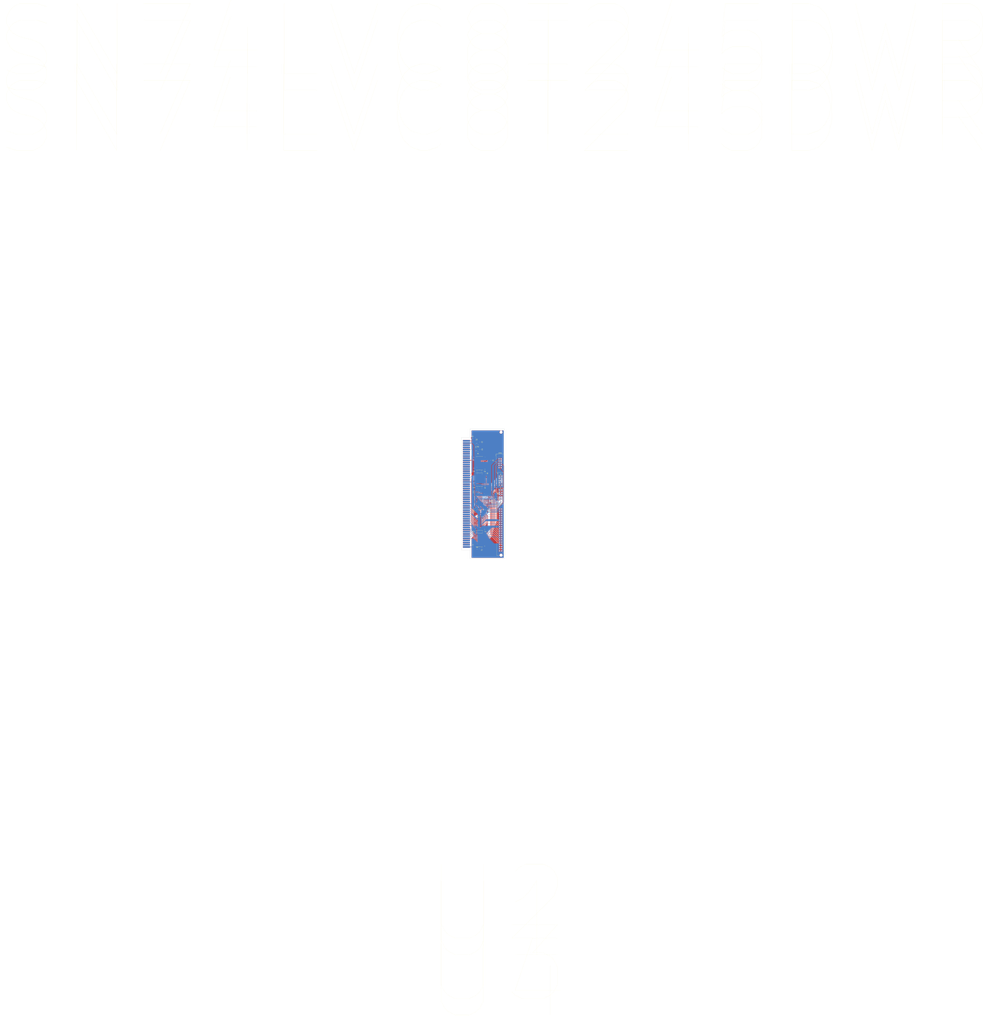
<source format=kicad_pcb>
(kicad_pcb (version 4) (host pcbnew 4.0.7)
  (layers (0 F.Cu signal) (31 B.Cu signal) (35 F.Paste user) (37 F.SilkS user) (39 F.Mask user) (44 Edge.Cuts user))
  (net 0 "")
  (net 1 GND)
  (net 2 "Net-(J1-PadB4)")
  (net 3 "Net-(J1-PadB5)")
  (net 4 "Net-(J1-PadB6)")
  (net 5 "Net-(J1-PadB7)")
  (net 6 "Net-(J1-PadB8)")
  (net 7 "Net-(J1-PadB9)")
  (net 8 "Net-(J1-PadB10)")
  (net 9 "Net-(J1-PadB12)")
  (net 10 "Net-(J1-PadB34)")
  (net 11 +5V)
  (net 12 "Net-(J1-PadA4)")
  (net 13 "Net-(J1-PadA5)")
  (net 14 "Net-(J1-PadA6)")
  (net 15 "Net-(J1-PadA7)")
  (net 16 "Net-(J1-PadA8)")
  (net 17 "Net-(J1-PadA9)")
  (net 18 "Net-(J1-PadA10)")
  (net 19 "Net-(J1-PadA12)")
  (net 20 "Net-(J1-PadA13)")
  (net 21 "Net-(J1-PadA14)")
  (net 22 "Net-(J1-PadA15)")
  (net 23 "Net-(J1-PadA16)")
  (net 24 "Net-(J1-PadA17)")
  (net 25 "Net-(J1-PadA18)")
  (net 26 "Net-(J1-PadA19)")
  (net 27 "Net-(J1-PadA20)")
  (net 28 "Net-(J1-PadA31)")
  (net 29 "Net-(J1-PadA33)")
  (net 30 "Net-(J1-PadA34)")
  (net 31 "Net-(J1-PadA46)")
  (net 32 "Net-(J2-Pad1)")
  (net 33 "Net-(J2-Pad2)")
  (net 34 "Net-(J2-Pad3)")
  (net 35 "Net-(J2-Pad5)")
  (net 36 "Net-(J2-Pad7)")
  (net 37 "Net-(J2-Pad9)")
  (net 38 "Net-(U2-Pad3)")
  (net 39 "Net-(U2-Pad4)")
  (net 40 "Net-(U2-Pad5)")
  (net 41 "Net-(U2-Pad6)")
  (net 42 "Net-(U2-Pad7)")
  (net 43 "Net-(U4-Pad21)")
  (net 44 "Net-(U6-Pad1)")
  (net 45 "Net-(U6-Pad2)")
  (net 46 "Net-(U6-Pad3)")
  (net 47 "Net-(U6-Pad4)")
  (net 48 "Net-(U6-Pad7)")
  (net 49 "Net-(U6-Pad8)")
  (net 50 "Net-(U6-Pad9)")
  (net 51 "Net-(U6-Pad10)")
  (net 52 "Net-(U6-Pad12)")
  (net 53 "Net-(U6-Pad13)")
  (net 54 "Net-(U6-Pad15)")
  (net 55 "Net-(U6-Pad16)")
  (net 56 "Net-(U6-Pad18)")
  (net 57 "Net-(U6-Pad19)")
  (net 58 "Net-(U6-Pad20)")
  (net 59 "Net-(U6-Pad21)")
  (net 60 "Net-(U6-Pad24)")
  (net 61 "Net-(U6-Pad25)")
  (net 62 "Net-(U6-Pad41)")
  (net 63 "Net-(U6-Pad43)")
  (net 64 "Net-(U6-Pad59)")
  (net 65 "Net-(U6-Pad76)")
  (net 66 "Net-(U6-Pad80)")
  (net 67 "Net-(U6-Pad81)")
  (net 68 "Net-(U6-Pad82)")
  (net 69 "Net-(U6-Pad83)")
  (net 70 SDO)
  (net 71 SDI)
  (net 72 SCK)
  (net 73 SS)
  (net 74 A08_33)
  (net 75 A09_33)
  (net 76 A10_33)
  (net 77 A11_33)
  (net 78 A12_33)
  (net 79 A13_33)
  (net 80 A14_33)
  (net 81 A15_33)
  (net 82 A00_33)
  (net 83 A01_33)
  (net 84 A02_33)
  (net 85 A03_33)
  (net 86 A04_33)
  (net 87 A05_33)
  (net 88 A06_33)
  (net 89 A07_33)
  (net 90 +3V3)
  (net 91 +1V2)
  (net 92 D0)
  (net 93 D1)
  (net 94 D2)
  (net 95 D3)
  (net 96 D4)
  (net 97 D5)
  (net 98 D6)
  (net 99 D7)
  (net 100 IOR_33)
  (net 101 IOW_33)
  (net 102 SCLK_33)
  (net 103 P1U)
  (net 104 P1D)
  (net 105 P1L)
  (net 106 P1R)
  (net 107 "Net-(F1-Pad1)")
  (net 108 P1B)
  (net 109 P1S)
  (net 110 P1C)
  (net 111 OE)
  (net 112 DIR)
  (net 113 RESET)
  (net 114 "Net-(F2-Pad1)")
  (net 115 "Net-(J2-Pad11)")
  (net 116 "Net-(J2-Pad37)")
  (net 117 "Net-(J3-Pad10)")
  (net 118 P2U)
  (net 119 P2B)
  (net 120 P2D)
  (net 121 P2S)
  (net 122 P2L)
  (net 123 P2R)
  (net 124 P2C)
  (net 125 "Net-(J4-Pad10)")
  (net 126 "Net-(CON1-Pad7)")
  (net 127 "Net-(CON1-Pad8)")
  (net 128 "Net-(C2-Pad2)")
  (net 129 "Net-(C3-Pad2)")
  (net 130 "Net-(U5-Pad4)")
  (net 131 "Net-(U7-Pad4)")
  (module SN74LVC8T245DWR:SOIC127P1030X265-24N (layer F.Cu) (at 49.6736 135.635 180)
    (fp_text reference U3 (at -21.1929 -508.982 180) (layer F.SilkS) (effects (font (size 85.5879 85.5879) (thickness 0.05))))
    (fp_text value SN74LVC8T245DWR (at -17.589 487.44 180) (layer F.SilkS) (effects (font (size 81.1126 81.1126) (thickness 0.05))))
    (pad 1 smd rect (at -4.6736 -6.985 180) (size 1.9812 0.5588) (layers F.Cu F.Paste F.Mask) (net 90 +3V3))
    (pad 2 smd rect (at -4.6736 -5.715 180) (size 1.9812 0.5588) (layers F.Cu F.Paste F.Mask) (net 1 GND))
    (pad 3 smd rect (at -4.6736 -4.445 180) (size 1.9812 0.5588) (layers F.Cu F.Paste F.Mask) (net 74 A08_33))
    (pad 4 smd rect (at -4.6736 -3.175 180) (size 1.9812 0.5588) (layers F.Cu F.Paste F.Mask) (net 75 A09_33))
    (pad 5 smd rect (at -4.6736 -1.905 180) (size 1.9812 0.5588) (layers F.Cu F.Paste F.Mask) (net 76 A10_33))
    (pad 6 smd rect (at -4.6736 -0.635 180) (size 1.9812 0.5588) (layers F.Cu F.Paste F.Mask) (net 77 A11_33))
    (pad 7 smd rect (at -4.6736 0.635 180) (size 1.9812 0.5588) (layers F.Cu F.Paste F.Mask) (net 78 A12_33))
    (pad 8 smd rect (at -4.6736 1.905 180) (size 1.9812 0.5588) (layers F.Cu F.Paste F.Mask) (net 79 A13_33))
    (pad 9 smd rect (at -4.6736 3.175 180) (size 1.9812 0.5588) (layers F.Cu F.Paste F.Mask) (net 80 A14_33))
    (pad 10 smd rect (at -4.6736 4.445 180) (size 1.9812 0.5588) (layers F.Cu F.Paste F.Mask) (net 81 A15_33))
    (pad 11 smd rect (at -4.6736 5.715 180) (size 1.9812 0.5588) (layers F.Cu F.Paste F.Mask) (net 1 GND))
    (pad 12 smd rect (at -4.6736 6.985 180) (size 1.9812 0.5588) (layers F.Cu F.Paste F.Mask) (net 1 GND))
    (pad 13 smd rect (at 4.6736 6.985) (size 1.9812 0.5588) (layers F.Cu F.Paste F.Mask) (net 1 GND))
    (pad 14 smd rect (at 4.6736 5.715) (size 1.9812 0.5588) (layers F.Cu F.Paste F.Mask) (net 27 "Net-(J1-PadA20)"))
    (pad 15 smd rect (at 4.6736 4.445) (size 1.9812 0.5588) (layers F.Cu F.Paste F.Mask) (net 26 "Net-(J1-PadA19)"))
    (pad 16 smd rect (at 4.6736 3.175) (size 1.9812 0.5588) (layers F.Cu F.Paste F.Mask) (net 25 "Net-(J1-PadA18)"))
    (pad 17 smd rect (at 4.6736 1.905) (size 1.9812 0.5588) (layers F.Cu F.Paste F.Mask) (net 24 "Net-(J1-PadA17)"))
    (pad 18 smd rect (at 4.6736 0.635) (size 1.9812 0.5588) (layers F.Cu F.Paste F.Mask) (net 23 "Net-(J1-PadA16)"))
    (pad 19 smd rect (at 4.6736 -0.635) (size 1.9812 0.5588) (layers F.Cu F.Paste F.Mask) (net 22 "Net-(J1-PadA15)"))
    (pad 20 smd rect (at 4.6736 -1.905) (size 1.9812 0.5588) (layers F.Cu F.Paste F.Mask) (net 21 "Net-(J1-PadA14)"))
    (pad 21 smd rect (at 4.6736 -3.175) (size 1.9812 0.5588) (layers F.Cu F.Paste F.Mask) (net 20 "Net-(J1-PadA13)"))
    (pad 22 smd rect (at 4.6736 -4.445) (size 1.9812 0.5588) (layers F.Cu F.Paste F.Mask) (net 1 GND))
    (pad 23 smd rect (at 4.6736 -5.715) (size 1.9812 0.5588) (layers F.Cu F.Paste F.Mask) (net 11 +5V))
    (pad 24 smd rect (at 4.6736 -6.985) (size 1.9812 0.5588) (layers F.Cu F.Paste F.Mask) (net 11 +5V))
  )
  (module Connectors_IDC:IDC-Header_2x20_Pitch2.54mm_Straight (layer F.Cu) (at 73.29 118.756)
    (fp_text reference J2 (at 1.27 -6.604) (layer F.SilkS))
    (fp_text value Conn_02x20_Odd_Even)
    (pad 1 thru_hole rect (at 0 0) (size 1.7272 1.7272) (drill 1.016) (layers *.Cu *.Mask) (net 32 "Net-(J2-Pad1)"))
    (pad 2 thru_hole oval (at 2.54 0) (size 1.7272 1.7272) (drill 1.016) (layers *.Cu *.Mask) (net 33 "Net-(J2-Pad2)"))
    (pad 3 thru_hole oval (at 0 2.54) (size 1.7272 1.7272) (drill 1.016) (layers *.Cu *.Mask) (net 34 "Net-(J2-Pad3)"))
    (pad 4 thru_hole oval (at 2.54 2.54) (size 1.7272 1.7272) (drill 1.016) (layers *.Cu *.Mask) (net 81 A15_33))
    (pad 5 thru_hole oval (at 0 5.08) (size 1.7272 1.7272) (drill 1.016) (layers *.Cu *.Mask) (net 35 "Net-(J2-Pad5)"))
    (pad 6 thru_hole oval (at 2.54 5.08) (size 1.7272 1.7272) (drill 1.016) (layers *.Cu *.Mask) (net 80 A14_33))
    (pad 7 thru_hole oval (at 0 7.62) (size 1.7272 1.7272) (drill 1.016) (layers *.Cu *.Mask) (net 36 "Net-(J2-Pad7)"))
    (pad 8 thru_hole oval (at 2.54 7.62) (size 1.7272 1.7272) (drill 1.016) (layers *.Cu *.Mask) (net 79 A13_33))
    (pad 9 thru_hole oval (at 0 10.16) (size 1.7272 1.7272) (drill 1.016) (layers *.Cu *.Mask) (net 37 "Net-(J2-Pad9)"))
    (pad 10 thru_hole oval (at 2.54 10.16) (size 1.7272 1.7272) (drill 1.016) (layers *.Cu *.Mask) (net 78 A12_33))
    (pad 11 thru_hole oval (at 0 12.7) (size 1.7272 1.7272) (drill 1.016) (layers *.Cu *.Mask) (net 115 "Net-(J2-Pad11)"))
    (pad 12 thru_hole oval (at 2.54 12.7) (size 1.7272 1.7272) (drill 1.016) (layers *.Cu *.Mask) (net 77 A11_33))
    (pad 13 thru_hole oval (at 0 15.24) (size 1.7272 1.7272) (drill 1.016) (layers *.Cu *.Mask) (net 101 IOW_33))
    (pad 14 thru_hole oval (at 2.54 15.24) (size 1.7272 1.7272) (drill 1.016) (layers *.Cu *.Mask) (net 76 A10_33))
    (pad 15 thru_hole oval (at 0 17.78) (size 1.7272 1.7272) (drill 1.016) (layers *.Cu *.Mask) (net 100 IOR_33))
    (pad 16 thru_hole oval (at 2.54 17.78) (size 1.7272 1.7272) (drill 1.016) (layers *.Cu *.Mask) (net 75 A09_33))
    (pad 17 thru_hole oval (at 0 20.32) (size 1.7272 1.7272) (drill 1.016) (layers *.Cu *.Mask) (net 102 SCLK_33))
    (pad 18 thru_hole oval (at 2.54 20.32) (size 1.7272 1.7272) (drill 1.016) (layers *.Cu *.Mask) (net 74 A08_33))
    (pad 19 thru_hole oval (at 0 22.86) (size 1.7272 1.7272) (drill 1.016) (layers *.Cu *.Mask) (net 99 D7))
    (pad 20 thru_hole oval (at 2.54 22.86) (size 1.7272 1.7272) (drill 1.016) (layers *.Cu *.Mask) (net 89 A07_33))
    (pad 21 thru_hole oval (at 0 25.4) (size 1.7272 1.7272) (drill 1.016) (layers *.Cu *.Mask) (net 98 D6))
    (pad 22 thru_hole oval (at 2.54 25.4) (size 1.7272 1.7272) (drill 1.016) (layers *.Cu *.Mask) (net 88 A06_33))
    (pad 23 thru_hole oval (at 0 27.94) (size 1.7272 1.7272) (drill 1.016) (layers *.Cu *.Mask) (net 97 D5))
    (pad 24 thru_hole oval (at 2.54 27.94) (size 1.7272 1.7272) (drill 1.016) (layers *.Cu *.Mask) (net 87 A05_33))
    (pad 25 thru_hole oval (at 0 30.48) (size 1.7272 1.7272) (drill 1.016) (layers *.Cu *.Mask) (net 96 D4))
    (pad 26 thru_hole oval (at 2.54 30.48) (size 1.7272 1.7272) (drill 1.016) (layers *.Cu *.Mask) (net 86 A04_33))
    (pad 27 thru_hole oval (at 0 33.02) (size 1.7272 1.7272) (drill 1.016) (layers *.Cu *.Mask) (net 95 D3))
    (pad 28 thru_hole oval (at 2.54 33.02) (size 1.7272 1.7272) (drill 1.016) (layers *.Cu *.Mask) (net 85 A03_33))
    (pad 29 thru_hole oval (at 0 35.56) (size 1.7272 1.7272) (drill 1.016) (layers *.Cu *.Mask) (net 94 D2))
    (pad 30 thru_hole oval (at 2.54 35.56) (size 1.7272 1.7272) (drill 1.016) (layers *.Cu *.Mask) (net 84 A02_33))
    (pad 31 thru_hole oval (at 0 38.1) (size 1.7272 1.7272) (drill 1.016) (layers *.Cu *.Mask) (net 93 D1))
    (pad 32 thru_hole oval (at 2.54 38.1) (size 1.7272 1.7272) (drill 1.016) (layers *.Cu *.Mask) (net 83 A01_33))
    (pad 33 thru_hole oval (at 0 40.64) (size 1.7272 1.7272) (drill 1.016) (layers *.Cu *.Mask) (net 92 D0))
    (pad 34 thru_hole oval (at 2.54 40.64) (size 1.7272 1.7272) (drill 1.016) (layers *.Cu *.Mask) (net 82 A00_33))
    (pad 35 thru_hole oval (at 0 43.18) (size 1.7272 1.7272) (drill 1.016) (layers *.Cu *.Mask) (net 1 GND))
    (pad 36 thru_hole oval (at 2.54 43.18) (size 1.7272 1.7272) (drill 1.016) (layers *.Cu *.Mask) (net 1 GND))
    (pad 37 thru_hole oval (at 0 45.72) (size 1.7272 1.7272) (drill 1.016) (layers *.Cu *.Mask) (net 116 "Net-(J2-Pad37)"))
    (pad 38 thru_hole oval (at 2.54 45.72) (size 1.7272 1.7272) (drill 1.016) (layers *.Cu *.Mask) (net 102 SCLK_33))
    (pad 39 thru_hole oval (at 0 48.26) (size 1.7272 1.7272) (drill 1.016) (layers *.Cu *.Mask) (net 1 GND))
    (pad 40 thru_hole oval (at 2.54 48.26) (size 1.7272 1.7272) (drill 1.016) (layers *.Cu *.Mask) (net 1 GND))
  )
  (module cbus:cbus_io (layer F.Cu) (at 35 162.5)
    (fp_text reference J1 (at 7.5 -2.5) (layer F.SilkS))
    (fp_text value CBUS_IO)
    (pad B1 connect rect (at 0 0) (size 8 1.8) (layers F.Cu F.Mask) (net 1 GND))
    (pad B2 connect rect (at 0 -2.5) (size 8 1.8) (layers F.Cu F.Mask))
    (pad B3 connect rect (at 0 -5) (size 8 1.8) (layers F.Cu F.Mask))
    (pad B4 connect rect (at 0 -7.5) (size 8 1.8) (layers F.Cu F.Mask) (net 2 "Net-(J1-PadB4)"))
    (pad B5 connect rect (at 0 -10) (size 8 1.8) (layers F.Cu F.Mask) (net 3 "Net-(J1-PadB5)"))
    (pad B6 connect rect (at 0 -12.5) (size 8 1.8) (layers F.Cu F.Mask) (net 4 "Net-(J1-PadB6)"))
    (pad B7 connect rect (at 0 -15) (size 8 1.8) (layers F.Cu F.Mask) (net 5 "Net-(J1-PadB7)"))
    (pad B8 connect rect (at 0 -17.5) (size 8 1.8) (layers F.Cu F.Mask) (net 6 "Net-(J1-PadB8)"))
    (pad B9 connect rect (at 0 -20) (size 8 1.8) (layers F.Cu F.Mask) (net 7 "Net-(J1-PadB9)"))
    (pad B10 connect rect (at 0 -22.5) (size 8 1.8) (layers F.Cu F.Mask) (net 8 "Net-(J1-PadB10)"))
    (pad B11 connect rect (at 0 -25) (size 8 1.8) (layers F.Cu F.Mask) (net 1 GND))
    (pad B12 connect rect (at 0 -27.5) (size 8 1.8) (layers F.Cu F.Mask) (net 9 "Net-(J1-PadB12)"))
    (pad B13 connect rect (at 0 -30) (size 8 1.8) (layers F.Cu F.Mask))
    (pad B14 connect rect (at 0 -32.5) (size 8 1.8) (layers F.Cu F.Mask))
    (pad B15 connect rect (at 0 -35) (size 8 1.8) (layers F.Cu F.Mask))
    (pad B16 connect rect (at 0 -37.5) (size 8 1.8) (layers F.Cu F.Mask))
    (pad B17 connect rect (at 0 -40) (size 8 1.8) (layers F.Cu F.Mask))
    (pad B18 connect rect (at 0 -42.5) (size 8 1.8) (layers F.Cu F.Mask))
    (pad B19 connect rect (at 0 -45) (size 8 1.8) (layers F.Cu F.Mask))
    (pad B20 connect rect (at 0 -47.5) (size 8 1.8) (layers F.Cu F.Mask))
    (pad B21 connect rect (at 0 -50) (size 8 1.8) (layers F.Cu F.Mask))
    (pad B22 connect rect (at 0 -52.5) (size 8 1.8) (layers F.Cu F.Mask))
    (pad B23 connect rect (at 0 -55) (size 8 1.8) (layers F.Cu F.Mask))
    (pad B24 connect rect (at 0 -57.5) (size 8 1.8) (layers F.Cu F.Mask))
    (pad B25 connect rect (at 0 -60) (size 8 1.8) (layers F.Cu F.Mask))
    (pad B26 connect rect (at 0 -62.5) (size 8 1.8) (layers F.Cu F.Mask))
    (pad B27 connect rect (at 0 -65) (size 8 1.8) (layers F.Cu F.Mask))
    (pad B28 connect rect (at 0 -67.5) (size 8 1.8) (layers F.Cu F.Mask))
    (pad B29 connect rect (at 0 -70) (size 8 1.8) (layers F.Cu F.Mask))
    (pad B30 connect rect (at 0 -72.5) (size 8 1.8) (layers F.Cu F.Mask))
    (pad B31 connect rect (at 0 -75) (size 8 1.8) (layers F.Cu F.Mask) (net 1 GND))
    (pad B32 connect rect (at 0 -77.5) (size 8 1.8) (layers F.Cu F.Mask))
    (pad B33 connect rect (at 0 -80) (size 8 1.8) (layers F.Cu F.Mask))
    (pad B34 connect rect (at 0 -82.5) (size 8 1.8) (layers F.Cu F.Mask) (net 10 "Net-(J1-PadB34)"))
    (pad B35 connect rect (at 0 -85) (size 8 1.8) (layers F.Cu F.Mask))
    (pad B36 connect rect (at 0 -87.5) (size 8 1.8) (layers F.Cu F.Mask))
    (pad B37 connect rect (at 0 -90) (size 8 1.8) (layers F.Cu F.Mask))
    (pad B38 connect rect (at 0 -92.5) (size 8 1.8) (layers F.Cu F.Mask))
    (pad B39 connect rect (at 0 -95) (size 8 1.8) (layers F.Cu F.Mask))
    (pad B40 connect rect (at 0 -97.5) (size 8 1.8) (layers F.Cu F.Mask))
    (pad B41 connect rect (at 0 -100) (size 8 1.8) (layers F.Cu F.Mask) (net 1 GND))
    (pad B42 connect rect (at 0 -102.5) (size 8 1.8) (layers F.Cu F.Mask))
    (pad B43 connect rect (at 0 -105) (size 8 1.8) (layers F.Cu F.Mask))
    (pad B44 connect rect (at 0 -107.5) (size 8 1.8) (layers F.Cu F.Mask))
    (pad B45 connect rect (at 0 -110) (size 8 1.8) (layers F.Cu F.Mask))
    (pad B46 connect rect (at 0 -112.5) (size 8 1.8) (layers F.Cu F.Mask))
    (pad B47 connect rect (at 0 -115) (size 8 1.8) (layers F.Cu F.Mask))
    (pad B48 connect rect (at 0 -117.5) (size 8 1.8) (layers F.Cu F.Mask))
    (pad B49 connect rect (at 0 -120) (size 8 1.8) (layers F.Cu F.Mask) (net 11 +5V))
    (pad B50 connect rect (at 0 -122.5) (size 8 1.8) (layers F.Cu F.Mask) (net 11 +5V))
    (pad A1 connect rect (at 0 0) (size 8 1.8) (layers B.Cu) (net 1 GND))
    (pad A2 connect rect (at 0 -2.5) (size 8 1.8) (layers B.Cu))
    (pad A3 connect rect (at 0 -5) (size 8 1.8) (layers B.Cu))
    (pad A4 connect rect (at 0 -7.5) (size 8 1.8) (layers B.Cu) (net 12 "Net-(J1-PadA4)"))
    (pad A5 connect rect (at 0 -10) (size 8 1.8) (layers B.Cu) (net 13 "Net-(J1-PadA5)"))
    (pad A6 connect rect (at 0 -12.5) (size 8 1.8) (layers B.Cu) (net 14 "Net-(J1-PadA6)"))
    (pad A7 connect rect (at 0 -15) (size 8 1.8) (layers B.Cu) (net 15 "Net-(J1-PadA7)"))
    (pad A8 connect rect (at 0 -17.5) (size 8 1.8) (layers B.Cu) (net 16 "Net-(J1-PadA8)"))
    (pad A9 connect rect (at 0 -20) (size 8 1.8) (layers B.Cu) (net 17 "Net-(J1-PadA9)"))
    (pad A10 connect rect (at 0 -22.5) (size 8 1.8) (layers B.Cu) (net 18 "Net-(J1-PadA10)"))
    (pad A11 connect rect (at 0 -25) (size 8 1.8) (layers B.Cu) (net 1 GND))
    (pad A12 connect rect (at 0 -27.5) (size 8 1.8) (layers B.Cu) (net 19 "Net-(J1-PadA12)"))
    (pad A13 connect rect (at 0 -30) (size 8 1.8) (layers B.Cu) (net 20 "Net-(J1-PadA13)"))
    (pad A14 connect rect (at 0 -32.5) (size 8 1.8) (layers B.Cu) (net 21 "Net-(J1-PadA14)"))
    (pad A15 connect rect (at 0 -35) (size 8 1.8) (layers B.Cu) (net 22 "Net-(J1-PadA15)"))
    (pad A16 connect rect (at 0 -37.5) (size 8 1.8) (layers B.Cu) (net 23 "Net-(J1-PadA16)"))
    (pad A17 connect rect (at 0 -40) (size 8 1.8) (layers B.Cu) (net 24 "Net-(J1-PadA17)"))
    (pad A18 connect rect (at 0 -42.5) (size 8 1.8) (layers B.Cu) (net 25 "Net-(J1-PadA18)"))
    (pad A19 connect rect (at 0 -45) (size 8 1.8) (layers B.Cu) (net 26 "Net-(J1-PadA19)"))
    (pad A20 connect rect (at 0 -47.5) (size 8 1.8) (layers B.Cu) (net 27 "Net-(J1-PadA20)"))
    (pad A21 connect rect (at 0 -50) (size 8 1.8) (layers B.Cu) (net 1 GND))
    (pad A22 connect rect (at 0 -52.5) (size 8 1.8) (layers B.Cu))
    (pad A23 connect rect (at 0 -55) (size 8 1.8) (layers B.Cu))
    (pad A24 connect rect (at 0 -57.5) (size 8 1.8) (layers B.Cu))
    (pad A25 connect rect (at 0 -60) (size 8 1.8) (layers B.Cu))
    (pad A26 connect rect (at 0 -62.5) (size 8 1.8) (layers B.Cu))
    (pad A27 connect rect (at 0 -65) (size 8 1.8) (layers B.Cu))
    (pad A28 connect rect (at 0 -67.5) (size 8 1.8) (layers B.Cu))
    (pad A29 connect rect (at 0 -70) (size 8 1.8) (layers B.Cu))
    (pad A30 connect rect (at 0 -72.5) (size 8 1.8) (layers B.Cu))
    (pad A31 connect rect (at 0 -75) (size 8 1.8) (layers B.Cu) (net 28 "Net-(J1-PadA31)"))
    (pad A32 connect rect (at 0 -77.5) (size 8 1.8) (layers B.Cu))
    (pad A33 connect rect (at 0 -80) (size 8 1.8) (layers B.Cu) (net 29 "Net-(J1-PadA33)"))
    (pad A34 connect rect (at 0 -82.5) (size 8 1.8) (layers B.Cu) (net 30 "Net-(J1-PadA34)"))
    (pad A35 connect rect (at 0 -85) (size 8 1.8) (layers B.Cu))
    (pad A36 connect rect (at 0 -87.5) (size 8 1.8) (layers B.Cu))
    (pad A37 connect rect (at 0 -90) (size 8 1.8) (layers B.Cu))
    (pad A38 connect rect (at 0 -92.5) (size 8 1.8) (layers B.Cu))
    (pad A39 connect rect (at 0 -95) (size 8 1.8) (layers B.Cu))
    (pad A40 connect rect (at 0 -97.5) (size 8 1.8) (layers B.Cu))
    (pad A41 connect rect (at 0 -100) (size 8 1.8) (layers B.Cu))
    (pad A42 connect rect (at 0 -102.5) (size 8 1.8) (layers B.Cu))
    (pad A43 connect rect (at 0 -105) (size 8 1.8) (layers B.Cu))
    (pad A44 connect rect (at 0 -107.5) (size 8 1.8) (layers B.Cu))
    (pad A45 connect rect (at 0 -110) (size 8 1.8) (layers B.Cu))
    (pad A46 connect rect (at 0 -112.5) (size 8 1.8) (layers B.Cu) (net 31 "Net-(J1-PadA46)"))
    (pad A47 connect rect (at 0 -115) (size 8 1.8) (layers B.Cu))
    (pad A48 connect rect (at 0 -117.5) (size 8 1.8) (layers B.Cu))
    (pad A49 connect rect (at 0 -120) (size 8 1.8) (layers B.Cu) (net 11 +5V))
    (pad A50 connect rect (at 0 -122.5) (size 8 1.8) (layers B.Cu) (net 11 +5V))
  )
  (module Housings_SOIC:SOIC-8_3.9x4.9mm_Pitch1.27mm (layer F.Cu) (at 67.75 100.75 270)
    (fp_text reference U8 (at 0 -3.5 270) (layer F.SilkS))
    (fp_text value AT25SF041-SSHD-B)
    (pad 1 smd rect (at -2.7 -1.905 270) (size 1.55 0.6) (layers F.Cu F.Paste F.Mask) (net 73 SS))
    (pad 2 smd rect (at -2.7 -0.635 270) (size 1.55 0.6) (layers F.Cu F.Paste F.Mask) (net 71 SDI))
    (pad 3 smd rect (at -2.7 0.635 270) (size 1.55 0.6) (layers F.Cu F.Paste F.Mask) (net 90 +3V3))
    (pad 4 smd rect (at -2.7 1.905 270) (size 1.55 0.6) (layers F.Cu F.Paste F.Mask) (net 1 GND))
    (pad 5 smd rect (at 2.7 1.905 270) (size 1.55 0.6) (layers F.Cu F.Paste F.Mask) (net 70 SDO))
    (pad 6 smd rect (at 2.7 0.635 270) (size 1.55 0.6) (layers F.Cu F.Paste F.Mask) (net 72 SCK))
    (pad 7 smd rect (at 2.7 -0.635 270) (size 1.55 0.6) (layers F.Cu F.Paste F.Mask) (net 90 +3V3))
    (pad 8 smd rect (at 2.7 -1.905 270) (size 1.55 0.6) (layers F.Cu F.Paste F.Mask) (net 90 +3V3))
  )
  (module SN74LVC8T245DWR:SOIC127P1030X265-24N (layer F.Cu) (at 50 65.825 180)
    (fp_text reference U2 (at -21.1929 -508.982 180) (layer F.SilkS) (effects (font (size 85.5879 85.5879) (thickness 0.05))))
    (fp_text value SN74LVC8T245DWR (at -17.589 487.44 180) (layer F.SilkS) (effects (font (size 81.1126 81.1126) (thickness 0.05))))
    (pad 1 smd rect (at -4.6736 -6.985 180) (size 1.9812 0.5588) (layers F.Cu F.Paste F.Mask) (net 90 +3V3))
    (pad 2 smd rect (at -4.6736 -5.715 180) (size 1.9812 0.5588) (layers F.Cu F.Paste F.Mask) (net 1 GND))
    (pad 3 smd rect (at -4.6736 -4.445 180) (size 1.9812 0.5588) (layers F.Cu F.Paste F.Mask) (net 38 "Net-(U2-Pad3)"))
    (pad 4 smd rect (at -4.6736 -3.175 180) (size 1.9812 0.5588) (layers F.Cu F.Paste F.Mask) (net 39 "Net-(U2-Pad4)"))
    (pad 5 smd rect (at -4.6736 -1.905 180) (size 1.9812 0.5588) (layers F.Cu F.Paste F.Mask) (net 40 "Net-(U2-Pad5)"))
    (pad 6 smd rect (at -4.6736 -0.635 180) (size 1.9812 0.5588) (layers F.Cu F.Paste F.Mask) (net 41 "Net-(U2-Pad6)"))
    (pad 7 smd rect (at -4.6736 0.635 180) (size 1.9812 0.5588) (layers F.Cu F.Paste F.Mask) (net 42 "Net-(U2-Pad7)"))
    (pad 8 smd rect (at -4.6736 1.905 180) (size 1.9812 0.5588) (layers F.Cu F.Paste F.Mask) (net 100 IOR_33))
    (pad 9 smd rect (at -4.6736 3.175 180) (size 1.9812 0.5588) (layers F.Cu F.Paste F.Mask) (net 101 IOW_33))
    (pad 10 smd rect (at -4.6736 4.445 180) (size 1.9812 0.5588) (layers F.Cu F.Paste F.Mask) (net 102 SCLK_33))
    (pad 11 smd rect (at -4.6736 5.715 180) (size 1.9812 0.5588) (layers F.Cu F.Paste F.Mask) (net 1 GND))
    (pad 12 smd rect (at -4.6736 6.985 180) (size 1.9812 0.5588) (layers F.Cu F.Paste F.Mask) (net 1 GND))
    (pad 13 smd rect (at 4.6736 6.985) (size 1.9812 0.5588) (layers F.Cu F.Paste F.Mask) (net 1 GND))
    (pad 14 smd rect (at 4.6736 5.715) (size 1.9812 0.5588) (layers F.Cu F.Paste F.Mask) (net 31 "Net-(J1-PadA46)"))
    (pad 15 smd rect (at 4.6736 4.445) (size 1.9812 0.5588) (layers F.Cu F.Paste F.Mask) (net 30 "Net-(J1-PadA34)"))
    (pad 16 smd rect (at 4.6736 3.175) (size 1.9812 0.5588) (layers F.Cu F.Paste F.Mask) (net 29 "Net-(J1-PadA33)"))
    (pad 17 smd rect (at 4.6736 1.905) (size 1.9812 0.5588) (layers F.Cu F.Paste F.Mask) (net 1 GND))
    (pad 18 smd rect (at 4.6736 0.635) (size 1.9812 0.5588) (layers F.Cu F.Paste F.Mask) (net 1 GND))
    (pad 19 smd rect (at 4.6736 -0.635) (size 1.9812 0.5588) (layers F.Cu F.Paste F.Mask) (net 1 GND))
    (pad 20 smd rect (at 4.6736 -1.905) (size 1.9812 0.5588) (layers F.Cu F.Paste F.Mask) (net 1 GND))
    (pad 21 smd rect (at 4.6736 -3.175) (size 1.9812 0.5588) (layers F.Cu F.Paste F.Mask) (net 1 GND))
    (pad 22 smd rect (at 4.6736 -4.445) (size 1.9812 0.5588) (layers F.Cu F.Paste F.Mask) (net 1 GND))
    (pad 23 smd rect (at 4.6736 -5.715) (size 1.9812 0.5588) (layers F.Cu F.Paste F.Mask) (net 11 +5V))
    (pad 24 smd rect (at 4.6736 -6.985) (size 1.9812 0.5588) (layers F.Cu F.Paste F.Mask) (net 11 +5V))
  )
  (module SN74LVC8T245DWR:SOIC127P1030X265-24N (layer F.Cu) (at 49.6736 154.555 180)
    (fp_text reference U4 (at -21.1929 -508.982 180) (layer F.SilkS) (effects (font (size 85.5879 85.5879) (thickness 0.05))))
    (fp_text value SN74LVC8T245DWR (at -17.589 487.44 180) (layer F.SilkS) (effects (font (size 81.1126 81.1126) (thickness 0.05))))
    (pad 1 smd rect (at -4.6736 -6.985 180) (size 1.9812 0.5588) (layers F.Cu F.Paste F.Mask) (net 90 +3V3))
    (pad 2 smd rect (at -4.6736 -5.715 180) (size 1.9812 0.5588) (layers F.Cu F.Paste F.Mask) (net 1 GND))
    (pad 3 smd rect (at -4.6736 -4.445 180) (size 1.9812 0.5588) (layers F.Cu F.Paste F.Mask) (net 82 A00_33))
    (pad 4 smd rect (at -4.6736 -3.175 180) (size 1.9812 0.5588) (layers F.Cu F.Paste F.Mask) (net 83 A01_33))
    (pad 5 smd rect (at -4.6736 -1.905 180) (size 1.9812 0.5588) (layers F.Cu F.Paste F.Mask) (net 84 A02_33))
    (pad 6 smd rect (at -4.6736 -0.635 180) (size 1.9812 0.5588) (layers F.Cu F.Paste F.Mask) (net 85 A03_33))
    (pad 7 smd rect (at -4.6736 0.635 180) (size 1.9812 0.5588) (layers F.Cu F.Paste F.Mask) (net 86 A04_33))
    (pad 8 smd rect (at -4.6736 1.905 180) (size 1.9812 0.5588) (layers F.Cu F.Paste F.Mask) (net 87 A05_33))
    (pad 9 smd rect (at -4.6736 3.175 180) (size 1.9812 0.5588) (layers F.Cu F.Paste F.Mask) (net 88 A06_33))
    (pad 10 smd rect (at -4.6736 4.445 180) (size 1.9812 0.5588) (layers F.Cu F.Paste F.Mask) (net 89 A07_33))
    (pad 11 smd rect (at -4.6736 5.715 180) (size 1.9812 0.5588) (layers F.Cu F.Paste F.Mask) (net 1 GND))
    (pad 12 smd rect (at -4.6736 6.985 180) (size 1.9812 0.5588) (layers F.Cu F.Paste F.Mask) (net 1 GND))
    (pad 13 smd rect (at 4.6736 6.985) (size 1.9812 0.5588) (layers F.Cu F.Paste F.Mask) (net 1 GND))
    (pad 14 smd rect (at 4.6736 5.715) (size 1.9812 0.5588) (layers F.Cu F.Paste F.Mask) (net 19 "Net-(J1-PadA12)"))
    (pad 15 smd rect (at 4.6736 4.445) (size 1.9812 0.5588) (layers F.Cu F.Paste F.Mask) (net 18 "Net-(J1-PadA10)"))
    (pad 16 smd rect (at 4.6736 3.175) (size 1.9812 0.5588) (layers F.Cu F.Paste F.Mask) (net 17 "Net-(J1-PadA9)"))
    (pad 17 smd rect (at 4.6736 1.905) (size 1.9812 0.5588) (layers F.Cu F.Paste F.Mask) (net 16 "Net-(J1-PadA8)"))
    (pad 18 smd rect (at 4.6736 0.635) (size 1.9812 0.5588) (layers F.Cu F.Paste F.Mask) (net 15 "Net-(J1-PadA7)"))
    (pad 19 smd rect (at 4.6736 -0.635) (size 1.9812 0.5588) (layers F.Cu F.Paste F.Mask) (net 14 "Net-(J1-PadA6)"))
    (pad 20 smd rect (at 4.6736 -1.905) (size 1.9812 0.5588) (layers F.Cu F.Paste F.Mask) (net 13 "Net-(J1-PadA5)"))
    (pad 21 smd rect (at 4.6736 -3.175) (size 1.9812 0.5588) (layers F.Cu F.Paste F.Mask) (net 43 "Net-(U4-Pad21)"))
    (pad 22 smd rect (at 4.6736 -4.445) (size 1.9812 0.5588) (layers F.Cu F.Paste F.Mask) (net 1 GND))
    (pad 23 smd rect (at 4.6736 -5.715) (size 1.9812 0.5588) (layers F.Cu F.Paste F.Mask) (net 11 +5V))
    (pad 24 smd rect (at 4.6736 -6.985) (size 1.9812 0.5588) (layers F.Cu F.Paste F.Mask) (net 11 +5V))
  )
  (module ICE40HX1K-VQ100:QFP50P1600X1600X120-100N (layer F.Cu) (at 53 110)
    (fp_text reference U6 (at -3.96724 -9.45222) (layer F.SilkS) (effects (font (size 1.00182 1.00182) (thickness 0.05))))
    (fp_text value ICE40HX1K-VQ100 (at 0.2 9.4) (layer F.SilkS) (effects (font (size 1.0026 1.0026) (thickness 0.05))))
    (pad 1 smd rect (at -7.67 -6) (size 1.47 0.28) (layers F.Cu F.Paste F.Mask) (net 44 "Net-(U6-Pad1)"))
    (pad 2 smd rect (at -7.67 -5.5) (size 1.47 0.28) (layers F.Cu F.Paste F.Mask) (net 45 "Net-(U6-Pad2)"))
    (pad 3 smd rect (at -7.67 -5) (size 1.47 0.28) (layers F.Cu F.Paste F.Mask) (net 46 "Net-(U6-Pad3)"))
    (pad 4 smd rect (at -7.67 -4.5) (size 1.47 0.28) (layers F.Cu F.Paste F.Mask) (net 47 "Net-(U6-Pad4)"))
    (pad 5 smd rect (at -7.67 -4) (size 1.47 0.28) (layers F.Cu F.Paste F.Mask) (net 1 GND))
    (pad 6 smd rect (at -7.67 -3.5) (size 1.47 0.28) (layers F.Cu F.Paste F.Mask) (net 90 +3V3))
    (pad 7 smd rect (at -7.67 -3) (size 1.47 0.28) (layers F.Cu F.Paste F.Mask) (net 48 "Net-(U6-Pad7)"))
    (pad 8 smd rect (at -7.67 -2.5) (size 1.47 0.28) (layers F.Cu F.Paste F.Mask) (net 49 "Net-(U6-Pad8)"))
    (pad 9 smd rect (at -7.67 -2) (size 1.47 0.28) (layers F.Cu F.Paste F.Mask) (net 50 "Net-(U6-Pad9)"))
    (pad 10 smd rect (at -7.67 -1.5) (size 1.47 0.28) (layers F.Cu F.Paste F.Mask) (net 51 "Net-(U6-Pad10)"))
    (pad 11 smd rect (at -7.67 -1) (size 1.47 0.28) (layers F.Cu F.Paste F.Mask) (net 91 +1V2))
    (pad 12 smd rect (at -7.67 -0.5) (size 1.47 0.28) (layers F.Cu F.Paste F.Mask) (net 52 "Net-(U6-Pad12)"))
    (pad 13 smd rect (at -7.67 0) (size 1.47 0.28) (layers F.Cu F.Paste F.Mask) (net 53 "Net-(U6-Pad13)"))
    (pad 14 smd rect (at -7.67 0.5) (size 1.47 0.28) (layers F.Cu F.Paste F.Mask) (net 90 +3V3))
    (pad 15 smd rect (at -7.67 1) (size 1.47 0.28) (layers F.Cu F.Paste F.Mask) (net 54 "Net-(U6-Pad15)"))
    (pad 16 smd rect (at -7.67 1.5) (size 1.47 0.28) (layers F.Cu F.Paste F.Mask) (net 55 "Net-(U6-Pad16)"))
    (pad 17 smd rect (at -7.67 2) (size 1.47 0.28) (layers F.Cu F.Paste F.Mask) (net 1 GND))
    (pad 18 smd rect (at -7.67 2.5) (size 1.47 0.28) (layers F.Cu F.Paste F.Mask) (net 56 "Net-(U6-Pad18)"))
    (pad 19 smd rect (at -7.67 3) (size 1.47 0.28) (layers F.Cu F.Paste F.Mask) (net 57 "Net-(U6-Pad19)"))
    (pad 20 smd rect (at -7.67 3.5) (size 1.47 0.28) (layers F.Cu F.Paste F.Mask) (net 58 "Net-(U6-Pad20)"))
    (pad 21 smd rect (at -7.67 4) (size 1.47 0.28) (layers F.Cu F.Paste F.Mask) (net 59 "Net-(U6-Pad21)"))
    (pad 22 smd rect (at -7.67 4.5) (size 1.47 0.28) (layers F.Cu F.Paste F.Mask) (net 90 +3V3))
    (pad 23 smd rect (at -7.67 5) (size 1.47 0.28) (layers F.Cu F.Paste F.Mask) (net 1 GND))
    (pad 24 smd rect (at -7.67 5.5) (size 1.47 0.28) (layers F.Cu F.Paste F.Mask) (net 60 "Net-(U6-Pad24)"))
    (pad 25 smd rect (at -7.67 6) (size 1.47 0.28) (layers F.Cu F.Paste F.Mask) (net 61 "Net-(U6-Pad25)"))
    (pad 26 smd rect (at -6 7.67 90) (size 1.47 0.28) (layers F.Cu F.Paste F.Mask) (net 81 A15_33))
    (pad 27 smd rect (at -5.5 7.67 90) (size 1.47 0.28) (layers F.Cu F.Paste F.Mask) (net 80 A14_33))
    (pad 28 smd rect (at -5 7.67 90) (size 1.47 0.28) (layers F.Cu F.Paste F.Mask) (net 79 A13_33))
    (pad 29 smd rect (at -4.5 7.67 90) (size 1.47 0.28) (layers F.Cu F.Paste F.Mask) (net 78 A12_33))
    (pad 30 smd rect (at -4 7.67 90) (size 1.47 0.28) (layers F.Cu F.Paste F.Mask) (net 77 A11_33))
    (pad 31 smd rect (at -3.5 7.67 90) (size 1.47 0.28) (layers F.Cu F.Paste F.Mask) (net 90 +3V3))
    (pad 32 smd rect (at -3 7.67 90) (size 1.47 0.28) (layers F.Cu F.Paste F.Mask) (net 1 GND))
    (pad 33 smd rect (at -2.5 7.67 90) (size 1.47 0.28) (layers F.Cu F.Paste F.Mask) (net 75 A09_33))
    (pad 34 smd rect (at -2 7.67 90) (size 1.47 0.28) (layers F.Cu F.Paste F.Mask) (net 74 A08_33))
    (pad 35 smd rect (at -1.5 7.67 90) (size 1.47 0.28) (layers F.Cu F.Paste F.Mask) (net 91 +1V2))
    (pad 36 smd rect (at -1 7.67 90) (size 1.47 0.28) (layers F.Cu F.Paste F.Mask) (net 76 A10_33))
    (pad 37 smd rect (at -0.5 7.67 90) (size 1.47 0.28) (layers F.Cu F.Paste F.Mask) (net 89 A07_33))
    (pad 38 smd rect (at 0 7.67 90) (size 1.47 0.28) (layers F.Cu F.Paste F.Mask) (net 90 +3V3))
    (pad 39 smd rect (at 0.5 7.67 90) (size 1.47 0.28) (layers F.Cu F.Paste F.Mask) (net 1 GND))
    (pad 40 smd rect (at 1 7.67 90) (size 1.47 0.28) (layers F.Cu F.Paste F.Mask) (net 88 A06_33))
    (pad 41 smd rect (at 1.5 7.67 90) (size 1.47 0.28) (layers F.Cu F.Paste F.Mask) (net 62 "Net-(U6-Pad41)"))
    (pad 42 smd rect (at 2 7.67 90) (size 1.47 0.28) (layers F.Cu F.Paste F.Mask) (net 70 SDO))
    (pad 43 smd rect (at 2.5 7.67 90) (size 1.47 0.28) (layers F.Cu F.Paste F.Mask) (net 63 "Net-(U6-Pad43)"))
    (pad 44 smd rect (at 3 7.67 90) (size 1.47 0.28) (layers F.Cu F.Paste F.Mask) (net 113 RESET))
    (pad 45 smd rect (at 3.5 7.67 90) (size 1.47 0.28) (layers F.Cu F.Paste F.Mask) (net 70 SDO))
    (pad 46 smd rect (at 4 7.67 90) (size 1.47 0.28) (layers F.Cu F.Paste F.Mask) (net 71 SDI))
    (pad 47 smd rect (at 4.5 7.67 90) (size 1.47 0.28) (layers F.Cu F.Paste F.Mask) (net 1 GND))
    (pad 48 smd rect (at 5 7.67 90) (size 1.47 0.28) (layers F.Cu F.Paste F.Mask) (net 72 SCK))
    (pad 49 smd rect (at 5.5 7.67 90) (size 1.47 0.28) (layers F.Cu F.Paste F.Mask) (net 73 SS))
    (pad 50 smd rect (at 6 7.67 90) (size 1.47 0.28) (layers F.Cu F.Paste F.Mask) (net 90 +3V3))
    (pad 51 smd rect (at 7.67 6 180) (size 1.47 0.28) (layers F.Cu F.Paste F.Mask) (net 87 A05_33))
    (pad 52 smd rect (at 7.67 5.5 180) (size 1.47 0.28) (layers F.Cu F.Paste F.Mask) (net 86 A04_33))
    (pad 53 smd rect (at 7.67 5 180) (size 1.47 0.28) (layers F.Cu F.Paste F.Mask) (net 85 A03_33))
    (pad 54 smd rect (at 7.67 4.5 180) (size 1.47 0.28) (layers F.Cu F.Paste F.Mask) (net 84 A02_33))
    (pad 55 smd rect (at 7.67 4 180) (size 1.47 0.28) (layers F.Cu F.Paste F.Mask) (net 1 GND))
    (pad 56 smd rect (at 7.67 3.5 180) (size 1.47 0.28) (layers F.Cu F.Paste F.Mask) (net 83 A01_33))
    (pad 57 smd rect (at 7.67 3 180) (size 1.47 0.28) (layers F.Cu F.Paste F.Mask) (net 82 A00_33))
    (pad 58 smd rect (at 7.67 2.5 180) (size 1.47 0.28) (layers F.Cu F.Paste F.Mask) (net 90 +3V3))
    (pad 59 smd rect (at 7.67 2 180) (size 1.47 0.28) (layers F.Cu F.Paste F.Mask) (net 64 "Net-(U6-Pad59)"))
    (pad 60 smd rect (at 7.67 1.5 180) (size 1.47 0.28) (layers F.Cu F.Paste F.Mask) (net 124 P2C))
    (pad 61 smd rect (at 7.67 1 180) (size 1.47 0.28) (layers F.Cu F.Paste F.Mask) (net 91 +1V2))
    (pad 62 smd rect (at 7.67 0.5 180) (size 1.47 0.28) (layers F.Cu F.Paste F.Mask) (net 123 P2R))
    (pad 63 smd rect (at 7.67 0 180) (size 1.47 0.28) (layers F.Cu F.Paste F.Mask) (net 122 P2L))
    (pad 64 smd rect (at 7.67 -0.5 180) (size 1.47 0.28) (layers F.Cu F.Paste F.Mask) (net 121 P2S))
    (pad 65 smd rect (at 7.67 -1 180) (size 1.47 0.28) (layers F.Cu F.Paste F.Mask) (net 120 P2D))
    (pad 66 smd rect (at 7.67 -1.5 180) (size 1.47 0.28) (layers F.Cu F.Paste F.Mask) (net 119 P2B))
    (pad 67 smd rect (at 7.67 -2 180) (size 1.47 0.28) (layers F.Cu F.Paste F.Mask) (net 90 +3V3))
    (pad 68 smd rect (at 7.67 -2.5 180) (size 1.47 0.28) (layers F.Cu F.Paste F.Mask) (net 118 P2U))
    (pad 69 smd rect (at 7.67 -3 180) (size 1.47 0.28) (layers F.Cu F.Paste F.Mask) (net 110 P1C))
    (pad 70 smd rect (at 7.67 -3.5 180) (size 1.47 0.28) (layers F.Cu F.Paste F.Mask) (net 1 GND))
    (pad 71 smd rect (at 7.67 -4 180) (size 1.47 0.28) (layers F.Cu F.Paste F.Mask) (net 106 P1R))
    (pad 72 smd rect (at 7.67 -4.5 180) (size 1.47 0.28) (layers F.Cu F.Paste F.Mask) (net 105 P1L))
    (pad 73 smd rect (at 7.67 -5 180) (size 1.47 0.28) (layers F.Cu F.Paste F.Mask) (net 109 P1S))
    (pad 74 smd rect (at 7.67 -5.5 180) (size 1.47 0.28) (layers F.Cu F.Paste F.Mask) (net 104 P1D))
    (pad 75 smd rect (at 7.67 -6 180) (size 1.47 0.28) (layers F.Cu F.Paste F.Mask) (net 90 +3V3))
    (pad 76 smd rect (at 6 -7.67 270) (size 1.47 0.28) (layers F.Cu F.Paste F.Mask) (net 65 "Net-(U6-Pad76)"))
    (pad 77 smd rect (at 5.5 -7.67 270) (size 1.47 0.28) (layers F.Cu F.Paste F.Mask) (net 91 +1V2))
    (pad 78 smd rect (at 5 -7.67 270) (size 1.47 0.28) (layers F.Cu F.Paste F.Mask) (net 108 P1B))
    (pad 79 smd rect (at 4.5 -7.67 270) (size 1.47 0.28) (layers F.Cu F.Paste F.Mask) (net 103 P1U))
    (pad 80 smd rect (at 4 -7.67 270) (size 1.47 0.28) (layers F.Cu F.Paste F.Mask) (net 66 "Net-(U6-Pad80)"))
    (pad 81 smd rect (at 3.5 -7.67 270) (size 1.47 0.28) (layers F.Cu F.Paste F.Mask) (net 67 "Net-(U6-Pad81)"))
    (pad 82 smd rect (at 3 -7.67 270) (size 1.47 0.28) (layers F.Cu F.Paste F.Mask) (net 68 "Net-(U6-Pad82)"))
    (pad 83 smd rect (at 2.5 -7.67 270) (size 1.47 0.28) (layers F.Cu F.Paste F.Mask) (net 69 "Net-(U6-Pad83)"))
    (pad 84 smd rect (at 2 -7.67 270) (size 1.47 0.28) (layers F.Cu F.Paste F.Mask) (net 1 GND))
    (pad 85 smd rect (at 1.5 -7.67 270) (size 1.47 0.28) (layers F.Cu F.Paste F.Mask) (net 111 OE))
    (pad 86 smd rect (at 1 -7.67 270) (size 1.47 0.28) (layers F.Cu F.Paste F.Mask) (net 112 DIR))
    (pad 87 smd rect (at 0.5 -7.67 270) (size 1.47 0.28) (layers F.Cu F.Paste F.Mask) (net 101 IOW_33))
    (pad 88 smd rect (at 0 -7.67 270) (size 1.47 0.28) (layers F.Cu F.Paste F.Mask) (net 90 +3V3))
    (pad 89 smd rect (at -0.5 -7.67 270) (size 1.47 0.28) (layers F.Cu F.Paste F.Mask) (net 100 IOR_33))
    (pad 90 smd rect (at -1 -7.67 270) (size 1.47 0.28) (layers F.Cu F.Paste F.Mask) (net 102 SCLK_33))
    (pad 91 smd rect (at -1.5 -7.67 270) (size 1.47 0.28) (layers F.Cu F.Paste F.Mask) (net 99 D7))
    (pad 92 smd rect (at -2 -7.67 270) (size 1.47 0.28) (layers F.Cu F.Paste F.Mask) (net 90 +3V3))
    (pad 93 smd rect (at -2.5 -7.67 270) (size 1.47 0.28) (layers F.Cu F.Paste F.Mask) (net 98 D6))
    (pad 94 smd rect (at -3 -7.67 270) (size 1.47 0.28) (layers F.Cu F.Paste F.Mask) (net 97 D5))
    (pad 95 smd rect (at -3.5 -7.67 270) (size 1.47 0.28) (layers F.Cu F.Paste F.Mask) (net 96 D4))
    (pad 96 smd rect (at -4 -7.67 270) (size 1.47 0.28) (layers F.Cu F.Paste F.Mask) (net 95 D3))
    (pad 97 smd rect (at -4.5 -7.67 270) (size 1.47 0.28) (layers F.Cu F.Paste F.Mask) (net 94 D2))
    (pad 98 smd rect (at -5 -7.67 270) (size 1.47 0.28) (layers F.Cu F.Paste F.Mask) (net 1 GND))
    (pad 99 smd rect (at -5.5 -7.67 270) (size 1.47 0.28) (layers F.Cu F.Paste F.Mask) (net 93 D1))
    (pad 100 smd rect (at -6 -7.67 270) (size 1.47 0.28) (layers F.Cu F.Paste F.Mask) (net 92 D0))
  )
  (module SN74LVC8T245DWR:SOIC127P1030X265-24N (layer F.Cu) (at 50 85 180)
    (fp_text reference U1 (at -21.1929 -508.982 180) (layer F.SilkS) (effects (font (size 85.5879 85.5879) (thickness 0.05))))
    (fp_text value SN74LVC8T245DWR (at -17.589 487.44 180) (layer F.SilkS) (effects (font (size 81.1126 81.1126) (thickness 0.05))))
    (pad 1 smd rect (at -4.6736 -6.985 180) (size 1.9812 0.5588) (layers F.Cu F.Paste F.Mask) (net 90 +3V3))
    (pad 2 smd rect (at -4.6736 -5.715 180) (size 1.9812 0.5588) (layers F.Cu F.Paste F.Mask) (net 112 DIR))
    (pad 3 smd rect (at -4.6736 -4.445 180) (size 1.9812 0.5588) (layers F.Cu F.Paste F.Mask) (net 92 D0))
    (pad 4 smd rect (at -4.6736 -3.175 180) (size 1.9812 0.5588) (layers F.Cu F.Paste F.Mask) (net 93 D1))
    (pad 5 smd rect (at -4.6736 -1.905 180) (size 1.9812 0.5588) (layers F.Cu F.Paste F.Mask) (net 94 D2))
    (pad 6 smd rect (at -4.6736 -0.635 180) (size 1.9812 0.5588) (layers F.Cu F.Paste F.Mask) (net 95 D3))
    (pad 7 smd rect (at -4.6736 0.635 180) (size 1.9812 0.5588) (layers F.Cu F.Paste F.Mask) (net 96 D4))
    (pad 8 smd rect (at -4.6736 1.905 180) (size 1.9812 0.5588) (layers F.Cu F.Paste F.Mask) (net 97 D5))
    (pad 9 smd rect (at -4.6736 3.175 180) (size 1.9812 0.5588) (layers F.Cu F.Paste F.Mask) (net 98 D6))
    (pad 10 smd rect (at -4.6736 4.445 180) (size 1.9812 0.5588) (layers F.Cu F.Paste F.Mask) (net 99 D7))
    (pad 11 smd rect (at -4.6736 5.715 180) (size 1.9812 0.5588) (layers F.Cu F.Paste F.Mask) (net 1 GND))
    (pad 12 smd rect (at -4.6736 6.985 180) (size 1.9812 0.5588) (layers F.Cu F.Paste F.Mask) (net 1 GND))
    (pad 13 smd rect (at 4.6736 6.985) (size 1.9812 0.5588) (layers F.Cu F.Paste F.Mask) (net 1 GND))
    (pad 14 smd rect (at 4.6736 5.715) (size 1.9812 0.5588) (layers F.Cu F.Paste F.Mask) (net 9 "Net-(J1-PadB12)"))
    (pad 15 smd rect (at 4.6736 4.445) (size 1.9812 0.5588) (layers F.Cu F.Paste F.Mask) (net 8 "Net-(J1-PadB10)"))
    (pad 16 smd rect (at 4.6736 3.175) (size 1.9812 0.5588) (layers F.Cu F.Paste F.Mask) (net 7 "Net-(J1-PadB9)"))
    (pad 17 smd rect (at 4.6736 1.905) (size 1.9812 0.5588) (layers F.Cu F.Paste F.Mask) (net 6 "Net-(J1-PadB8)"))
    (pad 18 smd rect (at 4.6736 0.635) (size 1.9812 0.5588) (layers F.Cu F.Paste F.Mask) (net 5 "Net-(J1-PadB7)"))
    (pad 19 smd rect (at 4.6736 -0.635) (size 1.9812 0.5588) (layers F.Cu F.Paste F.Mask) (net 4 "Net-(J1-PadB6)"))
    (pad 20 smd rect (at 4.6736 -1.905) (size 1.9812 0.5588) (layers F.Cu F.Paste F.Mask) (net 3 "Net-(J1-PadB5)"))
    (pad 21 smd rect (at 4.6736 -3.175) (size 1.9812 0.5588) (layers F.Cu F.Paste F.Mask) (net 2 "Net-(J1-PadB4)"))
    (pad 22 smd rect (at 4.6736 -4.445) (size 1.9812 0.5588) (layers F.Cu F.Paste F.Mask) (net 111 OE))
    (pad 23 smd rect (at 4.6736 -5.715) (size 1.9812 0.5588) (layers F.Cu F.Paste F.Mask) (net 11 +5V))
    (pad 24 smd rect (at 4.6736 -6.985) (size 1.9812 0.5588) (layers F.Cu F.Paste F.Mask) (net 11 +5V))
  )
  (module Capacitors_SMD:C_0805_HandSoldering (layer F.Cu) (at 42.322 36.46)
    (fp_text reference C1 (at 0 -1.75) (layer F.SilkS))
    (fp_text value 1uF)
    (pad 1 smd rect (at -1.25 0) (size 1.5 1.25) (layers F.Cu F.Paste F.Mask) (net 11 +5V))
    (pad 2 smd rect (at 1.25 0) (size 1.5 1.25) (layers F.Cu F.Paste F.Mask) (net 1 GND))
  )
  (module Capacitors_SMD:C_0805_HandSoldering (layer F.Cu) (at 51.4 41.35 270)
    (fp_text reference C2 (at 0 -1.75 270) (layer F.SilkS))
    (fp_text value 4.7uF)
    (pad 1 smd rect (at -1.25 0 270) (size 1.5 1.25) (layers F.Cu F.Paste F.Mask) (net 90 +3V3))
    (pad 2 smd rect (at 1.25 0 270) (size 1.5 1.25) (layers F.Cu F.Paste F.Mask) (net 128 "Net-(C2-Pad2)"))
  )
  (module Capacitors_SMD:C_0805_HandSoldering (layer F.Cu) (at 51.514 49.95 270)
    (fp_text reference C3 (at 0 -1.75 270) (layer F.SilkS))
    (fp_text value 4.7uF)
    (pad 1 smd rect (at -1.25 0 270) (size 1.5 1.25) (layers F.Cu F.Paste F.Mask) (net 91 +1V2))
    (pad 2 smd rect (at 1.25 0 270) (size 1.5 1.25) (layers F.Cu F.Paste F.Mask) (net 129 "Net-(C3-Pad2)"))
  )
  (module Capacitors_SMD:C_0805_HandSoldering (layer F.Cu) (at 53.5 144.75 180)
    (fp_text reference C4 (at -3.5 0 180) (layer F.SilkS))
    (fp_text value 0.1uF)
    (pad 1 smd rect (at -1.25 0 180) (size 1.5 1.25) (layers F.Cu F.Paste F.Mask) (net 90 +3V3))
    (pad 2 smd rect (at 1.25 0 180) (size 1.5 1.25) (layers F.Cu F.Paste F.Mask) (net 1 GND))
  )
  (module Capacitors_SMD:C_0805_HandSoldering (layer F.Cu) (at 52.75 94.25 180)
    (fp_text reference C5 (at -3.75 0 180) (layer F.SilkS))
    (fp_text value 0.1uF)
    (pad 1 smd rect (at -1.25 0 180) (size 1.5 1.25) (layers F.Cu F.Paste F.Mask) (net 90 +3V3))
    (pad 2 smd rect (at 1.25 0 180) (size 1.5 1.25) (layers F.Cu F.Paste F.Mask) (net 1 GND))
  )
  (module Capacitors_SMD:C_0805_HandSoldering (layer F.Cu) (at 52.5 75.25 180)
    (fp_text reference C6 (at -3.75 0 180) (layer F.SilkS))
    (fp_text value 0.1uF)
    (pad 1 smd rect (at -1.25 0 180) (size 1.5 1.25) (layers F.Cu F.Paste F.Mask) (net 90 +3V3))
    (pad 2 smd rect (at 1.25 0 180) (size 1.5 1.25) (layers F.Cu F.Paste F.Mask) (net 1 GND))
  )
  (module Capacitors_SMD:C_0805_HandSoldering (layer F.Cu) (at 52.75 164.5 180)
    (fp_text reference C7 (at 0 -1.75 180) (layer F.SilkS))
    (fp_text value 0.1uF)
    (pad 1 smd rect (at -1.25 0 180) (size 1.5 1.25) (layers F.Cu F.Paste F.Mask) (net 90 +3V3))
    (pad 2 smd rect (at 1.25 0 180) (size 1.5 1.25) (layers F.Cu F.Paste F.Mask) (net 1 GND))
  )
  (module Capacitors_SMD:C_0805_HandSoldering (layer F.Cu) (at 47.25 75.25)
    (fp_text reference C8 (at -3.75 0) (layer F.SilkS))
    (fp_text value 0.1uF)
    (pad 1 smd rect (at -1.25 0) (size 1.5 1.25) (layers F.Cu F.Paste F.Mask) (net 11 +5V))
    (pad 2 smd rect (at 1.25 0) (size 1.5 1.25) (layers F.Cu F.Paste F.Mask) (net 1 GND))
  )
  (module Capacitors_SMD:C_0805_HandSoldering (layer F.Cu) (at 47.25 164.5)
    (fp_text reference C9 (at 0 -1.75) (layer F.SilkS))
    (fp_text value 0.1uF)
    (pad 1 smd rect (at -1.25 0) (size 1.5 1.25) (layers F.Cu F.Paste F.Mask) (net 11 +5V))
    (pad 2 smd rect (at 1.25 0) (size 1.5 1.25) (layers F.Cu F.Paste F.Mask) (net 1 GND))
  )
  (module Capacitors_SMD:C_0805_HandSoldering (layer F.Cu) (at 47.75 94.25)
    (fp_text reference C10 (at -4 -0.25) (layer F.SilkS))
    (fp_text value 0.1uF)
    (pad 1 smd rect (at -1.25 0) (size 1.5 1.25) (layers F.Cu F.Paste F.Mask) (net 11 +5V))
    (pad 2 smd rect (at 1.25 0) (size 1.5 1.25) (layers F.Cu F.Paste F.Mask) (net 1 GND))
  )
  (module Capacitors_SMD:C_0805_HandSoldering (layer F.Cu) (at 47.5 144.75)
    (fp_text reference C11 (at -4.25 -0.25) (layer F.SilkS))
    (fp_text value 0.1uF)
    (pad 1 smd rect (at -1.25 0) (size 1.5 1.25) (layers F.Cu F.Paste F.Mask) (net 11 +5V))
    (pad 2 smd rect (at 1.25 0) (size 1.5 1.25) (layers F.Cu F.Paste F.Mask) (net 1 GND))
  )
  (module Capacitors_SMD:C_0805_HandSoldering (layer F.Cu) (at 62.75 109.5 90)
    (fp_text reference C12 (at -0.25 1.75 90) (layer F.SilkS))
    (fp_text value 0.1uF)
    (pad 1 smd rect (at -1.25 0 90) (size 1.5 1.25) (layers F.Cu F.Paste F.Mask) (net 91 +1V2))
    (pad 2 smd rect (at 1.25 0 90) (size 1.5 1.25) (layers F.Cu F.Paste F.Mask) (net 1 GND))
  )
  (module Capacitors_SMD:C_0805_HandSoldering (layer F.Cu) (at 45.096 120.768 90)
    (fp_text reference C13 (at 0 -1.75 90) (layer F.SilkS))
    (fp_text value 0.1uF)
    (pad 1 smd rect (at -1.25 0 90) (size 1.5 1.25) (layers F.Cu F.Paste F.Mask) (net 91 +1V2))
    (pad 2 smd rect (at 1.25 0 90) (size 1.5 1.25) (layers F.Cu F.Paste F.Mask) (net 1 GND))
  )
  (module Capacitors_SMD:C_0805_HandSoldering (layer F.Cu) (at 44.842 98.964 90)
    (fp_text reference C14 (at 0 -1.75 90) (layer F.SilkS))
    (fp_text value 0.1uF)
    (pad 1 smd rect (at -1.25 0 90) (size 1.5 1.25) (layers F.Cu F.Paste F.Mask) (net 91 +1V2))
    (pad 2 smd rect (at 1.25 0 90) (size 1.5 1.25) (layers F.Cu F.Paste F.Mask) (net 1 GND))
  )
  (module Capacitors_SMD:C_0805_HandSoldering (layer F.Cu) (at 58.07 121.804)
    (fp_text reference C15 (at 3.93 -0.004) (layer F.SilkS))
    (fp_text value 0.1uF)
    (pad 1 smd rect (at -1.25 0) (size 1.5 1.25) (layers F.Cu F.Paste F.Mask) (net 91 +1V2))
    (pad 2 smd rect (at 1.25 0) (size 1.5 1.25) (layers F.Cu F.Paste F.Mask) (net 1 GND))
  )
  (module Resistors_SMD:R_0805_HandSoldering (layer F.Cu) (at 57.75 77.5 270)
    (fp_text reference R2 (at 0 -1.7 270) (layer F.SilkS))
    (fp_text value R)
    (pad 1 smd rect (at -1.35 0 270) (size 1.5 1.3) (layers F.Cu F.Paste F.Mask) (net 90 +3V3))
    (pad 2 smd rect (at 1.35 0 270) (size 1.5 1.3) (layers F.Cu F.Paste F.Mask) (net 111 OE))
  )
  (module Resistors_SMD:R_0805_HandSoldering (layer F.Cu) (at 74.6 77.5 180)
    (fp_text reference F1 (at 3.6 -0.25 180) (layer F.SilkS))
    (fp_text value Polyfuse)
    (pad 1 smd rect (at -1.35 0 180) (size 1.5 1.3) (layers F.Cu F.Paste F.Mask) (net 107 "Net-(F1-Pad1)"))
    (pad 2 smd rect (at 1.35 0 180) (size 1.5 1.3) (layers F.Cu F.Paste F.Mask) (net 90 +3V3))
  )
  (module Resistors_SMD:R_0805_HandSoldering (layer F.Cu) (at 70 107 90)
    (fp_text reference F2 (at 0 -1.7 90) (layer F.SilkS))
    (fp_text value Polyfuse)
    (pad 1 smd rect (at -1.35 0 90) (size 1.5 1.3) (layers F.Cu F.Paste F.Mask) (net 114 "Net-(F2-Pad1)"))
    (pad 2 smd rect (at 1.35 0 90) (size 1.5 1.3) (layers F.Cu F.Paste F.Mask) (net 90 +3V3))
  )
  (module cbus:Pin_Header_Straight_2x05_Pitch2.54mm_Column_first (layer F.Cu) (at 73.21 80.84)
    (fp_text reference J3 (at 1.27 -2.33) (layer F.SilkS))
    (fp_text value Conn_02x05_Top_Bottom)
    (pad 1 thru_hole rect (at 0 0) (size 1.7 1.7) (drill 1) (layers *.Cu *.Mask) (net 103 P1U))
    (pad 6 thru_hole oval (at 2.54 0) (size 1.7 1.7) (drill 1) (layers *.Cu *.Mask) (net 108 P1B))
    (pad 2 thru_hole oval (at 0 2.54) (size 1.7 1.7) (drill 1) (layers *.Cu *.Mask) (net 104 P1D))
    (pad 7 thru_hole oval (at 2.54 2.54) (size 1.7 1.7) (drill 1) (layers *.Cu *.Mask) (net 109 P1S))
    (pad 3 thru_hole oval (at 0 5.08) (size 1.7 1.7) (drill 1) (layers *.Cu *.Mask) (net 105 P1L))
    (pad 8 thru_hole oval (at 2.54 5.08) (size 1.7 1.7) (drill 1) (layers *.Cu *.Mask) (net 1 GND))
    (pad 4 thru_hole oval (at 0 7.62) (size 1.7 1.7) (drill 1) (layers *.Cu *.Mask) (net 106 P1R))
    (pad 9 thru_hole oval (at 2.54 7.62) (size 1.7 1.7) (drill 1) (layers *.Cu *.Mask) (net 110 P1C))
    (pad 5 thru_hole oval (at 0 10.16) (size 1.7 1.7) (drill 1) (layers *.Cu *.Mask) (net 107 "Net-(F1-Pad1)"))
    (pad 10 thru_hole oval (at 2.54 10.16) (size 1.7 1.7) (drill 1) (layers *.Cu *.Mask) (net 117 "Net-(J3-Pad10)"))
  )
  (module cbus:Pin_Header_Straight_2x05_Pitch2.54mm_Column_first (layer F.Cu) (at 73.21 96.84)
    (fp_text reference J4 (at 1.27 -2.33) (layer F.SilkS))
    (fp_text value Conn_02x05_Top_Bottom)
    (pad 1 thru_hole rect (at 0 0) (size 1.7 1.7) (drill 1) (layers *.Cu *.Mask) (net 118 P2U))
    (pad 6 thru_hole oval (at 2.54 0) (size 1.7 1.7) (drill 1) (layers *.Cu *.Mask) (net 119 P2B))
    (pad 2 thru_hole oval (at 0 2.54) (size 1.7 1.7) (drill 1) (layers *.Cu *.Mask) (net 120 P2D))
    (pad 7 thru_hole oval (at 2.54 2.54) (size 1.7 1.7) (drill 1) (layers *.Cu *.Mask) (net 121 P2S))
    (pad 3 thru_hole oval (at 0 5.08) (size 1.7 1.7) (drill 1) (layers *.Cu *.Mask) (net 122 P2L))
    (pad 8 thru_hole oval (at 2.54 5.08) (size 1.7 1.7) (drill 1) (layers *.Cu *.Mask) (net 1 GND))
    (pad 4 thru_hole oval (at 0 7.62) (size 1.7 1.7) (drill 1) (layers *.Cu *.Mask) (net 123 P2R))
    (pad 9 thru_hole oval (at 2.54 7.62) (size 1.7 1.7) (drill 1) (layers *.Cu *.Mask) (net 124 P2C))
    (pad 5 thru_hole oval (at 0 10.16) (size 1.7 1.7) (drill 1) (layers *.Cu *.Mask) (net 114 "Net-(F2-Pad1)"))
    (pad 10 thru_hole oval (at 2.54 10.16) (size 1.7 1.7) (drill 1) (layers *.Cu *.Mask) (net 125 "Net-(J4-Pad10)"))
  )
  (module Connectors_IDC:IDC-Header_2x05_Pitch2.54mm_Straight (layer F.Cu) (at 72.71 60.75)
    (fp_text reference CON1 (at 1.27 -6.604) (layer F.SilkS))
    (fp_text value AVR-JTAG-10)
    (pad 1 thru_hole rect (at 0 0) (size 1.7272 1.7272) (drill 1.016) (layers *.Cu *.Mask) (net 72 SCK))
    (pad 2 thru_hole oval (at 2.54 0) (size 1.7272 1.7272) (drill 1.016) (layers *.Cu *.Mask) (net 1 GND))
    (pad 3 thru_hole oval (at 0 2.54) (size 1.7272 1.7272) (drill 1.016) (layers *.Cu *.Mask) (net 70 SDO))
    (pad 4 thru_hole oval (at 2.54 2.54) (size 1.7272 1.7272) (drill 1.016) (layers *.Cu *.Mask) (net 90 +3V3))
    (pad 5 thru_hole oval (at 0 5.08) (size 1.7272 1.7272) (drill 1.016) (layers *.Cu *.Mask) (net 73 SS))
    (pad 6 thru_hole oval (at 2.54 5.08) (size 1.7272 1.7272) (drill 1.016) (layers *.Cu *.Mask) (net 113 RESET))
    (pad 7 thru_hole oval (at 0 7.62) (size 1.7272 1.7272) (drill 1.016) (layers *.Cu *.Mask) (net 126 "Net-(CON1-Pad7)"))
    (pad 8 thru_hole oval (at 2.54 7.62) (size 1.7272 1.7272) (drill 1.016) (layers *.Cu *.Mask) (net 127 "Net-(CON1-Pad8)"))
    (pad 9 thru_hole oval (at 0 10.16) (size 1.7272 1.7272) (drill 1.016) (layers *.Cu *.Mask) (net 71 SDI))
    (pad 10 thru_hole oval (at 2.54 10.16) (size 1.7272 1.7272) (drill 1.016) (layers *.Cu *.Mask) (net 1 GND))
  )
  (module Resistors_SMD:R_0805_HandSoldering (layer F.Cu) (at 64.25 62.5 270)
    (fp_text reference R1 (at 0 -1.7 270) (layer F.SilkS))
    (fp_text value R)
    (pad 1 smd rect (at -1.35 0 270) (size 1.5 1.3) (layers F.Cu F.Paste F.Mask) (net 90 +3V3))
    (pad 2 smd rect (at 1.35 0 270) (size 1.5 1.3) (layers F.Cu F.Paste F.Mask) (net 113 RESET))
  )
  (module Mounting_Holes:MountingHole_3.2mm_M3 (layer F.Cu) (at 75 172)
    (fp_text reference "" (at 0 -4.2) (layer F.SilkS))
    (fp_text value MountingHole_3.2mm_M3)
    (pad 1 np_thru_hole circle (at 0 0) (size 3.2 3.2) (drill 3.2) (layers *.Cu *.Mask))
  )
  (module Mounting_Holes:MountingHole_3.2mm_M3 (layer F.Cu) (at 75 30)
    (fp_text reference "" (at 0 -4.2) (layer F.SilkS))
    (fp_text value MountingHole_3.2mm_M3)
    (pad 1 np_thru_hole circle (at 0 0) (size 3.2 3.2) (drill 3.2) (layers *.Cu *.Mask))
  )
  (module Resistors_SMD:R_0805_HandSoldering (layer F.Cu) (at 48.45 45.2 180)
    (fp_text reference R3 (at 0 -1.7 180) (layer F.SilkS))
    (fp_text value 1)
    (pad 1 smd rect (at -1.35 0 180) (size 1.5 1.3) (layers F.Cu F.Paste F.Mask) (net 128 "Net-(C2-Pad2)"))
    (pad 2 smd rect (at 1.35 0 180) (size 1.5 1.3) (layers F.Cu F.Paste F.Mask) (net 1 GND))
  )
  (module Resistors_SMD:R_0805_HandSoldering (layer F.Cu) (at 48.45 53.2 180)
    (fp_text reference R4 (at 0 -1.7 180) (layer F.SilkS))
    (fp_text value 1)
    (pad 1 smd rect (at -1.35 0 180) (size 1.5 1.3) (layers F.Cu F.Paste F.Mask) (net 129 "Net-(C3-Pad2)"))
    (pad 2 smd rect (at 1.35 0 180) (size 1.5 1.3) (layers F.Cu F.Paste F.Mask) (net 1 GND))
  )
  (module TO_SOT_Packages_SMD:SOT-23-5 (layer F.Cu) (at 46.8 41.2)
    (fp_text reference U5 (at 0 -2.9) (layer F.SilkS))
    (fp_text value TPS76933)
    (pad 1 smd rect (at -1.1 -0.95) (size 1.06 0.65) (layers F.Cu F.Paste F.Mask) (net 11 +5V))
    (pad 2 smd rect (at -1.1 0) (size 1.06 0.65) (layers F.Cu F.Paste F.Mask) (net 1 GND))
    (pad 3 smd rect (at -1.1 0.95) (size 1.06 0.65) (layers F.Cu F.Paste F.Mask) (net 1 GND))
    (pad 4 smd rect (at 1.1 0.95) (size 1.06 0.65) (layers F.Cu F.Paste F.Mask) (net 130 "Net-(U5-Pad4)"))
    (pad 5 smd rect (at 1.1 -0.95) (size 1.06 0.65) (layers F.Cu F.Paste F.Mask) (net 90 +3V3))
  )
  (module TO_SOT_Packages_SMD:SOT-23-5 (layer F.Cu) (at 46.3 49.65)
    (fp_text reference U7 (at 0 -2.9) (layer F.SilkS))
    (fp_text value TPS76912)
    (pad 1 smd rect (at -1.1 -0.95) (size 1.06 0.65) (layers F.Cu F.Paste F.Mask) (net 90 +3V3))
    (pad 2 smd rect (at -1.1 0) (size 1.06 0.65) (layers F.Cu F.Paste F.Mask) (net 1 GND))
    (pad 3 smd rect (at -1.1 0.95) (size 1.06 0.65) (layers F.Cu F.Paste F.Mask) (net 1 GND))
    (pad 4 smd rect (at 1.1 0.95) (size 1.06 0.65) (layers F.Cu F.Paste F.Mask) (net 131 "Net-(U7-Pad4)"))
    (pad 5 smd rect (at 1.1 -0.95) (size 1.06 0.65) (layers F.Cu F.Paste F.Mask) (net 91 +1V2))
  )
  (gr_line (start 39 176) (end 79 176) (layer Edge.Cuts) (width 0.15))
  (gr_line (start 39 166) (end 39 176) (layer Edge.Cuts) (width 0.15))
  (gr_line (start 29 166) (end 39 166) (layer Edge.Cuts) (width 0.15))
  (gr_line (start 79 26) (end 79 176) (layer Edge.Cuts) (width 0.15))
  (gr_line (start 39 26) (end 79 26) (layer Edge.Cuts) (width 0.15))
  (gr_line (start 39 36) (end 39 26) (layer Edge.Cuts) (width 0.15))
  (gr_line (start 29 36) (end 39 36) (layer Edge.Cuts) (width 0.15))
  (gr_line (start 29 166) (end 29 36) (layer Edge.Cuts) (width 0.15))
  (via (at 45.7 43.8) (size 0.6) (drill 0.3) (layers F.Cu B.Cu) (net 1))
  (segment (start 45.7 42.15) (end 45.7 43.8) (width 0.5) (layer F.Cu) (net 1))
  (segment (start 45.7 43.8) (end 47.1 45.2) (width 0.5) (layer F.Cu) (net 1))
  (segment (start 45.096 119.518) (end 45.096 117.704) (width 0.2) (layer F.Cu) (net 1))
  (segment (start 45.096 117.704) (end 45.2 117.6) (width 0.2) (layer F.Cu) (net 1))
  (via (at 45.2 117.6) (size 0.6) (drill 0.3) (layers F.Cu B.Cu) (net 1))
  (segment (start 35 62.5) (end 41.5 62.5) (width 0.5) (layer F.Cu) (net 1))
  (segment (start 41.5 62.5) (end 41.6 62.4) (width 0.5) (layer F.Cu) (net 1))
  (via (at 41.6 62.4) (size 0.6) (drill 0.3) (layers F.Cu B.Cu) (net 1))
  (segment (start 54.6736 58.84) (end 56.36 58.84) (width 0.2) (layer F.Cu) (net 1))
  (segment (start 56.36 58.84) (end 56.4 58.8) (width 0.2) (layer F.Cu) (net 1))
  (via (at 56.4 58.8) (size 0.6) (drill 0.3) (layers F.Cu B.Cu) (net 1))
  (segment (start 45.3264 58.84) (end 46.96 58.84) (width 0.2) (layer F.Cu) (net 1))
  (segment (start 46.96 58.84) (end 47 58.8) (width 0.2) (layer F.Cu) (net 1))
  (via (at 47 58.8) (size 0.6) (drill 0.3) (layers F.Cu B.Cu) (net 1))
  (segment (start 43.572 36.46) (end 45.54 36.46) (width 0.5) (layer F.Cu) (net 1))
  (segment (start 45.54 36.46) (end 45.6 36.4) (width 0.5) (layer F.Cu) (net 1))
  (via (at 45.6 36.4) (size 0.6) (drill 0.3) (layers F.Cu B.Cu) (net 1))
  (segment (start 45.5 51.6) (end 47.1 53.2) (width 0.5) (layer F.Cu) (net 1))
  (segment (start 45.2 51.3) (end 45.5 51.6) (width 0.5) (layer F.Cu) (net 1))
  (segment (start 45.5 51.6) (end 45.8 51.9) (width 0.5) (layer F.Cu) (net 1))
  (via (at 45.8 51.9) (size 0.6) (drill 0.3) (layers F.Cu B.Cu) (net 1))
  (segment (start 45.2 50.6) (end 45.2 51.3) (width 0.5) (layer F.Cu) (net 1))
  (segment (start 45.2 49.65) (end 45.2 50.6) (width 0.5) (layer F.Cu) (net 1))
  (segment (start 45.7 41.2) (end 45.7 42.15) (width 0.5) (layer F.Cu) (net 1))
  (segment (start 48.560001 125.731199) (end 49.16 125.731199) (width 0.2) (layer F.Cu) (net 1))
  (segment (start 49.16 125.731199) (end 51.817199 125.731199) (width 0.2) (layer F.Cu) (net 1))
  (segment (start 45 140.08) (end 47.498802 140.08) (width 0.2) (layer F.Cu) (net 1))
  (segment (start 47.498802 140.08) (end 49.16 138.418802) (width 0.2) (layer F.Cu) (net 1))
  (segment (start 49.16 138.418802) (end 49.16 125.731199) (width 0.2) (layer F.Cu) (net 1))
  (segment (start 45 140.08) (end 43.838 140.08) (width 0.2) (layer F.Cu) (net 1))
  (segment (start 43.838 140.08) (end 43.826 140.092) (width 0.2) (layer F.Cu) (net 1))
  (segment (start 54.3472 141.35) (end 56.006 141.35) (width 0.2) (layer F.Cu) (net 1))
  (segment (start 56.006 141.35) (end 56.018 141.362) (width 0.2) (layer F.Cu) (net 1))
  (via (at 56.018 141.362) (size 0.6) (drill 0.3) (layers F.Cu B.Cu) (net 1))
  (segment (start 51.817199 125.731199) (end 53.478 127.392) (width 0.2) (layer F.Cu) (net 1))
  (segment (start 45 147.57) (end 45.7112 147.57) (width 0.2) (layer F.Cu) (net 1))
  (segment (start 45.7112 147.57) (end 48.5312 144.75) (width 0.2) (layer F.Cu) (net 1))
  (segment (start 48.5312 144.75) (end 48.75 144.75) (width 0.2) (layer F.Cu) (net 1))
  (segment (start 54.3472 146.7222) (end 54.3472 147.204) (width 0.2) (layer F.Cu) (net 1))
  (segment (start 54.3472 147.204) (end 54.3472 147.57) (width 0.2) (layer F.Cu) (net 1))
  (segment (start 54.3472 148.84) (end 54.3472 147.204) (width 0.2) (layer F.Cu) (net 1))
  (segment (start 52.25 144.75) (end 52.375 144.75) (width 0.2) (layer F.Cu) (net 1))
  (segment (start 52.375 144.75) (end 54.3472 146.7222) (width 0.2) (layer F.Cu) (net 1))
  (segment (start 46.794001 125.439999) (end 44.588 127.646) (width 0.2) (layer F.Cu) (net 1))
  (segment (start 48.560001 125.731199) (end 48.268801 125.439999) (width 0.2) (layer F.Cu) (net 1))
  (segment (start 48.268801 125.439999) (end 46.794001 125.439999) (width 0.2) (layer F.Cu) (net 1))
  (segment (start 75.75 101.92) (end 74.639999 100.809999) (width 0.2) (layer F.Cu) (net 1))
  (segment (start 74.639999 100.809999) (end 69.646001 100.809999) (width 0.2) (layer F.Cu) (net 1))
  (segment (start 69.646001 100.809999) (end 69.226 101.23) (width 0.2) (layer F.Cu) (net 1))
  (via (at 69.226 101.23) (size 0.6) (drill 0.3) (layers F.Cu B.Cu) (net 1))
  (segment (start 65.845 98.05) (end 65.845 99.119) (width 0.2) (layer F.Cu) (net 1))
  (segment (start 65.845 99.119) (end 67.702 100.976) (width 0.2) (layer F.Cu) (net 1))
  (via (at 67.702 100.976) (size 0.6) (drill 0.3) (layers F.Cu B.Cu) (net 1))
  (segment (start 65.845 98.525) (end 65.845 98.05) (width 0.2) (layer F.Cu) (net 1))
  (segment (start 65.845 98.05) (end 65.845 98.261) (width 0.2) (layer F.Cu) (net 1))
  (segment (start 65.845 98.261) (end 65.162 98.944) (width 0.2) (layer F.Cu) (net 1))
  (via (at 65.162 98.944) (size 0.6) (drill 0.3) (layers F.Cu B.Cu) (net 1))
  (segment (start 59.674999 116.51879) (end 59.693647 116.537438) (width 0.2) (layer F.Cu) (net 1))
  (segment (start 59.735 114) (end 59.674999 114.060001) (width 0.2) (layer F.Cu) (net 1))
  (segment (start 57.875537 116.580537) (end 59.650548 116.580537) (width 0.2) (layer F.Cu) (net 1))
  (segment (start 60.67 114) (end 59.735 114) (width 0.2) (layer F.Cu) (net 1))
  (segment (start 57.765 116.47) (end 57.875537 116.580537) (width 0.2) (layer F.Cu) (net 1))
  (segment (start 59.674999 114.060001) (end 59.674999 116.51879) (width 0.2) (layer F.Cu) (net 1))
  (segment (start 59.650548 116.580537) (end 59.693647 116.537438) (width 0.2) (layer F.Cu) (net 1))
  (via (at 59.693647 116.537438) (size 0.6) (drill 0.3) (layers F.Cu B.Cu) (net 1))
  (segment (start 57.765 116.47) (end 56.652133 116.47) (width 0.2) (layer F.Cu) (net 1))
  (segment (start 56.652133 116.47) (end 56.492351 116.310218) (width 0.2) (layer F.Cu) (net 1))
  (segment (start 56.492351 116.310218) (end 53.891782 116.310218) (width 0.2) (layer F.Cu) (net 1))
  (segment (start 53.891782 116.310218) (end 53.732 116.47) (width 0.2) (layer F.Cu) (net 1))
  (segment (start 57.5 116.735) (end 57.765 116.47) (width 0.2) (layer F.Cu) (net 1))
  (via (at 53.732 116.47) (size 0.6) (drill 0.3) (layers F.Cu B.Cu) (net 1))
  (segment (start 53.5 117.67) (end 53.5 116.735) (width 0.2) (layer F.Cu) (net 1))
  (segment (start 53.5 116.735) (end 53.732 116.503) (width 0.2) (layer F.Cu) (net 1))
  (segment (start 53.732 116.503) (end 53.732 116.47) (width 0.2) (layer F.Cu) (net 1))
  (segment (start 59.32 121.804) (end 58.05 121.804) (width 0.2) (layer F.Cu) (net 1))
  (via (at 58.05 121.804) (size 0.6) (drill 0.3) (layers F.Cu B.Cu) (net 1))
  (segment (start 57.5 117.67) (end 57.5 116.735) (width 0.2) (layer F.Cu) (net 1))
  (segment (start 59.32 121.804) (end 59.32 122.82) (width 0.2) (layer F.Cu) (net 1))
  (segment (start 59.32 122.82) (end 58.558 123.582) (width 0.2) (layer F.Cu) (net 1))
  (via (at 58.558 123.582) (size 0.6) (drill 0.3) (layers F.Cu B.Cu) (net 1))
  (segment (start 54.3472 128.65) (end 54.3472 128.2612) (width 0.2) (layer F.Cu) (net 1))
  (segment (start 54.3472 128.2612) (end 53.478 127.392) (width 0.2) (layer F.Cu) (net 1))
  (via (at 53.478 127.392) (size 0.6) (drill 0.3) (layers F.Cu B.Cu) (net 1))
  (segment (start 54.3472 129.92) (end 54.3472 128.65) (width 0.2) (layer F.Cu) (net 1))
  (segment (start 45 128.65) (end 45 128.058) (width 0.2) (layer F.Cu) (net 1))
  (segment (start 45 128.058) (end 44.588 127.646) (width 0.2) (layer F.Cu) (net 1))
  (via (at 44.588 127.646) (size 0.6) (drill 0.3) (layers F.Cu B.Cu) (net 1))
  (segment (start 50 119.311862) (end 50.239474 119.551336) (width 0.2) (layer F.Cu) (net 1))
  (via (at 50.239474 119.551336) (size 0.6) (drill 0.3) (layers F.Cu B.Cu) (net 1))
  (segment (start 50 117.67) (end 50 119.311862) (width 0.2) (layer F.Cu) (net 1))
  (segment (start 50.176 164.5) (end 48.5 164.5) (width 0.2) (layer F.Cu) (net 1))
  (segment (start 51.5 164.5) (end 50.176 164.5) (width 0.2) (layer F.Cu) (net 1))
  (segment (start 50.176 164.5) (end 49.922 164.5) (width 0.2) (layer F.Cu) (net 1))
  (via (at 49.922 164.5) (size 0.6) (drill 0.3) (layers F.Cu B.Cu) (net 1))
  (segment (start 54.3472 160.27) (end 53.1566 160.27) (width 0.2) (layer F.Cu) (net 1))
  (segment (start 53.1566 160.27) (end 51.5 161.9266) (width 0.2) (layer F.Cu) (net 1))
  (segment (start 51.5 161.9266) (end 51.5 164.5) (width 0.2) (layer F.Cu) (net 1))
  (segment (start 54.3472 141.35) (end 53.1566 141.35) (width 0.2) (layer F.Cu) (net 1))
  (segment (start 52.25 142.2566) (end 52.25 144.75) (width 0.2) (layer F.Cu) (net 1))
  (segment (start 53.1566 141.35) (end 52.25 142.2566) (width 0.2) (layer F.Cu) (net 1))
  (segment (start 48.75 144.75) (end 52.25 144.75) (width 0.2) (layer F.Cu) (net 1))
  (segment (start 40.016 137.552) (end 41.286 137.552) (width 0.5) (layer B.Cu) (net 1))
  (segment (start 41.286 137.552) (end 43.826 140.092) (width 0.5) (layer B.Cu) (net 1))
  (via (at 43.826 140.092) (size 0.6) (drill 0.3) (layers F.Cu B.Cu) (net 1))
  (segment (start 35 137.5) (end 39.964 137.5) (width 0.5) (layer F.Cu) (net 1))
  (segment (start 39.964 137.5) (end 40.016 137.552) (width 0.5) (layer F.Cu) (net 1))
  (via (at 40.016 137.552) (size 0.6) (drill 0.3) (layers F.Cu B.Cu) (net 1))
  (segment (start 39.69 87.514) (end 43.064 87.514) (width 0.5) (layer B.Cu) (net 1))
  (segment (start 35 87.5) (end 39.676 87.5) (width 0.5) (layer F.Cu) (net 1))
  (segment (start 39.676 87.5) (end 39.69 87.514) (width 0.5) (layer F.Cu) (net 1))
  (via (at 39.69 87.514) (size 0.6) (drill 0.3) (layers F.Cu B.Cu) (net 1))
  (segment (start 35 112.5) (end 42.904 112.5) (width 0.5) (layer B.Cu) (net 1))
  (segment (start 42.904 112.5) (end 43.572 113.168) (width 0.5) (layer B.Cu) (net 1))
  (segment (start 35 162.5) (end 43.196998 162.5) (width 0.5) (layer B.Cu) (net 1))
  (segment (start 43.196998 162.5) (end 43.268441 162.571443) (width 0.5) (layer B.Cu) (net 1))
  (segment (start 43.196998 162.5) (end 43.268441 162.571443) (width 0.5) (layer F.Cu) (net 1))
  (segment (start 35 162.5) (end 43.196998 162.5) (width 0.5) (layer F.Cu) (net 1))
  (via (at 43.268441 162.571443) (size 0.6) (drill 0.3) (layers F.Cu B.Cu) (net 1))
  (segment (start 45 159) (end 47.27 159) (width 0.2) (layer F.Cu) (net 1))
  (segment (start 47.27 159) (end 47.382 158.888) (width 0.2) (layer F.Cu) (net 1))
  (via (at 47.382 158.888) (size 0.6) (drill 0.3) (layers F.Cu B.Cu) (net 1))
  (segment (start 55 102.33) (end 55 103.58799) (width 0.2) (layer F.Cu) (net 1))
  (via (at 55.002 103.58999) (size 0.6) (drill 0.3) (layers F.Cu B.Cu) (net 1))
  (segment (start 55 103.58799) (end 55.002 103.58999) (width 0.2) (layer F.Cu) (net 1))
  (segment (start 55 102.33) (end 55 101.486998) (width 0.2) (layer F.Cu) (net 1))
  (segment (start 55 101.486998) (end 55.510998 100.976) (width 0.2) (layer F.Cu) (net 1))
  (segment (start 55.510998 100.976) (end 55.764 100.976) (width 0.2) (layer F.Cu) (net 1))
  (via (at 55.764 100.976) (size 0.6) (drill 0.3) (layers F.Cu B.Cu) (net 1))
  (segment (start 60.67 106.5) (end 59.196726 106.5) (width 0.2) (layer F.Cu) (net 1))
  (segment (start 59.196726 106.5) (end 58.812 106.884726) (width 0.2) (layer F.Cu) (net 1))
  (via (at 58.812 106.884726) (size 0.6) (drill 0.3) (layers F.Cu B.Cu) (net 1))
  (segment (start 62.75 108.25) (end 62.75 107.264726) (width 0.2) (layer F.Cu) (net 1))
  (via (at 63.13 106.884726) (size 0.6) (drill 0.3) (layers F.Cu B.Cu) (net 1))
  (segment (start 62.75 107.264726) (end 63.13 106.884726) (width 0.2) (layer F.Cu) (net 1))
  (segment (start 54.6736 60.11) (end 54.6736 58.84) (width 0.2) (layer F.Cu) (net 1))
  (segment (start 45.3264 63.92) (end 45.3264 65.19) (width 0.2) (layer F.Cu) (net 1))
  (segment (start 45.3264 65.19) (end 45.3264 66.46) (width 0.2) (layer F.Cu) (net 1))
  (segment (start 45.3264 66.46) (end 45.3264 67.73) (width 0.2) (layer F.Cu) (net 1))
  (segment (start 45.3264 67.73) (end 45.3264 69) (width 0.2) (layer F.Cu) (net 1))
  (segment (start 45.3264 70.27) (end 46.902 70.27) (width 0.2) (layer F.Cu) (net 1))
  (segment (start 46.902 70.27) (end 47.128 70.496) (width 0.2) (layer F.Cu) (net 1))
  (via (at 47.128 70.496) (size 0.6) (drill 0.3) (layers F.Cu B.Cu) (net 1))
  (segment (start 45.3264 70.27) (end 45.3264 69) (width 0.2) (layer F.Cu) (net 1))
  (segment (start 48.5 75.25) (end 48.5 76.49) (width 0.2) (layer F.Cu) (net 1))
  (segment (start 48.5 76.49) (end 48.398 76.592) (width 0.2) (layer F.Cu) (net 1))
  (via (at 48.398 76.592) (size 0.6) (drill 0.3) (layers F.Cu B.Cu) (net 1))
  (segment (start 51.25 75.25) (end 48.5 75.25) (width 0.2) (layer F.Cu) (net 1))
  (segment (start 54.6736 79.285) (end 54.6736 78.015) (width 0.2) (layer F.Cu) (net 1))
  (segment (start 54.6736 78.015) (end 53.645914 78.015) (width 0.2) (layer F.Cu) (net 1))
  (segment (start 53.645914 78.015) (end 53.003457 78.657457) (width 0.2) (layer F.Cu) (net 1))
  (via (at 53.003457 78.657457) (size 0.6) (drill 0.3) (layers F.Cu B.Cu) (net 1))
  (segment (start 45.3264 78.015) (end 47.535 78.015) (width 0.2) (layer F.Cu) (net 1))
  (segment (start 47.535 78.015) (end 47.636 78.116) (width 0.2) (layer F.Cu) (net 1))
  (via (at 47.636 78.116) (size 0.6) (drill 0.3) (layers F.Cu B.Cu) (net 1))
  (segment (start 49 94.25) (end 49 95.482) (width 0.2) (layer F.Cu) (net 1))
  (segment (start 49 95.482) (end 49.16 95.642) (width 0.2) (layer F.Cu) (net 1))
  (via (at 49.16 95.642) (size 0.6) (drill 0.3) (layers F.Cu B.Cu) (net 1))
  (segment (start 49 94.25) (end 51.5 94.25) (width 0.2) (layer F.Cu) (net 1))
  (segment (start 44.842 97.714) (end 46.58 97.714) (width 0.2) (layer F.Cu) (net 1))
  (segment (start 46.58 97.714) (end 46.62 97.674) (width 0.2) (layer F.Cu) (net 1))
  (via (at 46.62 97.674) (size 0.6) (drill 0.3) (layers F.Cu B.Cu) (net 1))
  (segment (start 48 102.33) (end 48 101.046063) (width 0.2) (layer F.Cu) (net 1))
  (segment (start 48 101.046063) (end 47.929937 100.976) (width 0.2) (layer F.Cu) (net 1))
  (via (at 47.929937 100.976) (size 0.6) (drill 0.3) (layers F.Cu B.Cu) (net 1))
  (segment (start 45.33 106) (end 46.818 106) (width 0.2) (layer F.Cu) (net 1))
  (segment (start 46.818 106) (end 46.874 106.056) (width 0.2) (layer F.Cu) (net 1))
  (via (at 46.874 106.056) (size 0.6) (drill 0.3) (layers F.Cu B.Cu) (net 1))
  (segment (start 45.33 112) (end 43.978 112) (width 0.2) (layer F.Cu) (net 1))
  (segment (start 43.978 112) (end 43.826 112.152) (width 0.2) (layer F.Cu) (net 1))
  (via (at 43.826 112.152) (size 0.6) (drill 0.3) (layers F.Cu B.Cu) (net 1))
  (segment (start 45.33 115) (end 43.88 115) (width 0.2) (layer F.Cu) (net 1))
  (via (at 43.826 114.946) (size 0.6) (drill 0.3) (layers F.Cu B.Cu) (net 1))
  (segment (start 43.88 115) (end 43.826 114.946) (width 0.2) (layer F.Cu) (net 1))
  (segment (start 35 155) (end 38.1 155) (width 0.2) (layer F.Cu) (net 2))
  (segment (start 38.1 155) (end 42.88507 150.21493) (width 0.2) (layer F.Cu) (net 2))
  (segment (start 42.88507 150.21493) (end 42.88507 89.90513) (width 0.2) (layer F.Cu) (net 2))
  (segment (start 42.88507 89.90513) (end 44.6152 88.175) (width 0.2) (layer F.Cu) (net 2))
  (segment (start 44.6152 88.175) (end 45.3264 88.175) (width 0.2) (layer F.Cu) (net 2))
  (segment (start 35 155) (end 39 155) (width 0.25) (layer F.Cu) (net 2))
  (segment (start 38.1 152.5) (end 42.52506 148.07494) (width 0.2) (layer F.Cu) (net 3))
  (segment (start 42.52506 148.07494) (end 42.52506 88.99514) (width 0.2) (layer F.Cu) (net 3))
  (segment (start 42.52506 88.99514) (end 44.6152 86.905) (width 0.2) (layer F.Cu) (net 3))
  (segment (start 44.6152 86.905) (end 45.3264 86.905) (width 0.2) (layer F.Cu) (net 3))
  (segment (start 35 152.5) (end 38.1 152.5) (width 0.25) (layer F.Cu) (net 3))
  (segment (start 35 150) (end 38.1 150) (width 0.2) (layer F.Cu) (net 4))
  (segment (start 38.1 150) (end 42.16505 145.93495) (width 0.2) (layer F.Cu) (net 4))
  (segment (start 43.927 85.635) (end 45.3264 85.635) (width 0.2) (layer F.Cu) (net 4))
  (segment (start 42.16505 145.93495) (end 42.16505 87.39695) (width 0.2) (layer F.Cu) (net 4))
  (segment (start 42.16505 87.39695) (end 43.927 85.635) (width 0.2) (layer F.Cu) (net 4))
  (segment (start 44.6152 85.635) (end 45.3264 85.635) (width 0.25) (layer F.Cu) (net 4))
  (segment (start 41.80504 143.562962) (end 41.80504 87.17516) (width 0.2) (layer F.Cu) (net 5))
  (segment (start 44.6152 84.365) (end 45.3264 84.365) (width 0.2) (layer F.Cu) (net 5))
  (segment (start 41.80504 87.17516) (end 44.6152 84.365) (width 0.2) (layer F.Cu) (net 5))
  (segment (start 35 147.5) (end 37.868002 147.5) (width 0.2) (layer F.Cu) (net 5))
  (segment (start 37.868002 147.5) (end 41.80504 143.562962) (width 0.2) (layer F.Cu) (net 5))
  (segment (start 35 147.5) (end 38.1 147.5) (width 0.25) (layer F.Cu) (net 5))
  (segment (start 41.44503 141.65497) (end 41.44503 86.26517) (width 0.2) (layer F.Cu) (net 6))
  (segment (start 41.44503 86.26517) (end 44.6152 83.095) (width 0.2) (layer F.Cu) (net 6))
  (segment (start 44.6152 83.095) (end 45.3264 83.095) (width 0.2) (layer F.Cu) (net 6))
  (segment (start 35 145) (end 38.1 145) (width 0.2) (layer F.Cu) (net 6))
  (segment (start 38.1 145) (end 41.44503 141.65497) (width 0.2) (layer F.Cu) (net 6))
  (segment (start 35 142.5) (end 39.2 142.5) (width 0.2) (layer F.Cu) (net 7))
  (segment (start 39.2 142.5) (end 41.08502 140.61498) (width 0.2) (layer F.Cu) (net 7))
  (segment (start 41.08502 140.61498) (end 41.08502 85.35518) (width 0.2) (layer F.Cu) (net 7))
  (segment (start 44.6152 81.825) (end 45.3264 81.825) (width 0.2) (layer F.Cu) (net 7))
  (segment (start 41.08502 85.35518) (end 44.6152 81.825) (width 0.2) (layer F.Cu) (net 7))
  (segment (start 35 140) (end 39.25 140) (width 0.2) (layer F.Cu) (net 8))
  (segment (start 40.70001 84.47019) (end 44.6152 80.555) (width 0.2) (layer F.Cu) (net 8))
  (segment (start 40.70001 138.54999) (end 40.70001 84.47019) (width 0.2) (layer F.Cu) (net 8))
  (segment (start 39.25 140) (end 40.70001 138.54999) (width 0.2) (layer F.Cu) (net 8))
  (segment (start 44.6152 80.555) (end 45.3264 80.555) (width 0.25) (layer F.Cu) (net 8))
  (segment (start 40.25 83.6502) (end 40.25 132.85) (width 0.2) (layer F.Cu) (net 9))
  (segment (start 44.6152 79.285) (end 40.25 83.6502) (width 0.2) (layer F.Cu) (net 9))
  (segment (start 40.25 132.85) (end 38.1 135) (width 0.2) (layer F.Cu) (net 9))
  (segment (start 38.1 135) (end 35 135) (width 0.25) (layer F.Cu) (net 9))
  (segment (start 45.3264 79.285) (end 44.6152 79.285) (width 0.25) (layer F.Cu) (net 9))
  (segment (start 45.7 40.25) (end 41.266 40.25) (width 0.5) (layer F.Cu) (net 11))
  (segment (start 41.266 40.25) (end 41.032 40.016) (width 0.5) (layer F.Cu) (net 11))
  (segment (start 45 160.27) (end 45 161.54) (width 0.2) (layer F.Cu) (net 11))
  (segment (start 43.265999 140.327199) (end 43.265999 159.247199) (width 0.2) (layer F.Cu) (net 11))
  (segment (start 43.265999 159.247199) (end 44.2888 160.27) (width 0.2) (layer F.Cu) (net 11))
  (segment (start 44.2888 160.27) (end 45 160.27) (width 0.2) (layer F.Cu) (net 11))
  (segment (start 45 141.35) (end 45 142.62) (width 0.2) (layer F.Cu) (net 11))
  (segment (start 43.572 117.74) (end 43.265999 118.046001) (width 0.2) (layer F.Cu) (net 11))
  (segment (start 43.265999 118.046001) (end 43.265999 140.327199) (width 0.2) (layer F.Cu) (net 11))
  (segment (start 43.265999 140.327199) (end 44.2888 141.35) (width 0.2) (layer F.Cu) (net 11))
  (segment (start 44.2888 141.35) (end 45 141.35) (width 0.2) (layer F.Cu) (net 11))
  (segment (start 43.826 90.816) (end 44.386001 91.376001) (width 0.2) (layer B.Cu) (net 11))
  (segment (start 44.386001 91.376001) (end 44.386001 116.925999) (width 0.2) (layer B.Cu) (net 11))
  (segment (start 44.386001 116.925999) (end 43.572 117.74) (width 0.2) (layer B.Cu) (net 11))
  (via (at 43.572 117.74) (size 0.6) (drill 0.3) (layers F.Cu B.Cu) (net 11))
  (segment (start 45.3264 91.985) (end 45.3264 90.715) (width 0.2) (layer F.Cu) (net 11))
  (segment (start 43.826 90.816) (end 45.2254 90.816) (width 0.2) (layer F.Cu) (net 11))
  (segment (start 45.2254 90.816) (end 45.3264 90.715) (width 0.2) (layer F.Cu) (net 11))
  (segment (start 43.585 71.512) (end 43.585 90.575) (width 0.2) (layer B.Cu) (net 11))
  (segment (start 43.585 90.575) (end 43.826 90.816) (width 0.2) (layer B.Cu) (net 11))
  (via (at 43.826 90.816) (size 0.6) (drill 0.3) (layers F.Cu B.Cu) (net 11))
  (segment (start 45.3264 71.54) (end 45.3264 72.81) (width 0.2) (layer F.Cu) (net 11))
  (segment (start 43.585 71.512) (end 45.2984 71.512) (width 0.2) (layer F.Cu) (net 11))
  (segment (start 45.2984 71.512) (end 45.3264 71.54) (width 0.2) (layer F.Cu) (net 11))
  (segment (start 41.032 42.556) (end 43.585 45.109) (width 0.2) (layer B.Cu) (net 11))
  (segment (start 43.585 45.109) (end 43.585 71.512) (width 0.2) (layer B.Cu) (net 11))
  (via (at 43.585 71.512) (size 0.6) (drill 0.3) (layers F.Cu B.Cu) (net 11))
  (segment (start 41.032 40.016) (end 41.032 42.556) (width 0.5) (layer F.Cu) (net 11))
  (segment (start 35 42.5) (end 40.976 42.5) (width 0.5) (layer F.Cu) (net 11))
  (segment (start 40.976 42.5) (end 41.032 42.556) (width 0.5) (layer F.Cu) (net 11))
  (segment (start 35 42.5) (end 40.976 42.5) (width 0.5) (layer B.Cu) (net 11))
  (segment (start 40.976 42.5) (end 41.032 42.556) (width 0.5) (layer B.Cu) (net 11))
  (via (at 41.032 42.556) (size 0.6) (drill 0.3) (layers F.Cu B.Cu) (net 11))
  (segment (start 41.032 40.016) (end 41.032 38.492) (width 0.5) (layer B.Cu) (net 11))
  (segment (start 35 40) (end 41.016 40) (width 0.5) (layer F.Cu) (net 11))
  (via (at 41.032 40.016) (size 0.6) (drill 0.3) (layers F.Cu B.Cu) (net 11))
  (segment (start 41.016 40) (end 41.032 40.016) (width 0.5) (layer F.Cu) (net 11))
  (segment (start 41.032 38.492) (end 41.032 36.5) (width 0.5) (layer F.Cu) (net 11))
  (segment (start 41.032 36.5) (end 41.072 36.46) (width 0.5) (layer F.Cu) (net 11))
  (via (at 41.032 38.492) (size 0.6) (drill 0.3) (layers F.Cu B.Cu) (net 11))
  (segment (start 45.3264 72.81) (end 45.3264 74.5764) (width 0.25) (layer F.Cu) (net 11))
  (segment (start 45.3264 74.5764) (end 46 75.25) (width 0.25) (layer F.Cu) (net 11))
  (segment (start 45.3264 91.985) (end 45.3264 93.2014) (width 0.25) (layer F.Cu) (net 11))
  (segment (start 45.3264 93.2014) (end 46.375 94.25) (width 0.25) (layer F.Cu) (net 11))
  (segment (start 46.375 94.25) (end 46.5 94.25) (width 0.25) (layer F.Cu) (net 11))
  (segment (start 45 161.54) (end 45 163.625) (width 0.25) (layer F.Cu) (net 11))
  (segment (start 45 163.625) (end 45.875 164.5) (width 0.25) (layer F.Cu) (net 11))
  (segment (start 45.875 164.5) (end 46 164.5) (width 0.25) (layer F.Cu) (net 11))
  (segment (start 45 142.62) (end 45 143.625) (width 0.25) (layer F.Cu) (net 11))
  (segment (start 46.125 144.75) (end 46.25 144.75) (width 0.25) (layer F.Cu) (net 11))
  (segment (start 45 143.625) (end 46.125 144.75) (width 0.25) (layer F.Cu) (net 11))
  (segment (start 47.5 156.5) (end 43.5 152.5) (width 0.25) (layer B.Cu) (net 13))
  (segment (start 43.5 152.5) (end 35 152.5) (width 0.25) (layer B.Cu) (net 13))
  (segment (start 45 156.46) (end 47.46 156.46) (width 0.25) (layer F.Cu) (net 13))
  (segment (start 47.46 156.46) (end 47.5 156.5) (width 0.25) (layer F.Cu) (net 13))
  (via (at 47.5 156.5) (size 0.6) (drill 0.4) (layers F.Cu B.Cu) (net 13))
  (segment (start 47.5 155.25) (end 47.5 154.825736) (width 0.25) (layer B.Cu) (net 14))
  (segment (start 47.5 154.825736) (end 42.674264 150) (width 0.25) (layer B.Cu) (net 14))
  (segment (start 42.674264 150) (end 35 150) (width 0.25) (layer B.Cu) (net 14))
  (segment (start 45 155.19) (end 47.44 155.19) (width 0.25) (layer F.Cu) (net 14))
  (segment (start 47.44 155.19) (end 47.5 155.25) (width 0.25) (layer F.Cu) (net 14))
  (via (at 47.5 155.25) (size 0.6) (drill 0.4) (layers F.Cu B.Cu) (net 14))
  (segment (start 47.529074 153.970926) (end 47.529074 153.546662) (width 0.25) (layer B.Cu) (net 15))
  (segment (start 47.529074 153.546662) (end 41.482412 147.5) (width 0.25) (layer B.Cu) (net 15))
  (segment (start 41.482412 147.5) (end 35 147.5) (width 0.25) (layer B.Cu) (net 15))
  (segment (start 45 153.92) (end 47.478148 153.92) (width 0.25) (layer F.Cu) (net 15))
  (segment (start 47.478148 153.92) (end 47.529074 153.970926) (width 0.25) (layer F.Cu) (net 15))
  (via (at 47.529074 153.970926) (size 0.6) (drill 0.4) (layers F.Cu B.Cu) (net 15))
  (segment (start 47.558148 152.691852) (end 39.866296 145) (width 0.25) (layer B.Cu) (net 16))
  (segment (start 39.866296 145) (end 35 145) (width 0.25) (layer B.Cu) (net 16))
  (segment (start 45 152.65) (end 47.516296 152.65) (width 0.25) (layer F.Cu) (net 16))
  (segment (start 47.516296 152.65) (end 47.558148 152.691852) (width 0.25) (layer F.Cu) (net 16))
  (via (at 47.558148 152.691852) (size 0.6) (drill 0.4) (layers F.Cu B.Cu) (net 16))
  (segment (start 47.5 151.5) (end 38.5 142.5) (width 0.25) (layer B.Cu) (net 17))
  (segment (start 38.5 142.5) (end 35 142.5) (width 0.25) (layer B.Cu) (net 17))
  (segment (start 45 151.38) (end 47.38 151.38) (width 0.25) (layer F.Cu) (net 17))
  (segment (start 47.38 151.38) (end 47.5 151.5) (width 0.25) (layer F.Cu) (net 17))
  (via (at 47.5 151.5) (size 0.6) (drill 0.4) (layers F.Cu B.Cu) (net 17))
  (segment (start 47.5 150.25) (end 40 142.75) (width 0.25) (layer B.Cu) (net 18))
  (segment (start 40 142.75) (end 40 141.9) (width 0.25) (layer B.Cu) (net 18))
  (segment (start 38.1 140) (end 35 140) (width 0.25) (layer B.Cu) (net 18))
  (segment (start 40 141.9) (end 38.1 140) (width 0.25) (layer B.Cu) (net 18))
  (segment (start 46.3806 150.25) (end 47.5 150.25) (width 0.25) (layer F.Cu) (net 18))
  (via (at 47.5 150.25) (size 0.6) (drill 0.4) (layers F.Cu B.Cu) (net 18))
  (segment (start 45 150.11) (end 46.2406 150.11) (width 0.25) (layer F.Cu) (net 18))
  (segment (start 46.2406 150.11) (end 46.3806 150.25) (width 0.25) (layer F.Cu) (net 18))
  (segment (start 47.5 149) (end 46.882759 148.382759) (width 0.25) (layer B.Cu) (net 19))
  (segment (start 46.882759 148.382759) (end 46.882759 142.028483) (width 0.25) (layer B.Cu) (net 19))
  (segment (start 46.882759 142.028483) (end 39.854276 135) (width 0.25) (layer B.Cu) (net 19))
  (segment (start 39.854276 135) (end 35 135) (width 0.25) (layer B.Cu) (net 19))
  (segment (start 45 148.84) (end 47.34 148.84) (width 0.25) (layer F.Cu) (net 19))
  (segment (start 47.34 148.84) (end 47.5 149) (width 0.25) (layer F.Cu) (net 19))
  (via (at 47.5 149) (size 0.6) (drill 0.4) (layers F.Cu B.Cu) (net 19))
  (segment (start 48 138.75) (end 47.20001 137.95001) (width 0.25) (layer B.Cu) (net 20))
  (segment (start 47.20001 137.95001) (end 43.55001 137.95001) (width 0.25) (layer B.Cu) (net 20))
  (segment (start 43.55001 137.95001) (end 38.1 132.5) (width 0.25) (layer B.Cu) (net 20))
  (segment (start 38.1 132.5) (end 35 132.5) (width 0.25) (layer B.Cu) (net 20))
  (segment (start 45 138.81) (end 47.94 138.81) (width 0.25) (layer F.Cu) (net 20))
  (segment (start 47.94 138.81) (end 48 138.75) (width 0.25) (layer F.Cu) (net 20))
  (via (at 48 138.75) (size 0.6) (drill 0.4) (layers F.Cu B.Cu) (net 20))
  (segment (start 48 137.5) (end 45.6 137.5) (width 0.25) (layer B.Cu) (net 21))
  (segment (start 45.6 137.5) (end 38.1 130) (width 0.25) (layer B.Cu) (net 21))
  (segment (start 38.1 130) (end 35 130) (width 0.25) (layer B.Cu) (net 21))
  (segment (start 45 137.54) (end 47.96 137.54) (width 0.25) (layer F.Cu) (net 21))
  (segment (start 47.96 137.54) (end 48 137.5) (width 0.25) (layer F.Cu) (net 21))
  (via (at 48 137.5) (size 0.6) (drill 0.4) (layers F.Cu B.Cu) (net 21))
  (segment (start 48 136.25) (end 46.735002 136.25) (width 0.25) (layer B.Cu) (net 22))
  (segment (start 46.735002 136.25) (end 39.25 128.764998) (width 0.25) (layer B.Cu) (net 22))
  (segment (start 39.25 128.764998) (end 39.25 128.65) (width 0.25) (layer B.Cu) (net 22))
  (segment (start 39.25 128.65) (end 38.1 127.5) (width 0.25) (layer B.Cu) (net 22))
  (segment (start 38.1 127.5) (end 35 127.5) (width 0.25) (layer B.Cu) (net 22))
  (segment (start 46.2606 136.25) (end 48 136.25) (width 0.25) (layer F.Cu) (net 22))
  (via (at 48 136.25) (size 0.6) (drill 0.4) (layers F.Cu B.Cu) (net 22))
  (segment (start 45 136.27) (end 46.2406 136.27) (width 0.25) (layer F.Cu) (net 22))
  (segment (start 46.2406 136.27) (end 46.2606 136.25) (width 0.25) (layer F.Cu) (net 22))
  (segment (start 47.5 135) (end 47.5 134.4) (width 0.25) (layer B.Cu) (net 23))
  (via (at 47.5 135) (size 0.6) (drill 0.4) (layers F.Cu B.Cu) (net 23))
  (segment (start 45 135) (end 47.5 135) (width 0.25) (layer F.Cu) (net 23))
  (segment (start 47.5 134.4) (end 38.1 125) (width 0.25) (layer B.Cu) (net 23))
  (segment (start 38.1 125) (end 35 125) (width 0.25) (layer B.Cu) (net 23))
  (segment (start 48 133.5) (end 48 132.4) (width 0.25) (layer B.Cu) (net 24))
  (segment (start 48 132.4) (end 38.1 122.5) (width 0.25) (layer B.Cu) (net 24))
  (segment (start 38.1 122.5) (end 35 122.5) (width 0.25) (layer B.Cu) (net 24))
  (segment (start 47.77 133.73) (end 48 133.5) (width 0.25) (layer F.Cu) (net 24))
  (via (at 48 133.5) (size 0.6) (drill 0.4) (layers F.Cu B.Cu) (net 24))
  (segment (start 45 133.73) (end 47.77 133.73) (width 0.25) (layer F.Cu) (net 24))
  (segment (start 48 131) (end 48 129.9) (width 0.25) (layer B.Cu) (net 25))
  (segment (start 48 129.9) (end 38.1 120) (width 0.25) (layer B.Cu) (net 25))
  (segment (start 38.1 120) (end 35 120) (width 0.25) (layer B.Cu) (net 25))
  (segment (start 47.7006 131) (end 48 131) (width 0.25) (layer F.Cu) (net 25))
  (via (at 48 131) (size 0.6) (drill 0.4) (layers F.Cu B.Cu) (net 25))
  (segment (start 45 132.46) (end 46.2406 132.46) (width 0.25) (layer F.Cu) (net 25))
  (segment (start 46.2406 132.46) (end 47.7006 131) (width 0.25) (layer F.Cu) (net 25))
  (segment (start 48 128.5) (end 48 127.4) (width 0.25) (layer B.Cu) (net 26))
  (segment (start 48 127.4) (end 38.1 117.5) (width 0.25) (layer B.Cu) (net 26))
  (segment (start 38.1 117.5) (end 35 117.5) (width 0.25) (layer B.Cu) (net 26))
  (segment (start 48 128.9012) (end 48 128.5) (width 0.25) (layer F.Cu) (net 26))
  (via (at 48 128.5) (size 0.6) (drill 0.4) (layers F.Cu B.Cu) (net 26))
  (segment (start 45 131.19) (end 45.7112 131.19) (width 0.25) (layer F.Cu) (net 26))
  (segment (start 45.7112 131.19) (end 48 128.9012) (width 0.25) (layer F.Cu) (net 26))
  (segment (start 48 126) (end 48 124.9) (width 0.25) (layer B.Cu) (net 27))
  (segment (start 48 124.9) (end 38.1 115) (width 0.25) (layer B.Cu) (net 27))
  (segment (start 38.1 115) (end 35 115) (width 0.25) (layer B.Cu) (net 27))
  (segment (start 45 129.92) (end 45.585002 129.92) (width 0.25) (layer F.Cu) (net 27))
  (segment (start 45.585002 129.92) (end 48 127.505002) (width 0.25) (layer F.Cu) (net 27))
  (segment (start 48 127.505002) (end 48 126) (width 0.25) (layer F.Cu) (net 27))
  (via (at 48 126) (size 0.6) (drill 0.4) (layers F.Cu B.Cu) (net 27))
  (segment (start 43 62.5) (end 45.1764 62.5) (width 0.25) (layer F.Cu) (net 29))
  (segment (start 45.1764 62.5) (end 45.3264 62.65) (width 0.25) (layer F.Cu) (net 29))
  (segment (start 43 78.75) (end 43 62.5) (width 0.25) (layer B.Cu) (net 29))
  (via (at 43 62.5) (size 0.6) (drill 0.4) (layers F.Cu B.Cu) (net 29))
  (segment (start 35 82.5) (end 39.25 82.5) (width 0.25) (layer B.Cu) (net 29))
  (segment (start 39.25 82.5) (end 43 78.75) (width 0.25) (layer B.Cu) (net 29))
  (segment (start 42.25 61.5) (end 45.2064 61.5) (width 0.25) (layer F.Cu) (net 30))
  (segment (start 45.2064 61.5) (end 45.3264 61.38) (width 0.25) (layer F.Cu) (net 30))
  (segment (start 35 80) (end 38.1 80) (width 0.25) (layer B.Cu) (net 30))
  (segment (start 38.1 80) (end 42.25 75.85) (width 0.25) (layer B.Cu) (net 30))
  (segment (start 42.25 75.85) (end 42.25 61.5) (width 0.25) (layer B.Cu) (net 30))
  (via (at 42.25 61.5) (size 0.6) (drill 0.4) (layers F.Cu B.Cu) (net 30))
  (segment (start 41.286 50.176) (end 35.176 50.176) (width 0.2) (layer B.Cu) (net 31))
  (segment (start 35.176 50.176) (end 35 50) (width 0.2) (layer B.Cu) (net 31))
  (segment (start 45.3264 60.11) (end 44.6152 60.11) (width 0.2) (layer F.Cu) (net 31))
  (segment (start 44.6152 60.11) (end 41.286 56.7808) (width 0.2) (layer F.Cu) (net 31))
  (segment (start 41.286 56.7808) (end 41.286 50.176) (width 0.2) (layer F.Cu) (net 31))
  (via (at 41.286 50.176) (size 0.6) (drill 0.3) (layers F.Cu B.Cu) (net 31))
  (segment (start 77.375011 111.264121) (end 70.926169 117.712963) (width 0.25) (layer F.Cu) (net 70))
  (segment (start 77.375011 94.875011) (end 77.375011 111.264121) (width 0.25) (layer F.Cu) (net 70))
  (segment (start 68.567075 120.072057) (end 70.926169 117.712963) (width 0.25) (layer B.Cu) (net 70))
  (segment (start 59.995755 120.072057) (end 68.567075 120.072057) (width 0.25) (layer B.Cu) (net 70))
  (via (at 70.926169 117.712963) (size 0.6) (drill 0.4) (layers F.Cu B.Cu) (net 70))
  (segment (start 76.75 94.25) (end 77.375011 94.875011) (width 0.25) (layer F.Cu) (net 70))
  (segment (start 57.780647 120.072057) (end 59.995755 120.072057) (width 0.25) (layer F.Cu) (net 70))
  (via (at 59.995755 120.072057) (size 0.6) (drill 0.4) (layers F.Cu B.Cu) (net 70))
  (segment (start 56.5 118.79141) (end 57.780647 120.072057) (width 0.25) (layer F.Cu) (net 70))
  (segment (start 56.5 117.67) (end 56.5 118.79141) (width 0.25) (layer F.Cu) (net 70))
  (segment (start 56.5 117.67) (end 56.5 116.826998) (width 0.2) (layer F.Cu) (net 70))
  (segment (start 56.5 116.826998) (end 56.348001 116.674999) (width 0.2) (layer F.Cu) (net 70))
  (segment (start 56.348001 116.674999) (end 55.051001 116.674999) (width 0.2) (layer F.Cu) (net 70))
  (segment (start 55 116.726) (end 55 117.67) (width 0.2) (layer F.Cu) (net 70))
  (segment (start 55.051001 116.674999) (end 55 116.726) (width 0.2) (layer F.Cu) (net 70))
  (segment (start 75.799999 93.950001) (end 74.985021 94.764979) (width 0.25) (layer B.Cu) (net 70))
  (segment (start 74.985021 94.764979) (end 68.973091 94.764979) (width 0.25) (layer B.Cu) (net 70))
  (segment (start 68.973091 94.764979) (end 67.491052 96.247018) (width 0.25) (layer B.Cu) (net 70))
  (segment (start 76.75 94.25) (end 76.450001 93.950001) (width 0.25) (layer B.Cu) (net 70))
  (segment (start 76.450001 93.950001) (end 75.799999 93.950001) (width 0.25) (layer B.Cu) (net 70))
  (via (at 76.75 94.25) (size 0.6) (drill 0.4) (layers F.Cu B.Cu) (net 70))
  (segment (start 72.71 63.29) (end 67.491052 68.508948) (width 0.25) (layer B.Cu) (net 70))
  (segment (start 67.491052 68.508948) (end 67.491052 96.247018) (width 0.25) (layer B.Cu) (net 70))
  (segment (start 65.845 103.45) (end 65.845 101.905) (width 0.25) (layer F.Cu) (net 70))
  (segment (start 65.845 101.905) (end 66 101.75) (width 0.25) (layer F.Cu) (net 70))
  (via (at 66 101.75) (size 0.6) (drill 0.4) (layers F.Cu B.Cu) (net 70))
  (segment (start 66 97.73807) (end 66 101.75) (width 0.25) (layer B.Cu) (net 70))
  (segment (start 67.491052 96.247018) (end 66 97.73807) (width 0.25) (layer B.Cu) (net 70))
  (via (at 67.491052 96.247018) (size 0.6) (drill 0.4) (layers F.Cu B.Cu) (net 70))
  (segment (start 70.665912 117.127961) (end 68.468125 119.325748) (width 0.25) (layer B.Cu) (net 71))
  (segment (start 72.810725 115.68459) (end 72.718232 115.68459) (width 0.25) (layer B.Cu) (net 71))
  (segment (start 72.718232 115.68459) (end 71.274861 117.127961) (width 0.25) (layer B.Cu) (net 71))
  (segment (start 77.82502 110.670295) (end 72.810725 115.68459) (width 0.25) (layer B.Cu) (net 71))
  (segment (start 77.82502 96.539608) (end 77.82502 110.670295) (width 0.25) (layer B.Cu) (net 71))
  (segment (start 68.468125 119.325748) (end 60.139427 119.325748) (width 0.25) (layer B.Cu) (net 71))
  (segment (start 77.75 96.464588) (end 77.82502 96.539608) (width 0.25) (layer B.Cu) (net 71))
  (segment (start 71.274861 117.127961) (end 70.665912 117.127961) (width 0.25) (layer B.Cu) (net 71))
  (segment (start 57 118.655) (end 57.855023 119.510023) (width 0.25) (layer F.Cu) (net 71))
  (segment (start 59.89194 119.325748) (end 60.139427 119.325748) (width 0.25) (layer F.Cu) (net 71))
  (via (at 60.139427 119.325748) (size 0.6) (drill 0.4) (layers F.Cu B.Cu) (net 71))
  (segment (start 57.855023 119.510023) (end 59.707665 119.510023) (width 0.25) (layer F.Cu) (net 71))
  (segment (start 57 117.67) (end 57 118.655) (width 0.25) (layer F.Cu) (net 71))
  (segment (start 59.707665 119.510023) (end 59.89194 119.325748) (width 0.25) (layer F.Cu) (net 71))
  (segment (start 77.825021 96.389567) (end 77.75 96.464588) (width 0.25) (layer B.Cu) (net 71))
  (segment (start 77.75 96.464588) (end 76.500401 95.214989) (width 0.25) (layer B.Cu) (net 71))
  (segment (start 72.71 70.91) (end 77.825021 76.025021) (width 0.25) (layer B.Cu) (net 71))
  (segment (start 77.825021 76.025021) (end 77.825021 96.389567) (width 0.25) (layer B.Cu) (net 71))
  (segment (start 68.25 96.5) (end 68.25 97.915) (width 0.25) (layer F.Cu) (net 71))
  (segment (start 68.25 97.915) (end 68.385 98.05) (width 0.25) (layer F.Cu) (net 71))
  (segment (start 76.500401 95.214989) (end 69.535011 95.214989) (width 0.25) (layer B.Cu) (net 71))
  (segment (start 69.535011 95.214989) (end 68.25 96.5) (width 0.25) (layer B.Cu) (net 71))
  (via (at 68.25 96.5) (size 0.6) (drill 0.4) (layers F.Cu B.Cu) (net 71))
  (segment (start 72.640893 115.274579) (end 72.5484 115.274579) (width 0.25) (layer B.Cu) (net 72))
  (segment (start 71.137861 116.685118) (end 63.414296 116.685118) (width 0.25) (layer B.Cu) (net 72))
  (segment (start 72.099999 95.664999) (end 76.314001 95.664999) (width 0.25) (layer B.Cu) (net 72))
  (segment (start 77.375011 110.540462) (end 72.640893 115.274579) (width 0.25) (layer B.Cu) (net 72))
  (segment (start 63.414296 116.685118) (end 61.813604 118.28581) (width 0.25) (layer B.Cu) (net 72))
  (segment (start 67 105) (end 67 100.764998) (width 0.25) (layer B.Cu) (net 72))
  (segment (start 72.5484 115.274579) (end 71.137861 116.685118) (width 0.25) (layer B.Cu) (net 72))
  (segment (start 76.314001 95.664999) (end 77.375011 96.726009) (width 0.25) (layer B.Cu) (net 72))
  (segment (start 67 100.764998) (end 72.099999 95.664999) (width 0.25) (layer B.Cu) (net 72))
  (segment (start 77.375011 96.726009) (end 77.375011 110.540462) (width 0.25) (layer B.Cu) (net 72))
  (segment (start 58 118.655) (end 58.445012 119.100012) (width 0.25) (layer F.Cu) (net 72))
  (segment (start 58.445012 119.100012) (end 59.537833 119.100012) (width 0.25) (layer F.Cu) (net 72))
  (segment (start 58 117.67) (end 58 118.655) (width 0.25) (layer F.Cu) (net 72))
  (via (at 61.813604 118.28581) (size 0.6) (drill 0.4) (layers F.Cu B.Cu) (net 72))
  (segment (start 59.537833 119.100012) (end 60.352035 118.28581) (width 0.25) (layer F.Cu) (net 72))
  (segment (start 60.352035 118.28581) (end 61.813604 118.28581) (width 0.25) (layer F.Cu) (net 72))
  (segment (start 64 68.3464) (end 64 102) (width 0.25) (layer B.Cu) (net 72))
  (segment (start 64 102) (end 67 105) (width 0.25) (layer B.Cu) (net 72))
  (segment (start 72.71 60.75) (end 71.5964 60.75) (width 0.25) (layer B.Cu) (net 72))
  (segment (start 71.5964 60.75) (end 64 68.3464) (width 0.25) (layer B.Cu) (net 72))
  (segment (start 67 105) (end 67 103.565) (width 0.25) (layer F.Cu) (net 72))
  (segment (start 67 103.565) (end 67.115 103.45) (width 0.25) (layer F.Cu) (net 72))
  (via (at 67 105) (size 0.6) (drill 0.4) (layers F.Cu B.Cu) (net 72))
  (segment (start 62.78428 116.064089) (end 70.931561 116.064089) (width 0.25) (layer B.Cu) (net 73))
  (segment (start 70.5 109.75) (end 71.09457 110.34457) (width 0.25) (layer F.Cu) (net 73))
  (segment (start 71.09457 115.476816) (end 70.931561 115.639825) (width 0.25) (layer F.Cu) (net 73))
  (via (at 70.931561 116.064089) (size 0.6) (drill 0.4) (layers F.Cu B.Cu) (net 73))
  (segment (start 71.09457 110.34457) (end 71.09457 115.476816) (width 0.25) (layer F.Cu) (net 73))
  (segment (start 70.931561 115.639825) (end 70.931561 116.064089) (width 0.25) (layer F.Cu) (net 73))
  (segment (start 61.236566 117.611803) (end 62.78428 116.064089) (width 0.25) (layer B.Cu) (net 73))
  (segment (start 60.351163 117.611803) (end 61.236566 117.611803) (width 0.25) (layer F.Cu) (net 73))
  (segment (start 59.272965 118.690001) (end 60.351163 117.611803) (width 0.25) (layer F.Cu) (net 73))
  (via (at 61.236566 117.611803) (size 0.6) (drill 0.4) (layers F.Cu B.Cu) (net 73))
  (segment (start 58.5 117.67) (end 58.5 118.558002) (width 0.25) (layer F.Cu) (net 73))
  (segment (start 58.631999 118.690001) (end 59.272965 118.690001) (width 0.25) (layer F.Cu) (net 73))
  (segment (start 58.5 118.558002) (end 58.631999 118.690001) (width 0.25) (layer F.Cu) (net 73))
  (segment (start 70.5 100.75) (end 70.5 109.75) (width 0.25) (layer B.Cu) (net 73))
  (via (at 70.5 109.75) (size 0.6) (drill 0.4) (layers F.Cu B.Cu) (net 73))
  (segment (start 69.5 99.75) (end 70.5 100.75) (width 0.25) (layer B.Cu) (net 73))
  (segment (start 69.655 98.05) (end 69.655 99.595) (width 0.25) (layer F.Cu) (net 73))
  (segment (start 69.655 99.595) (end 69.5 99.75) (width 0.25) (layer F.Cu) (net 73))
  (via (at 69.5 99.75) (size 0.6) (drill 0.4) (layers F.Cu B.Cu) (net 73))
  (segment (start 69.75 94) (end 69.75 97.955) (width 0.25) (layer F.Cu) (net 73))
  (segment (start 69.75 97.955) (end 69.655 98.05) (width 0.25) (layer F.Cu) (net 73))
  (segment (start 69.75 68.79) (end 69.75 94) (width 0.25) (layer B.Cu) (net 73))
  (via (at 69.75 94) (size 0.6) (drill 0.4) (layers F.Cu B.Cu) (net 73))
  (segment (start 72.71 65.83) (end 69.75 68.79) (width 0.25) (layer B.Cu) (net 73))
  (segment (start 51 117.67) (end 51 118.853836) (width 0.25) (layer F.Cu) (net 74))
  (segment (start 51 118.853836) (end 51.315612 119.169448) (width 0.25) (layer F.Cu) (net 74))
  (segment (start 51.315612 119.169448) (end 51.315612 120.998618) (width 0.25) (layer F.Cu) (net 74))
  (segment (start 51.315612 120.998618) (end 51.125 121.18923) (width 0.25) (layer F.Cu) (net 74))
  (segment (start 51.125 139.625) (end 51.125 121.18923) (width 0.25) (layer B.Cu) (net 74))
  (segment (start 50.75 140) (end 51.125 139.625) (width 0.25) (layer B.Cu) (net 74))
  (via (at 51.125 121.18923) (size 0.6) (drill 0.4) (layers F.Cu B.Cu) (net 74))
  (segment (start 75.83 139.076) (end 74.641399 137.887399) (width 0.25) (layer B.Cu) (net 74))
  (segment (start 74.641399 137.887399) (end 52.862601 137.887399) (width 0.25) (layer B.Cu) (net 74))
  (segment (start 52.862601 137.887399) (end 50.75 140) (width 0.25) (layer B.Cu) (net 74))
  (segment (start 50.75 140) (end 54.2672 140) (width 0.25) (layer F.Cu) (net 74))
  (segment (start 54.2672 140) (end 54.3472 140.08) (width 0.25) (layer F.Cu) (net 74))
  (via (at 50.75 140) (size 0.6) (drill 0.4) (layers F.Cu B.Cu) (net 74))
  (segment (start 50.824476 119.819759) (end 50.527371 120.116864) (width 0.25) (layer F.Cu) (net 75))
  (segment (start 53.780474 121.77424) (end 59.007696 127.001462) (width 0.25) (layer F.Cu) (net 75))
  (segment (start 50.5 117.67) (end 50.5 118.933679) (width 0.25) (layer F.Cu) (net 75))
  (segment (start 50.574278 121.77424) (end 53.780474 121.77424) (width 0.25) (layer F.Cu) (net 75))
  (segment (start 57.942236 135.8734) (end 57.942236 136.297664) (width 0.25) (layer F.Cu) (net 75))
  (segment (start 50.824476 119.258155) (end 50.824476 119.819759) (width 0.25) (layer F.Cu) (net 75))
  (segment (start 50.527371 120.116864) (end 50.527371 121.727333) (width 0.25) (layer F.Cu) (net 75))
  (segment (start 59.007696 134.80794) (end 57.942236 135.8734) (width 0.25) (layer F.Cu) (net 75))
  (segment (start 50.527371 121.727333) (end 50.574278 121.77424) (width 0.25) (layer F.Cu) (net 75))
  (segment (start 50.5 118.933679) (end 50.824476 119.258155) (width 0.25) (layer F.Cu) (net 75))
  (segment (start 59.007696 127.001462) (end 59.007696 134.80794) (width 0.25) (layer F.Cu) (net 75))
  (segment (start 75.83 136.536) (end 74.641399 135.347399) (width 0.25) (layer B.Cu) (net 75))
  (segment (start 57.942236 136.297664) (end 55.69 138.81) (width 0.25) (layer F.Cu) (net 75))
  (segment (start 74.641399 135.347399) (end 58.892501 135.347399) (width 0.25) (layer B.Cu) (net 75))
  (via (at 57.942236 136.297664) (size 0.6) (drill 0.4) (layers F.Cu B.Cu) (net 75))
  (segment (start 58.892501 135.347399) (end 57.942236 136.297664) (width 0.25) (layer B.Cu) (net 75))
  (segment (start 55.69 138.81) (end 54.3472 138.81) (width 0.25) (layer F.Cu) (net 75))
  (segment (start 51.926948 120.031553) (end 51.926948 117.743052) (width 0.2) (layer F.Cu) (net 76))
  (segment (start 51.926948 117.743052) (end 52 117.67) (width 0.2) (layer F.Cu) (net 76))
  (segment (start 51.954 122.35924) (end 51.954 120.058605) (width 0.2) (layer B.Cu) (net 76))
  (segment (start 51.954 120.058605) (end 51.926948 120.031553) (width 0.2) (layer B.Cu) (net 76))
  (via (at 51.926948 120.031553) (size 0.6) (drill 0.3) (layers F.Cu B.Cu) (net 76))
  (segment (start 58.135009 126.979981) (end 53.514268 122.35924) (width 0.2) (layer F.Cu) (net 76))
  (segment (start 53.514268 122.35924) (end 51.954 122.35924) (width 0.2) (layer F.Cu) (net 76))
  (via (at 51.954 122.35924) (size 0.6) (drill 0.3) (layers F.Cu B.Cu) (net 76))
  (segment (start 58.304 134.96715) (end 55.000551 138.270599) (width 0.2) (layer F.Cu) (net 76))
  (segment (start 55.000551 138.270599) (end 54.084603 138.270599) (width 0.2) (layer F.Cu) (net 76))
  (segment (start 54.084603 138.270599) (end 58.135009 134.220193) (width 0.2) (layer F.Cu) (net 76))
  (segment (start 58.135009 134.220193) (end 58.135009 126.979981) (width 0.2) (layer F.Cu) (net 76))
  (segment (start 58.304 134.2944) (end 58.304 134.96715) (width 0.2) (layer F.Cu) (net 76))
  (segment (start 54.3472 137.54) (end 55.0584 137.54) (width 0.2) (layer F.Cu) (net 76))
  (segment (start 55.0584 137.54) (end 58.304 134.2944) (width 0.2) (layer F.Cu) (net 76))
  (segment (start 53.636 137.54) (end 53 136.904) (width 0.25) (layer F.Cu) (net 76))
  (segment (start 75.83 133.996) (end 74.641399 132.807399) (width 0.25) (layer B.Cu) (net 76))
  (segment (start 74.641399 132.807399) (end 57.096601 132.807399) (width 0.25) (layer B.Cu) (net 76))
  (segment (start 57.096601 132.807399) (end 53 136.904) (width 0.25) (layer B.Cu) (net 76))
  (via (at 53 136.904) (size 0.6) (drill 0.4) (layers F.Cu B.Cu) (net 76))
  (segment (start 54.3472 137.54) (end 53.636 137.54) (width 0.25) (layer F.Cu) (net 76))
  (segment (start 52.5 135.5) (end 53.27 136.27) (width 0.25) (layer F.Cu) (net 77))
  (segment (start 53.27 136.27) (end 54.3472 136.27) (width 0.25) (layer F.Cu) (net 77))
  (segment (start 57.732601 130.267399) (end 52.5 135.5) (width 0.25) (layer B.Cu) (net 77))
  (via (at 52.5 135.5) (size 0.6) (drill 0.4) (layers F.Cu B.Cu) (net 77))
  (segment (start 75.83 131.456) (end 74.641399 130.267399) (width 0.25) (layer B.Cu) (net 77))
  (segment (start 74.641399 130.267399) (end 57.732601 130.267399) (width 0.25) (layer B.Cu) (net 77))
  (segment (start 57.75 133.5784) (end 57.75 127.5) (width 0.25) (layer F.Cu) (net 77))
  (segment (start 54.3472 136.27) (end 55.0584 136.27) (width 0.25) (layer F.Cu) (net 77))
  (segment (start 55.0584 136.27) (end 57.75 133.5784) (width 0.25) (layer F.Cu) (net 77))
  (segment (start 57.75 127.5) (end 53.399972 123.149972) (width 0.25) (layer F.Cu) (net 77))
  (segment (start 53.399972 123.149972) (end 51.149972 123.149972) (width 0.25) (layer F.Cu) (net 77))
  (segment (start 51.149972 123.149972) (end 49.5 121.5) (width 0.25) (layer F.Cu) (net 77))
  (segment (start 49.5 121.5) (end 49.29564 121.5) (width 0.25) (layer F.Cu) (net 77))
  (segment (start 49.29564 121.5) (end 49 121.20436) (width 0.25) (layer F.Cu) (net 77))
  (segment (start 49 121.20436) (end 49 117.67) (width 0.25) (layer F.Cu) (net 77))
  (segment (start 52.5 134) (end 53.5 135) (width 0.25) (layer F.Cu) (net 78))
  (segment (start 53.5 135) (end 54.3472 135) (width 0.25) (layer F.Cu) (net 78))
  (segment (start 58.772601 127.727399) (end 52.5 134) (width 0.25) (layer B.Cu) (net 78))
  (via (at 52.5 134) (size 0.6) (drill 0.4) (layers F.Cu B.Cu) (net 78))
  (segment (start 75.83 128.916) (end 74.641399 127.727399) (width 0.25) (layer B.Cu) (net 78))
  (segment (start 74.641399 127.727399) (end 58.772601 127.727399) (width 0.25) (layer B.Cu) (net 78))
  (segment (start 54.3472 135) (end 54.95421 135) (width 0.25) (layer F.Cu) (net 78))
  (segment (start 55.230714 125.769284) (end 55.230714 125.730714) (width 0.25) (layer F.Cu) (net 78))
  (segment (start 54.95421 135) (end 57.20001 132.7542) (width 0.25) (layer F.Cu) (net 78))
  (segment (start 53.099982 123.599982) (end 50.849982 123.599982) (width 0.25) (layer F.Cu) (net 78))
  (segment (start 57.20001 132.7542) (end 57.200009 127.738579) (width 0.25) (layer F.Cu) (net 78))
  (segment (start 57.200009 127.738579) (end 55.230714 125.769284) (width 0.25) (layer F.Cu) (net 78))
  (segment (start 50.849982 123.599982) (end 49.25 122) (width 0.25) (layer F.Cu) (net 78))
  (segment (start 55.230714 125.730714) (end 53.099982 123.599982) (width 0.25) (layer F.Cu) (net 78))
  (segment (start 49.25 122) (end 49.15923 122) (width 0.25) (layer F.Cu) (net 78))
  (segment (start 49.15923 122) (end 48.5 121.34077) (width 0.25) (layer F.Cu) (net 78))
  (segment (start 48.5 121.34077) (end 48.5 117.67) (width 0.25) (layer F.Cu) (net 78))
  (segment (start 52.5 132.5) (end 53.73 133.73) (width 0.25) (layer F.Cu) (net 79))
  (segment (start 53.73 133.73) (end 54.3472 133.73) (width 0.25) (layer F.Cu) (net 79))
  (via (at 52.5 132.5) (size 0.6) (drill 0.4) (layers F.Cu B.Cu) (net 79))
  (segment (start 59.812601 125.187399) (end 52.5 132.5) (width 0.25) (layer B.Cu) (net 79))
  (segment (start 75.83 126.376) (end 74.641399 125.187399) (width 0.25) (layer B.Cu) (net 79))
  (segment (start 74.641399 125.187399) (end 59.812601 125.187399) (width 0.25) (layer B.Cu) (net 79))
  (segment (start 48 117.67) (end 48 121.47718) (width 0.25) (layer F.Cu) (net 79))
  (segment (start 50.57281 124.04999) (end 52.875013 124.049991) (width 0.25) (layer F.Cu) (net 79))
  (segment (start 48 121.47718) (end 50.57281 124.04999) (width 0.25) (layer F.Cu) (net 79))
  (segment (start 52.875013 124.049991) (end 56.75 127.92498) (width 0.25) (layer F.Cu) (net 79))
  (segment (start 55.5878 133.73) (end 54.3472 133.73) (width 0.25) (layer F.Cu) (net 79))
  (segment (start 56.75 127.92498) (end 56.75 132.5678) (width 0.25) (layer F.Cu) (net 79))
  (segment (start 56.75 132.5678) (end 55.5878 133.73) (width 0.25) (layer F.Cu) (net 79))
  (segment (start 52.5 131) (end 52.5 131.424264) (width 0.25) (layer F.Cu) (net 80))
  (segment (start 52.5 131.424264) (end 53.535736 132.46) (width 0.25) (layer F.Cu) (net 80))
  (segment (start 53.535736 132.46) (end 54.3472 132.46) (width 0.25) (layer F.Cu) (net 80))
  (segment (start 75.83 123.836) (end 74.641399 122.647399) (width 0.25) (layer B.Cu) (net 80))
  (segment (start 74.641399 122.647399) (end 60.852601 122.647399) (width 0.25) (layer B.Cu) (net 80))
  (segment (start 60.852601 122.647399) (end 52.5 131) (width 0.25) (layer B.Cu) (net 80))
  (via (at 52.5 131) (size 0.6) (drill 0.4) (layers F.Cu B.Cu) (net 80))
  (segment (start 50.38641 124.5) (end 47.5 121.61359) (width 0.25) (layer F.Cu) (net 80))
  (segment (start 47.5 121.61359) (end 47.5 118) (width 0.25) (layer F.Cu) (net 80))
  (segment (start 47.5 118) (end 47.465001 117.965001) (width 0.25) (layer F.Cu) (net 80))
  (segment (start 52.688612 124.5) (end 50.38641 124.5) (width 0.25) (layer F.Cu) (net 80))
  (segment (start 54.3472 132.46) (end 55.0584 132.46) (width 0.25) (layer F.Cu) (net 80))
  (segment (start 55.0584 132.46) (end 56.112811 131.405589) (width 0.25) (layer F.Cu) (net 80))
  (segment (start 56.112811 131.405589) (end 56.11281 127.924198) (width 0.25) (layer F.Cu) (net 80))
  (segment (start 56.11281 127.924198) (end 52.688612 124.5) (width 0.25) (layer F.Cu) (net 80))
  (segment (start 52.462 129.424) (end 57.997999 123.888001) (width 0.2) (layer B.Cu) (net 81))
  (segment (start 72.750671 120.172399) (end 74.706399 120.172399) (width 0.2) (layer B.Cu) (net 81))
  (segment (start 57.997999 123.888001) (end 57.997999 123.313199) (width 0.2) (layer B.Cu) (net 81))
  (segment (start 57.997999 123.313199) (end 60.015198 121.296) (width 0.2) (layer B.Cu) (net 81))
  (segment (start 60.015198 121.296) (end 71.62707 121.296) (width 0.2) (layer B.Cu) (net 81))
  (segment (start 71.62707 121.296) (end 72.750671 120.172399) (width 0.2) (layer B.Cu) (net 81))
  (segment (start 74.706399 120.172399) (end 75.83 121.296) (width 0.2) (layer B.Cu) (net 81))
  (segment (start 54.3472 131.19) (end 53.636 131.19) (width 0.2) (layer F.Cu) (net 81))
  (segment (start 53.636 131.19) (end 52.462 130.016) (width 0.2) (layer F.Cu) (net 81))
  (segment (start 52.462 130.016) (end 52.462 129.424) (width 0.2) (layer F.Cu) (net 81))
  (via (at 52.462 129.424) (size 0.6) (drill 0.3) (layers F.Cu B.Cu) (net 81))
  (segment (start 50.25 125) (end 47 121.75) (width 0.25) (layer F.Cu) (net 81))
  (segment (start 47 121.75) (end 47 117.67) (width 0.25) (layer F.Cu) (net 81))
  (segment (start 52.552202 125) (end 50.25 125) (width 0.25) (layer F.Cu) (net 81))
  (segment (start 54.3472 131.19) (end 55.0584 131.19) (width 0.25) (layer F.Cu) (net 81))
  (segment (start 55.0584 131.19) (end 55.662801 130.585599) (width 0.25) (layer F.Cu) (net 81))
  (segment (start 55.662801 130.585599) (end 55.662801 128.110599) (width 0.25) (layer F.Cu) (net 81))
  (segment (start 55.662801 128.110599) (end 52.552202 125) (width 0.25) (layer F.Cu) (net 81))
  (segment (start 61.800087 152.787713) (end 64.03865 150.54915) (width 0.25) (layer F.Cu) (net 82))
  (segment (start 63.619216 116.610812) (end 63.619216 114.482806) (width 0.25) (layer F.Cu) (net 82))
  (segment (start 63.619216 114.482806) (end 62.13641 113) (width 0.25) (layer F.Cu) (net 82))
  (segment (start 62.13641 113) (end 60.67 113) (width 0.25) (layer F.Cu) (net 82))
  (segment (start 64.03865 117.158665) (end 63.665913 116.785928) (width 0.25) (layer F.Cu) (net 82))
  (segment (start 63.665913 116.785928) (end 63.665913 116.65751) (width 0.25) (layer F.Cu) (net 82))
  (segment (start 64.03865 150.54915) (end 64.03865 117.158665) (width 0.25) (layer F.Cu) (net 82))
  (segment (start 63.665913 116.65751) (end 63.619216 116.610812) (width 0.25) (layer F.Cu) (net 82))
  (segment (start 67.207399 158.207399) (end 61.800087 152.800087) (width 0.25) (layer B.Cu) (net 82))
  (segment (start 61.800087 152.800087) (end 61.800087 152.787713) (width 0.25) (layer B.Cu) (net 82))
  (via (at 61.800087 152.787713) (size 0.6) (drill 0.4) (layers F.Cu B.Cu) (net 82))
  (segment (start 75.83 159.396) (end 74.641399 158.207399) (width 0.25) (layer B.Cu) (net 82))
  (segment (start 74.641399 158.207399) (end 67.207399 158.207399) (width 0.25) (layer B.Cu) (net 82))
  (segment (start 54.3472 159) (end 55.5878 159) (width 0.25) (layer F.Cu) (net 82))
  (segment (start 55.5878 159) (end 61.800087 152.787713) (width 0.25) (layer F.Cu) (net 82))
  (segment (start 62 113.5) (end 60.67 113.5) (width 0.25) (layer F.Cu) (net 83))
  (segment (start 63.628639 117.328497) (end 63.255902 116.95576) (width 0.25) (layer F.Cu) (net 83))
  (segment (start 63.628639 149.546448) (end 63.628639 117.328497) (width 0.25) (layer F.Cu) (net 83))
  (segment (start 63.255902 116.827342) (end 63.209205 116.780644) (width 0.25) (layer F.Cu) (net 83))
  (segment (start 63.209205 116.780644) (end 63.209205 114.709205) (width 0.25) (layer F.Cu) (net 83))
  (segment (start 63.255902 116.95576) (end 63.255902 116.827342) (width 0.25) (layer F.Cu) (net 83))
  (segment (start 61.175087 152) (end 63.628639 149.546448) (width 0.25) (layer F.Cu) (net 83))
  (segment (start 63.209205 114.709205) (end 62 113.5) (width 0.25) (layer F.Cu) (net 83))
  (segment (start 55.5878 157.73) (end 61.175087 152) (width 0.25) (layer F.Cu) (net 83))
  (segment (start 61.937376 152) (end 61.175087 152) (width 0.25) (layer B.Cu) (net 83))
  (via (at 61.175087 152) (size 0.6) (drill 0.4) (layers F.Cu B.Cu) (net 83))
  (segment (start 75.83 156.856) (end 74.641399 155.667399) (width 0.25) (layer B.Cu) (net 83))
  (segment (start 74.641399 155.667399) (end 65.604775 155.667399) (width 0.25) (layer B.Cu) (net 83))
  (segment (start 65.604775 155.667399) (end 61.937376 152) (width 0.25) (layer B.Cu) (net 83))
  (segment (start 54.3472 157.73) (end 55.5878 157.73) (width 0.25) (layer F.Cu) (net 83))
  (segment (start 62.799194 116.950476) (end 62.799194 115.162784) (width 0.25) (layer F.Cu) (net 84))
  (segment (start 62.799194 115.162784) (end 62.13641 114.5) (width 0.25) (layer F.Cu) (net 84))
  (segment (start 62.13641 114.5) (end 60.67 114.5) (width 0.25) (layer F.Cu) (net 84))
  (segment (start 62.845891 116.997174) (end 62.799194 116.950476) (width 0.25) (layer F.Cu) (net 84))
  (segment (start 60.633358 150.971758) (end 63.218628 148.386488) (width 0.25) (layer F.Cu) (net 84))
  (segment (start 63.218628 148.386488) (end 63.218628 117.498329) (width 0.25) (layer F.Cu) (net 84))
  (segment (start 63.218628 117.498329) (end 62.845891 117.125592) (width 0.25) (layer F.Cu) (net 84))
  (segment (start 62.845891 117.125592) (end 62.845891 116.997174) (width 0.25) (layer F.Cu) (net 84))
  (segment (start 55.0584 156.46) (end 60.633358 150.971758) (width 0.25) (layer F.Cu) (net 84))
  (segment (start 75.83 154.316) (end 74.706399 153.192399) (width 0.2) (layer B.Cu) (net 84))
  (segment (start 74.706399 153.192399) (end 72.750671 153.192399) (width 0.2) (layer B.Cu) (net 84))
  (segment (start 72.750671 153.192399) (end 70.53003 150.971758) (width 0.2) (layer B.Cu) (net 84))
  (segment (start 70.53003 150.971758) (end 60.633358 150.971758) (width 0.2) (layer B.Cu) (net 84))
  (via (at 60.633358 150.971758) (size 0.6) (drill 0.3) (layers F.Cu B.Cu) (net 84))
  (segment (start 54.3472 156.46) (end 55.0584 156.46) (width 0.25) (layer F.Cu) (net 84))
  (segment (start 62.389183 115.734183) (end 61.655 115) (width 0.25) (layer F.Cu) (net 85))
  (segment (start 62.43588 117.295424) (end 62.43588 117.167006) (width 0.25) (layer F.Cu) (net 85))
  (segment (start 60.275067 150) (end 62.808617 147.46645) (width 0.25) (layer F.Cu) (net 85))
  (segment (start 61.655 115) (end 60.67 115) (width 0.25) (layer F.Cu) (net 85))
  (segment (start 62.389183 117.120308) (end 62.389183 115.734183) (width 0.25) (layer F.Cu) (net 85))
  (segment (start 62.808617 147.46645) (end 62.808617 117.668161) (width 0.25) (layer F.Cu) (net 85))
  (segment (start 62.808617 117.668161) (end 62.43588 117.295424) (width 0.25) (layer F.Cu) (net 85))
  (segment (start 62.43588 117.167006) (end 62.389183 117.120308) (width 0.25) (layer F.Cu) (net 85))
  (segment (start 60.450057 150.327743) (end 60.275067 150) (width 0.25) (layer F.Cu) (net 85))
  (segment (start 75.83 151.776) (end 74.60399 150.54999) (width 0.25) (layer B.Cu) (net 85))
  (segment (start 61.200069 150.54999) (end 60.650079 150) (width 0.25) (layer B.Cu) (net 85))
  (segment (start 60.650079 150) (end 60.275067 150) (width 0.25) (layer B.Cu) (net 85))
  (segment (start 74.60399 150.54999) (end 61.200069 150.54999) (width 0.25) (layer B.Cu) (net 85))
  (via (at 60.275067 150) (size 0.6) (drill 0.4) (layers F.Cu B.Cu) (net 85))
  (segment (start 54.3472 155.19) (end 55.5878 155.19) (width 0.25) (layer F.Cu) (net 85))
  (segment (start 55.5878 155.19) (end 60.450057 150.327743) (width 0.25) (layer F.Cu) (net 85))
  (segment (start 55.0584 153.92) (end 59.657717 148.997546) (width 0.25) (layer F.Cu) (net 86))
  (segment (start 75.83 149.236) (end 74.641399 148.047399) (width 0.25) (layer B.Cu) (net 86))
  (segment (start 74.641399 148.047399) (end 60.607864 148.047399) (width 0.25) (layer B.Cu) (net 86))
  (segment (start 60.607864 148.047399) (end 59.657717 148.997546) (width 0.25) (layer B.Cu) (net 86))
  (via (at 59.657717 148.997546) (size 0.6) (drill 0.4) (layers F.Cu B.Cu) (net 86))
  (segment (start 54.3472 153.92) (end 55.0584 153.92) (width 0.25) (layer F.Cu) (net 86))
  (segment (start 62.025869 117.355869) (end 61.655 116.985) (width 0.25) (layer F.Cu) (net 87))
  (segment (start 61.265 116) (end 60.67 116) (width 0.25) (layer F.Cu) (net 87))
  (segment (start 62.398606 144.976441) (end 62.398606 117.855505) (width 0.25) (layer F.Cu) (net 87))
  (segment (start 62.398606 117.855505) (end 62.025869 117.482768) (width 0.25) (layer F.Cu) (net 87))
  (segment (start 59.375047 148) (end 62.398606 144.976441) (width 0.25) (layer F.Cu) (net 87))
  (segment (start 61.655 116.985) (end 61.655 116.39) (width 0.25) (layer F.Cu) (net 87))
  (segment (start 62.025869 117.482768) (end 62.025869 117.355869) (width 0.25) (layer F.Cu) (net 87))
  (segment (start 61.655 116.39) (end 61.265 116) (width 0.25) (layer F.Cu) (net 87))
  (segment (start 59.550037 148.158363) (end 59.375047 148) (width 0.25) (layer F.Cu) (net 87))
  (segment (start 61.867648 145.507399) (end 59.375047 148) (width 0.25) (layer B.Cu) (net 87))
  (segment (start 75.83 146.696) (end 74.641399 145.507399) (width 0.25) (layer B.Cu) (net 87))
  (segment (start 74.641399 145.507399) (end 61.867648 145.507399) (width 0.25) (layer B.Cu) (net 87))
  (via (at 59.375047 148) (size 0.6) (drill 0.4) (layers F.Cu B.Cu) (net 87))
  (segment (start 55.0584 152.65) (end 59.550037 148.158363) (width 0.25) (layer F.Cu) (net 87))
  (segment (start 54.3472 152.65) (end 55.0584 152.65) (width 0.25) (layer F.Cu) (net 87))
  (segment (start 54 120.83408) (end 54 117.67) (width 0.25) (layer F.Cu) (net 88))
  (segment (start 59.827718 146.261068) (end 59.827718 126.661798) (width 0.25) (layer F.Cu) (net 88))
  (segment (start 58.755517 147.333269) (end 59.827718 146.261068) (width 0.25) (layer F.Cu) (net 88))
  (segment (start 59.827718 126.661798) (end 54 120.83408) (width 0.25) (layer F.Cu) (net 88))
  (segment (start 55.0584 151.38) (end 58.755517 147.333269) (width 0.25) (layer F.Cu) (net 88))
  (segment (start 75.83 144.156) (end 74.641399 142.967399) (width 0.25) (layer B.Cu) (net 88))
  (segment (start 74.641399 142.967399) (end 63.121387 142.967399) (width 0.25) (layer B.Cu) (net 88))
  (segment (start 63.121387 142.967399) (end 58.755517 147.333269) (width 0.25) (layer B.Cu) (net 88))
  (via (at 58.755517 147.333269) (size 0.6) (drill 0.4) (layers F.Cu B.Cu) (net 88))
  (segment (start 54.3472 151.38) (end 55.0584 151.38) (width 0.25) (layer F.Cu) (net 88))
  (segment (start 59.417707 145.492192) (end 58.3922 146.517699) (width 0.25) (layer F.Cu) (net 89))
  (segment (start 59.417707 126.83163) (end 59.417707 145.492192) (width 0.25) (layer F.Cu) (net 89))
  (segment (start 52.5 117.67) (end 52.5 119.913923) (width 0.25) (layer F.Cu) (net 89))
  (segment (start 52.5 119.913923) (end 59.417707 126.83163) (width 0.25) (layer F.Cu) (net 89))
  (segment (start 58.3922 146.7762) (end 58.3922 146.517699) (width 0.25) (layer F.Cu) (net 89))
  (segment (start 64.4825 140.427399) (end 58.3922 146.517699) (width 0.25) (layer B.Cu) (net 89))
  (segment (start 75.83 141.616) (end 74.641399 140.427399) (width 0.25) (layer B.Cu) (net 89))
  (segment (start 74.641399 140.427399) (end 64.4825 140.427399) (width 0.25) (layer B.Cu) (net 89))
  (segment (start 54.3472 150.11) (end 55.0584 150.11) (width 0.25) (layer F.Cu) (net 89))
  (segment (start 55.0584 150.11) (end 58.3922 146.7762) (width 0.25) (layer F.Cu) (net 89))
  (via (at 58.3922 146.517699) (size 0.6) (drill 0.4) (layers F.Cu B.Cu) (net 89))
  (segment (start 47.000903 106.805333) (end 47.000903 110.199097) (width 0.2) (layer B.Cu) (net 90))
  (segment (start 47.000903 110.199097) (end 46.6 110.6) (width 0.2) (layer B.Cu) (net 90))
  (via (at 46.6 110.6) (size 0.6) (drill 0.3) (layers F.Cu B.Cu) (net 90))
  (segment (start 45.33 106.5) (end 46.489198 106.5) (width 0.2) (layer F.Cu) (net 90))
  (segment (start 46.489198 106.5) (end 46.794531 106.805333) (width 0.2) (layer F.Cu) (net 90))
  (segment (start 46.794531 106.805333) (end 47.000903 106.805333) (width 0.2) (layer F.Cu) (net 90))
  (via (at 47.000903 106.805333) (size 0.6) (drill 0.3) (layers F.Cu B.Cu) (net 90))
  (segment (start 47.9 40.25) (end 51.25 40.25) (width 0.5) (layer F.Cu) (net 90))
  (segment (start 51.25 40.25) (end 51.4 40.1) (width 0.5) (layer F.Cu) (net 90))
  (segment (start 67.115 98.05) (end 67.115 99.025) (width 0.2) (layer F.Cu) (net 90))
  (segment (start 67.115 99.025) (end 68.385 100.295) (width 0.2) (layer F.Cu) (net 90))
  (segment (start 68.385 100.295) (end 68.385 103.45) (width 0.2) (layer F.Cu) (net 90))
  (segment (start 59.114989 116.020536) (end 57.092536 116.020536) (width 0.2) (layer F.Cu) (net 90))
  (segment (start 57.092536 116.020536) (end 56.850062 115.778062) (width 0.2) (layer F.Cu) (net 90))
  (segment (start 59.592779 117.265695) (end 59.114989 116.787905) (width 0.2) (layer B.Cu) (net 90))
  (via (at 59.114989 116.020536) (size 0.6) (drill 0.3) (layers F.Cu B.Cu) (net 90))
  (segment (start 60.67 112.5) (end 59.735 112.5) (width 0.2) (layer F.Cu) (net 90))
  (segment (start 59.114989 113.120011) (end 59.114989 116.020536) (width 0.2) (layer F.Cu) (net 90))
  (segment (start 59.114989 116.787905) (end 59.114989 116.020536) (width 0.2) (layer B.Cu) (net 90))
  (segment (start 59.735 112.5) (end 59.114989 113.120011) (width 0.2) (layer F.Cu) (net 90))
  (segment (start 60.536381 117.265695) (end 59.592779 117.265695) (width 0.2) (layer B.Cu) (net 90))
  (segment (start 60.83638 116.965696) (end 60.536381 117.265695) (width 0.2) (layer B.Cu) (net 90))
  (segment (start 53 117.67) (end 53 116.373198) (width 0.2) (layer F.Cu) (net 90))
  (segment (start 53 116.373198) (end 53.595136 115.778062) (width 0.2) (layer F.Cu) (net 90))
  (segment (start 53.595136 115.778062) (end 56.850062 115.778062) (width 0.2) (layer F.Cu) (net 90))
  (segment (start 59 117.67) (end 59.34 117.67) (width 0.2) (layer F.Cu) (net 90))
  (segment (start 59.34 117.67) (end 60.044304 116.965696) (width 0.2) (layer F.Cu) (net 90))
  (segment (start 60.044304 116.965696) (end 60.83638 116.965696) (width 0.2) (layer F.Cu) (net 90))
  (via (at 60.83638 116.965696) (size 0.6) (drill 0.3) (layers F.Cu B.Cu) (net 90))
  (segment (start 46.62 114.438) (end 45.392 114.438) (width 0.2) (layer F.Cu) (net 90))
  (segment (start 45.392 114.438) (end 45.33 114.5) (width 0.2) (layer F.Cu) (net 90))
  (segment (start 49.668 120.534) (end 49.668 117.486) (width 0.2) (layer B.Cu) (net 90))
  (segment (start 49.668 117.486) (end 46.62 114.438) (width 0.2) (layer B.Cu) (net 90))
  (via (at 46.62 114.438) (size 0.6) (drill 0.3) (layers F.Cu B.Cu) (net 90))
  (segment (start 49.668 120.534) (end 49.668 119.488993) (width 0.2) (layer F.Cu) (net 90))
  (segment (start 49.668 119.488993) (end 49.5 119.320993) (width 0.2) (layer F.Cu) (net 90))
  (segment (start 49.5 119.320993) (end 49.5 117.67) (width 0.2) (layer F.Cu) (net 90))
  (segment (start 53.085 119.264) (end 51.657198 119.264) (width 0.2) (layer B.Cu) (net 90))
  (segment (start 51.657198 119.264) (end 50.387198 120.534) (width 0.2) (layer B.Cu) (net 90))
  (segment (start 50.387198 120.534) (end 49.668 120.534) (width 0.2) (layer B.Cu) (net 90))
  (via (at 49.668 120.534) (size 0.6) (drill 0.3) (layers F.Cu B.Cu) (net 90))
  (segment (start 53 117.67) (end 53 119.179) (width 0.2) (layer F.Cu) (net 90))
  (segment (start 53 119.179) (end 53.085 119.264) (width 0.2) (layer F.Cu) (net 90))
  (via (at 53.085 119.264) (size 0.6) (drill 0.3) (layers F.Cu B.Cu) (net 90))
  (segment (start 50.955801 100.468) (end 49.685801 99.198) (width 0.2) (layer B.Cu) (net 90))
  (segment (start 49.685801 99.198) (end 46.62 99.198) (width 0.2) (layer B.Cu) (net 90))
  (via (at 46.62 99.198) (size 0.6) (drill 0.3) (layers F.Cu B.Cu) (net 90))
  (segment (start 53.224 100.468) (end 52.924001 100.767999) (width 0.2) (layer F.Cu) (net 90))
  (segment (start 52.924001 100.767999) (end 52.924001 102.254001) (width 0.2) (layer F.Cu) (net 90))
  (segment (start 52.924001 102.254001) (end 53 102.33) (width 0.2) (layer F.Cu) (net 90))
  (segment (start 50.955801 100.468) (end 53.224 100.468) (width 0.2) (layer B.Cu) (net 90))
  (via (at 53.224 100.468) (size 0.6) (drill 0.3) (layers F.Cu B.Cu) (net 90))
  (segment (start 51 102.33) (end 51 100.512199) (width 0.2) (layer F.Cu) (net 90))
  (segment (start 51 100.512199) (end 50.955801 100.468) (width 0.2) (layer F.Cu) (net 90))
  (via (at 50.955801 100.468) (size 0.6) (drill 0.3) (layers F.Cu B.Cu) (net 90))
  (segment (start 54.6736 72.81) (end 54.6736 74.3264) (width 0.25) (layer F.Cu) (net 90))
  (segment (start 54.6736 74.3264) (end 53.75 75.25) (width 0.25) (layer F.Cu) (net 90))
  (segment (start 54 94.25) (end 54 92.6586) (width 0.25) (layer F.Cu) (net 90))
  (segment (start 54 92.6586) (end 54.6736 91.985) (width 0.25) (layer F.Cu) (net 90))
  (segment (start 54 164.5) (end 54 161.8872) (width 0.25) (layer F.Cu) (net 90))
  (segment (start 54 161.8872) (end 54.3472 161.54) (width 0.25) (layer F.Cu) (net 90))
  (segment (start 54.3472 142.62) (end 54.3472 144.3472) (width 0.25) (layer F.Cu) (net 90))
  (segment (start 54.3472 144.3472) (end 54.75 144.75) (width 0.25) (layer F.Cu) (net 90))
  (segment (start 51.514 48.7) (end 51.514 48.825) (width 0.5) (layer F.Cu) (net 91))
  (segment (start 48.346001 92.610999) (end 47.660001 93.296999) (width 0.5) (layer F.Cu) (net 91))
  (segment (start 47.660001 97.788799) (end 46.960801 98.487999) (width 0.5) (layer F.Cu) (net 91))
  (segment (start 51.514 48.825) (end 48.6 51.739) (width 0.5) (layer F.Cu) (net 91))
  (segment (start 48.6 51.739) (end 48.6 73.036998) (width 0.5) (layer F.Cu) (net 91))
  (segment (start 48.6 73.036998) (end 47.339999 74.296999) (width 0.5) (layer F.Cu) (net 91))
  (segment (start 47.339999 74.296999) (end 47.339999 76.769197) (width 0.5) (layer F.Cu) (net 91))
  (segment (start 47.339999 76.769197) (end 48.346001 77.775199) (width 0.5) (layer F.Cu) (net 91))
  (segment (start 48.346001 77.775199) (end 48.346001 92.610999) (width 0.5) (layer F.Cu) (net 91))
  (segment (start 47.660001 93.296999) (end 47.660001 97.788799) (width 0.5) (layer F.Cu) (net 91))
  (segment (start 46.279199 98.487999) (end 44.842 99.925198) (width 0.5) (layer F.Cu) (net 91))
  (segment (start 46.960801 98.487999) (end 46.279199 98.487999) (width 0.5) (layer F.Cu) (net 91))
  (segment (start 44.842 99.925198) (end 44.842 100.214) (width 0.5) (layer F.Cu) (net 91))
  (segment (start 47.4 48.7) (end 51.514 48.7) (width 0.5) (layer F.Cu) (net 91))
  (segment (start 57.93921 112.701303) (end 57.93921 114.351603) (width 0.2) (layer F.Cu) (net 91))
  (segment (start 60.67 111) (end 59.640513 111) (width 0.2) (layer F.Cu) (net 91))
  (segment (start 59.640513 111) (end 57.93921 112.701303) (width 0.2) (layer F.Cu) (net 91))
  (segment (start 57.93921 114.351603) (end 57.090813 115.2) (width 0.2) (layer F.Cu) (net 91))
  (segment (start 57.090813 115.2) (end 54.060001 115.2) (width 0.2) (layer F.Cu) (net 91))
  (segment (start 54.060001 115.253912) (end 54.060001 115.2) (width 0.2) (layer F.Cu) (net 91))
  (segment (start 54.060001 115.2) (end 54.060001 108.645513) (width 0.2) (layer F.Cu) (net 91))
  (segment (start 51.5 116) (end 52.274575 115.225425) (width 0.2) (layer F.Cu) (net 91))
  (segment (start 52.274575 115.225425) (end 54.031514 115.225425) (width 0.2) (layer F.Cu) (net 91))
  (segment (start 54.031514 115.225425) (end 54.060001 115.253912) (width 0.2) (layer F.Cu) (net 91))
  (segment (start 54.060001 108.645513) (end 58.5 104.205514) (width 0.2) (layer F.Cu) (net 91))
  (segment (start 58.5 104.205514) (end 58.5 102.33) (width 0.2) (layer F.Cu) (net 91))
  (segment (start 45.33 109) (end 46.173002 109) (width 0.2) (layer F.Cu) (net 91))
  (segment (start 46.173002 109) (end 47.209998 110.036996) (width 0.2) (layer F.Cu) (net 91))
  (segment (start 47.209998 110.036996) (end 47.209998 116) (width 0.2) (layer F.Cu) (net 91))
  (segment (start 60.67 111) (end 62.5 111) (width 0.25) (layer F.Cu) (net 91))
  (segment (start 62.5 111) (end 62.75 110.75) (width 0.25) (layer F.Cu) (net 91))
  (segment (start 45.096 122.018) (end 45.971 122.018) (width 0.25) (layer F.Cu) (net 91))
  (segment (start 45.971 122.018) (end 46.534999 121.454001) (width 0.25) (layer F.Cu) (net 91))
  (segment (start 46.534999 121.454001) (end 46.534999 116.674999) (width 0.25) (layer F.Cu) (net 91))
  (segment (start 46.534999 116.674999) (end 47.209998 116) (width 0.25) (layer F.Cu) (net 91))
  (segment (start 47.209998 116) (end 51.5 116) (width 0.25) (layer F.Cu) (net 91))
  (segment (start 51.5 116) (end 51.5 117.67) (width 0.25) (layer F.Cu) (net 91))
  (segment (start 54.75 119.75) (end 54.75 119.25) (width 0.25) (layer B.Cu) (net 91))
  (via (at 51.5 116) (size 0.6) (drill 0.4) (layers F.Cu B.Cu) (net 91))
  (segment (start 54.75 119.25) (end 51.5 116) (width 0.25) (layer B.Cu) (net 91))
  (segment (start 56.82 121.804) (end 56.695 121.804) (width 0.25) (layer F.Cu) (net 91))
  (segment (start 56.695 121.804) (end 54.75 119.859) (width 0.25) (layer F.Cu) (net 91))
  (segment (start 54.75 119.859) (end 54.75 119.75) (width 0.25) (layer F.Cu) (net 91))
  (via (at 54.75 119.75) (size 0.6) (drill 0.4) (layers F.Cu B.Cu) (net 91))
  (segment (start 44 102.056) (end 44 108.655) (width 0.25) (layer F.Cu) (net 91))
  (segment (start 44 108.655) (end 44.345 109) (width 0.25) (layer F.Cu) (net 91))
  (segment (start 44.345 109) (end 45.33 109) (width 0.25) (layer F.Cu) (net 91))
  (segment (start 44.842 100.214) (end 44.842 101.214) (width 0.25) (layer F.Cu) (net 91))
  (segment (start 44.842 101.214) (end 44 102.056) (width 0.25) (layer F.Cu) (net 91))
  (segment (start 64.029227 104.453491) (end 64.029227 116.44098) (width 0.25) (layer F.Cu) (net 92))
  (segment (start 64.448661 116.988833) (end 64.448661 150.554661) (width 0.25) (layer F.Cu) (net 92))
  (segment (start 64.029227 116.44098) (end 64.075925 116.487682) (width 0.25) (layer F.Cu) (net 92))
  (segment (start 64.075925 116.487682) (end 64.075924 116.616096) (width 0.25) (layer F.Cu) (net 92))
  (segment (start 64.448661 150.554661) (end 73.29 159.396) (width 0.25) (layer F.Cu) (net 92))
  (segment (start 64 104.424264) (end 64.029227 104.453491) (width 0.25) (layer F.Cu) (net 92))
  (segment (start 64.075924 116.616096) (end 64.448661 116.988833) (width 0.25) (layer F.Cu) (net 92))
  (segment (start 64 104) (end 64 104.424264) (width 0.25) (layer F.Cu) (net 92))
  (segment (start 55.989201 90.049401) (end 55.3848 89.445) (width 0.2) (layer F.Cu) (net 92))
  (segment (start 55.989201 94.13856) (end 55.989201 90.049401) (width 0.2) (layer F.Cu) (net 92))
  (segment (start 52.00879 95.212418) (end 54.915343 95.212418) (width 0.2) (layer F.Cu) (net 92))
  (segment (start 47 100.221208) (end 52.00879 95.212418) (width 0.2) (layer F.Cu) (net 92))
  (segment (start 54.915343 95.212418) (end 55.989201 94.13856) (width 0.2) (layer F.Cu) (net 92))
  (segment (start 47 102.33) (end 47 100.221208) (width 0.2) (layer F.Cu) (net 92))
  (segment (start 47 104) (end 53.5 104) (width 0.25) (layer B.Cu) (net 92))
  (segment (start 53.5 104) (end 53.67499 104.17499) (width 0.25) (layer B.Cu) (net 92))
  (segment (start 53.67499 104.17499) (end 63.400746 104.17499) (width 0.25) (layer B.Cu) (net 92))
  (segment (start 63.575736 104) (end 64 104) (width 0.25) (layer B.Cu) (net 92))
  (segment (start 63.400746 104.17499) (end 63.575736 104) (width 0.25) (layer B.Cu) (net 92))
  (segment (start 47 104) (end 47 102.33) (width 0.25) (layer F.Cu) (net 92))
  (via (at 47 104) (size 0.6) (drill 0.4) (layers F.Cu B.Cu) (net 92))
  (via (at 64 104) (size 0.6) (drill 0.4) (layers F.Cu B.Cu) (net 92))
  (segment (start 55.3848 89.445) (end 54.6736 89.445) (width 0.25) (layer F.Cu) (net 92))
  (segment (start 64.858672 148.424672) (end 73.29 156.856) (width 0.25) (layer F.Cu) (net 93))
  (segment (start 64.858672 116.819001) (end 64.858672 148.424672) (width 0.25) (layer F.Cu) (net 93))
  (segment (start 64.625 116.585329) (end 64.858672 116.819001) (width 0.25) (layer F.Cu) (net 93))
  (segment (start 64.625 104.565687) (end 64.625 116.585329) (width 0.25) (layer F.Cu) (net 93))
  (segment (start 47.5 102.33) (end 47.400001 102.230001) (width 0.2) (layer F.Cu) (net 93))
  (segment (start 47.400001 102.230001) (end 47.400001 101.386999) (width 0.2) (layer F.Cu) (net 93))
  (segment (start 56.354717 94.282176) (end 56.354717 89.144917) (width 0.2) (layer F.Cu) (net 93))
  (segment (start 56.354717 89.144917) (end 55.3848 88.175) (width 0.2) (layer F.Cu) (net 93))
  (segment (start 47.400001 101.386999) (end 47.369937 101.356935) (width 0.2) (layer F.Cu) (net 93))
  (segment (start 47.369937 101.356935) (end 47.369937 100.360403) (width 0.2) (layer F.Cu) (net 93))
  (segment (start 47.369937 100.360403) (end 52.157911 95.572429) (width 0.2) (layer F.Cu) (net 93))
  (segment (start 55.064464 95.572429) (end 56.354717 94.282176) (width 0.2) (layer F.Cu) (net 93))
  (segment (start 52.157911 95.572429) (end 55.064464 95.572429) (width 0.2) (layer F.Cu) (net 93))
  (segment (start 47.565687 104.625) (end 64.565687 104.625) (width 0.25) (layer B.Cu) (net 93))
  (segment (start 64.565687 104.625) (end 64.625 104.565687) (width 0.25) (layer B.Cu) (net 93))
  (via (at 64.625 104.565687) (size 0.6) (drill 0.4) (layers F.Cu B.Cu) (net 93))
  (segment (start 47.5 102.33) (end 47.5 103.574998) (width 0.25) (layer F.Cu) (net 93))
  (segment (start 47.5 103.574998) (end 47.625001 103.699999) (width 0.25) (layer F.Cu) (net 93))
  (segment (start 47.625001 103.699999) (end 47.625001 104.565686) (width 0.25) (layer F.Cu) (net 93))
  (segment (start 47.625001 104.565686) (end 47.565687 104.625) (width 0.25) (layer F.Cu) (net 93))
  (via (at 47.565687 104.625) (size 0.6) (drill 0.4) (layers F.Cu B.Cu) (net 93))
  (segment (start 55.3848 88.175) (end 54.6736 88.175) (width 0.25) (layer F.Cu) (net 93))
  (segment (start 65.268683 105.691783) (end 65.249289 105.672389) (width 0.25) (layer F.Cu) (net 94))
  (segment (start 65.249289 105.672389) (end 65.249289 105.248125) (width 0.25) (layer F.Cu) (net 94))
  (segment (start 73.29 154.316) (end 65.268683 146.294683) (width 0.25) (layer F.Cu) (net 94))
  (segment (start 65.268683 146.294683) (end 65.268683 105.691783) (width 0.25) (layer F.Cu) (net 94))
  (segment (start 48.5 105.25) (end 65.247414 105.25) (width 0.25) (layer B.Cu) (net 94))
  (via (at 65.249289 105.248125) (size 0.6) (drill 0.4) (layers F.Cu B.Cu) (net 94))
  (segment (start 65.247414 105.25) (end 65.249289 105.248125) (width 0.25) (layer B.Cu) (net 94))
  (segment (start 56.714728 88.234928) (end 55.3848 86.905) (width 0.2) (layer F.Cu) (net 94))
  (segment (start 55.213585 95.93244) (end 56.714728 94.431297) (width 0.2) (layer F.Cu) (net 94))
  (segment (start 52.307032 95.93244) (end 55.213585 95.93244) (width 0.2) (layer F.Cu) (net 94))
  (segment (start 48.5 99.739472) (end 52.307032 95.93244) (width 0.2) (layer F.Cu) (net 94))
  (segment (start 48.5 102.33) (end 48.5 99.739472) (width 0.2) (layer F.Cu) (net 94))
  (segment (start 56.714728 94.431297) (end 56.714728 88.234928) (width 0.2) (layer F.Cu) (net 94))
  (segment (start 48.5 102.33) (end 48.5 105.25) (width 0.25) (layer F.Cu) (net 94))
  (via (at 48.5 105.25) (size 0.6) (drill 0.4) (layers F.Cu B.Cu) (net 94))
  (segment (start 55.3848 86.905) (end 54.6736 86.905) (width 0.25) (layer F.Cu) (net 94))
  (segment (start 65.700001 105.889715) (end 65.875 105.714716) (width 0.25) (layer B.Cu) (net 95))
  (segment (start 49.424264 106) (end 49.534549 105.889715) (width 0.25) (layer B.Cu) (net 95))
  (segment (start 49 106) (end 49.424264 106) (width 0.25) (layer B.Cu) (net 95))
  (segment (start 65.875 144.361) (end 65.875 105.714716) (width 0.25) (layer F.Cu) (net 95))
  (segment (start 73.29 151.776) (end 65.875 144.361) (width 0.25) (layer F.Cu) (net 95))
  (via (at 65.875 105.714716) (size 0.6) (drill 0.4) (layers F.Cu B.Cu) (net 95))
  (segment (start 49.534549 105.889715) (end 65.700001 105.889715) (width 0.25) (layer B.Cu) (net 95))
  (segment (start 49 99.748604) (end 52.456153 96.292451) (width 0.2) (layer F.Cu) (net 95))
  (segment (start 57.074739 87.324939) (end 55.3848 85.635) (width 0.2) (layer F.Cu) (net 95))
  (segment (start 55.362706 96.292451) (end 57.074739 94.580418) (width 0.2) (layer F.Cu) (net 95))
  (segment (start 57.074739 94.580418) (end 57.074739 87.324939) (width 0.2) (layer F.Cu) (net 95))
  (segment (start 52.456153 96.292451) (end 55.362706 96.292451) (width 0.2) (layer F.Cu) (net 95))
  (segment (start 49 102.33) (end 49 99.748604) (width 0.2) (layer F.Cu) (net 95))
  (segment (start 49 102.33) (end 49 104.824998) (width 0.25) (layer F.Cu) (net 95))
  (segment (start 49 104.824998) (end 49.125001 104.949999) (width 0.25) (layer F.Cu) (net 95))
  (segment (start 49.125001 104.949999) (end 49.125001 105.874999) (width 0.25) (layer F.Cu) (net 95))
  (segment (start 49.125001 105.874999) (end 49 106) (width 0.25) (layer F.Cu) (net 95))
  (via (at 49 106) (size 0.6) (drill 0.4) (layers F.Cu B.Cu) (net 95))
  (segment (start 55.3848 85.635) (end 54.6736 85.635) (width 0.25) (layer F.Cu) (net 95))
  (segment (start 49.5 106.75) (end 49.950274 106.299726) (width 0.25) (layer B.Cu) (net 96))
  (segment (start 49.950274 106.299726) (end 66.049726 106.299726) (width 0.25) (layer B.Cu) (net 96))
  (segment (start 66.049726 106.299726) (end 66.5 106.75) (width 0.25) (layer B.Cu) (net 96))
  (segment (start 52.605274 96.652462) (end 49.5 99.757736) (width 0.2) (layer F.Cu) (net 96))
  (segment (start 49.5 99.757736) (end 49.5 102.33) (width 0.2) (layer F.Cu) (net 96))
  (segment (start 57.43475 94.729539) (end 55.511827 96.652462) (width 0.2) (layer F.Cu) (net 96))
  (segment (start 55.511827 96.652462) (end 52.605274 96.652462) (width 0.2) (layer F.Cu) (net 96))
  (segment (start 55.3848 84.365) (end 57.43475 86.41495) (width 0.2) (layer F.Cu) (net 96))
  (segment (start 57.43475 86.41495) (end 57.43475 94.729539) (width 0.2) (layer F.Cu) (net 96))
  (segment (start 66.5 106.75) (end 66.5 142.446) (width 0.25) (layer F.Cu) (net 96))
  (segment (start 66.5 142.446) (end 73.29 149.236) (width 0.25) (layer F.Cu) (net 96))
  (via (at 66.5 106.75) (size 0.6) (drill 0.4) (layers F.Cu B.Cu) (net 96))
  (segment (start 49.5 102.33) (end 49.5 104.688588) (width 0.25) (layer F.Cu) (net 96))
  (segment (start 49.5 104.688588) (end 49.625001 104.813589) (width 0.25) (layer F.Cu) (net 96))
  (segment (start 49.625001 104.813589) (end 49.625001 106.624999) (width 0.25) (layer F.Cu) (net 96))
  (segment (start 49.625001 106.624999) (end 49.5 106.75) (width 0.25) (layer F.Cu) (net 96))
  (via (at 49.5 106.75) (size 0.6) (drill 0.4) (layers F.Cu B.Cu) (net 96))
  (segment (start 54.6736 84.365) (end 55.3848 84.365) (width 0.25) (layer F.Cu) (net 96))
  (segment (start 67.125 107.5) (end 66.949268 107.675732) (width 0.25) (layer B.Cu) (net 97))
  (segment (start 50.754363 107.675732) (end 50.264686 108.165409) (width 0.25) (layer B.Cu) (net 97))
  (segment (start 66.949268 107.675732) (end 50.754363 107.675732) (width 0.25) (layer B.Cu) (net 97))
  (segment (start 50 104.552178) (end 50.264686 104.816864) (width 0.25) (layer F.Cu) (net 97))
  (segment (start 50.264686 104.816864) (end 50.264686 108.165409) (width 0.25) (layer F.Cu) (net 97))
  (segment (start 50 102.33) (end 50 104.552178) (width 0.25) (layer F.Cu) (net 97))
  (via (at 50.264686 108.165409) (size 0.6) (drill 0.4) (layers F.Cu B.Cu) (net 97))
  (segment (start 52.754395 97.012473) (end 55.660948 97.012473) (width 0.2) (layer F.Cu) (net 97))
  (segment (start 57.794761 94.87866) (end 57.794761 85.504961) (width 0.2) (layer F.Cu) (net 97))
  (segment (start 50 102.33) (end 50 99.766868) (width 0.2) (layer F.Cu) (net 97))
  (segment (start 57.794761 85.504961) (end 55.3848 83.095) (width 0.2) (layer F.Cu) (net 97))
  (segment (start 50 99.766868) (end 52.754395 97.012473) (width 0.2) (layer F.Cu) (net 97))
  (segment (start 55.660948 97.012473) (end 57.794761 94.87866) (width 0.2) (layer F.Cu) (net 97))
  (segment (start 67.125 107.5) (end 67.125 140.531) (width 0.25) (layer F.Cu) (net 97))
  (segment (start 67.125 140.531) (end 73.29 146.696) (width 0.25) (layer F.Cu) (net 97))
  (via (at 67.125 107.5) (size 0.6) (drill 0.4) (layers F.Cu B.Cu) (net 97))
  (segment (start 55.3848 83.095) (end 54.6736 83.095) (width 0.25) (layer F.Cu) (net 97))
  (segment (start 51.03362 108.25) (end 51.018072 108.265548) (width 0.25) (layer B.Cu) (net 98))
  (segment (start 50.5 104.415768) (end 51.018072 104.93384) (width 0.25) (layer F.Cu) (net 98))
  (segment (start 50.5 102.33) (end 50.5 104.415768) (width 0.25) (layer F.Cu) (net 98))
  (segment (start 51.018072 104.93384) (end 51.018072 108.265548) (width 0.25) (layer F.Cu) (net 98))
  (via (at 51.018072 108.265548) (size 0.6) (drill 0.4) (layers F.Cu B.Cu) (net 98))
  (segment (start 67.75 108.25) (end 51.03362 108.25) (width 0.25) (layer B.Cu) (net 98))
  (segment (start 50.5 102.33) (end 50.400001 102.230001) (width 0.2) (layer F.Cu) (net 98))
  (segment (start 50.400001 102.230001) (end 50.400001 101.386999) (width 0.2) (layer F.Cu) (net 98))
  (segment (start 50.400001 101.386999) (end 50.395801 101.382799) (width 0.2) (layer F.Cu) (net 98))
  (segment (start 50.395801 101.382799) (end 50.395801 99.880199) (width 0.2) (layer F.Cu) (net 98))
  (segment (start 50.395801 99.880199) (end 52.903516 97.372484) (width 0.2) (layer F.Cu) (net 98))
  (segment (start 52.903516 97.372484) (end 55.810069 97.372484) (width 0.2) (layer F.Cu) (net 98))
  (segment (start 58.154772 95.027781) (end 58.154772 84.594972) (width 0.2) (layer F.Cu) (net 98))
  (segment (start 58.154772 84.594972) (end 55.3848 81.825) (width 0.2) (layer F.Cu) (net 98))
  (segment (start 55.810069 97.372484) (end 58.154772 95.027781) (width 0.2) (layer F.Cu) (net 98))
  (segment (start 67.75 108.25) (end 67.75 138.616) (width 0.25) (layer F.Cu) (net 98))
  (segment (start 67.75 138.616) (end 73.29 144.156) (width 0.25) (layer F.Cu) (net 98))
  (via (at 67.75 108.25) (size 0.6) (drill 0.4) (layers F.Cu B.Cu) (net 98))
  (segment (start 55.3848 81.825) (end 54.6736 81.825) (width 0.25) (layer F.Cu) (net 98))
  (segment (start 51.5 102.33) (end 51.595713 102.234287) (width 0.2) (layer F.Cu) (net 99))
  (segment (start 51.595713 102.234287) (end 51.595713 99.189419) (width 0.2) (layer F.Cu) (net 99))
  (segment (start 51.595713 99.189419) (end 53.052637 97.732495) (width 0.2) (layer F.Cu) (net 99))
  (segment (start 53.052637 97.732495) (end 55.95919 97.732495) (width 0.2) (layer F.Cu) (net 99))
  (segment (start 55.95919 97.732495) (end 58.514783 95.176902) (width 0.2) (layer F.Cu) (net 99))
  (segment (start 58.514783 95.176902) (end 58.514783 83.684983) (width 0.2) (layer F.Cu) (net 99))
  (segment (start 58.514783 83.684983) (end 55.3848 80.555) (width 0.2) (layer F.Cu) (net 99))
  (segment (start 68.5 109) (end 68.5 136.826) (width 0.25) (layer F.Cu) (net 99))
  (segment (start 68.5 136.826) (end 73.29 141.616) (width 0.25) (layer F.Cu) (net 99))
  (segment (start 51.5 109) (end 68.5 109) (width 0.25) (layer B.Cu) (net 99))
  (via (at 68.5 109) (size 0.6) (drill 0.4) (layers F.Cu B.Cu) (net 99))
  (segment (start 51.5 102.33) (end 51.5 107.824998) (width 0.25) (layer F.Cu) (net 99))
  (segment (start 51.5 107.824998) (end 51.625001 107.949999) (width 0.25) (layer F.Cu) (net 99))
  (segment (start 51.625001 107.949999) (end 51.625001 108.874999) (width 0.25) (layer F.Cu) (net 99))
  (segment (start 51.625001 108.874999) (end 51.5 109) (width 0.25) (layer F.Cu) (net 99))
  (via (at 51.5 109) (size 0.6) (drill 0.4) (layers F.Cu B.Cu) (net 99))
  (segment (start 55.3848 80.555) (end 54.6736 80.555) (width 0.25) (layer F.Cu) (net 99))
  (segment (start 59.234805 95.475144) (end 59.234805 64.624263) (width 0.2) (layer F.Cu) (net 100))
  (segment (start 59.234805 64.624263) (end 59.034806 64.424264) (width 0.2) (layer F.Cu) (net 100))
  (segment (start 59.034806 64.424264) (end 59.034806 64) (width 0.2) (layer F.Cu) (net 100))
  (segment (start 56.257432 98.452517) (end 59.234805 95.475144) (width 0.2) (layer F.Cu) (net 100))
  (segment (start 52.5 99.303396) (end 53.350879 98.452517) (width 0.2) (layer F.Cu) (net 100))
  (segment (start 53.350879 98.452517) (end 56.257432 98.452517) (width 0.2) (layer F.Cu) (net 100))
  (segment (start 52.5 102.33) (end 52.5 99.303396) (width 0.2) (layer F.Cu) (net 100))
  (segment (start 52 64) (end 59.034806 64) (width 0.2) (layer B.Cu) (net 100))
  (via (at 59.034806 64) (size 0.6) (drill 0.4) (layers F.Cu B.Cu) (net 100))
  (segment (start 69.875 110.25) (end 69.875 133.121) (width 0.25) (layer F.Cu) (net 100))
  (segment (start 69.875 133.121) (end 73.29 136.536) (width 0.25) (layer F.Cu) (net 100))
  (segment (start 52.522207 110.281957) (end 69.843043 110.281957) (width 0.25) (layer B.Cu) (net 100))
  (segment (start 69.843043 110.281957) (end 69.875 110.25) (width 0.25) (layer B.Cu) (net 100))
  (via (at 69.875 110.25) (size 0.6) (drill 0.4) (layers F.Cu B.Cu) (net 100))
  (segment (start 52.5 102.33) (end 52.5 107.552178) (width 0.25) (layer F.Cu) (net 100))
  (segment (start 52.5 107.552178) (end 52.690688 107.742866) (width 0.25) (layer F.Cu) (net 100))
  (segment (start 52.690688 107.742866) (end 52.690688 110.113476) (width 0.25) (layer F.Cu) (net 100))
  (segment (start 52.690688 110.113476) (end 52.522207 110.281957) (width 0.25) (layer F.Cu) (net 100))
  (via (at 52.522207 110.281957) (size 0.6) (drill 0.4) (layers F.Cu B.Cu) (net 100))
  (segment (start 52 64) (end 54.5936 64) (width 0.2) (layer F.Cu) (net 100))
  (via (at 52 64) (size 0.6) (drill 0.4) (layers F.Cu B.Cu) (net 100))
  (segment (start 54.5936 64) (end 54.6736 63.92) (width 0.25) (layer F.Cu) (net 100))
  (segment (start 70.341168 131.047168) (end 73.29 133.996) (width 0.25) (layer F.Cu) (net 101))
  (segment (start 70.341168 111.583096) (end 70.341168 131.047168) (width 0.25) (layer F.Cu) (net 101))
  (segment (start 70.5 111.424264) (end 70.341168 111.583096) (width 0.25) (layer F.Cu) (net 101))
  (segment (start 70.5 111) (end 70.5 111.424264) (width 0.25) (layer F.Cu) (net 101))
  (segment (start 69.972584 110.896848) (end 70.075736 111) (width 0.25) (layer B.Cu) (net 101))
  (segment (start 53.924264 110.906957) (end 53.934373 110.896848) (width 0.25) (layer B.Cu) (net 101))
  (segment (start 53.5 110.906957) (end 53.924264 110.906957) (width 0.25) (layer B.Cu) (net 101))
  (segment (start 53.934373 110.896848) (end 69.972584 110.896848) (width 0.25) (layer B.Cu) (net 101))
  (segment (start 70.075736 111) (end 70.5 111) (width 0.25) (layer B.Cu) (net 101))
  (segment (start 53.5 102.33) (end 53.425001 102.404999) (width 0.25) (layer F.Cu) (net 101))
  (segment (start 53.425001 102.404999) (end 53.425001 103.293001) (width 0.25) (layer F.Cu) (net 101))
  (segment (start 53.425001 103.293001) (end 53.368001 103.350001) (width 0.25) (layer F.Cu) (net 101))
  (segment (start 53.368001 103.350001) (end 53.163638 103.350001) (width 0.25) (layer F.Cu) (net 101))
  (segment (start 53.163638 103.350001) (end 53.163638 110.570595) (width 0.25) (layer F.Cu) (net 101))
  (segment (start 53.163638 110.570595) (end 53.5 110.906957) (width 0.25) (layer F.Cu) (net 101))
  (segment (start 56.406553 98.812528) (end 56.045342 98.812528) (width 0.2) (layer F.Cu) (net 101))
  (segment (start 56.045342 98.812528) (end 53.5 101.35787) (width 0.2) (layer F.Cu) (net 101))
  (segment (start 53.5 101.35787) (end 53.5 102.33) (width 0.2) (layer F.Cu) (net 101))
  (segment (start 56.406553 98.812528) (end 59.594816 95.624265) (width 0.2) (layer F.Cu) (net 101))
  (segment (start 59.594816 95.624265) (end 59.594816 63.094816) (width 0.2) (layer F.Cu) (net 101))
  (segment (start 59.594816 63.094816) (end 59.25 62.75) (width 0.2) (layer F.Cu) (net 101))
  (segment (start 52 62.75) (end 59.25 62.75) (width 0.2) (layer B.Cu) (net 101))
  (segment (start 52 62.75) (end 54.8236 62.75) (width 0.2) (layer F.Cu) (net 101))
  (via (at 52 62.75) (size 0.6) (drill 0.4) (layers F.Cu B.Cu) (net 101))
  (via (at 59.25 62.75) (size 0.6) (drill 0.4) (layers F.Cu B.Cu) (net 101))
  (via (at 70.5 111) (size 0.6) (drill 0.4) (layers F.Cu B.Cu) (net 101))
  (via (at 53.5 110.906957) (size 0.6) (drill 0.4) (layers F.Cu B.Cu) (net 101))
  (segment (start 54.5736 62.75) (end 54.6736 62.65) (width 0.25) (layer F.Cu) (net 101))
  (segment (start 58.874794 64.869994) (end 55.3848 61.38) (width 0.2) (layer F.Cu) (net 102))
  (segment (start 58.874794 95.326023) (end 58.874794 64.869994) (width 0.2) (layer F.Cu) (net 102))
  (segment (start 53.201758 98.092506) (end 56.108311 98.092506) (width 0.2) (layer F.Cu) (net 102))
  (segment (start 52 99.294264) (end 53.201758 98.092506) (width 0.2) (layer F.Cu) (net 102))
  (segment (start 56.108311 98.092506) (end 58.874794 95.326023) (width 0.2) (layer F.Cu) (net 102))
  (segment (start 52 102.33) (end 52 99.294264) (width 0.2) (layer F.Cu) (net 102))
  (segment (start 69.25 109.5) (end 69.25 135.036) (width 0.25) (layer F.Cu) (net 102))
  (segment (start 69.25 135.036) (end 73.29 139.076) (width 0.25) (layer F.Cu) (net 102))
  (segment (start 52.065687 109.625) (end 69.125 109.625) (width 0.25) (layer B.Cu) (net 102))
  (segment (start 69.125 109.625) (end 69.25 109.5) (width 0.25) (layer B.Cu) (net 102))
  (via (at 69.25 109.5) (size 0.6) (drill 0.4) (layers F.Cu B.Cu) (net 102))
  (segment (start 52 102.33) (end 52 107.688588) (width 0.25) (layer F.Cu) (net 102))
  (segment (start 52 107.688588) (end 52.125001 107.813589) (width 0.25) (layer F.Cu) (net 102))
  (segment (start 52.125001 107.813589) (end 52.125001 109.565686) (width 0.25) (layer F.Cu) (net 102))
  (segment (start 52.125001 109.565686) (end 52.065687 109.625) (width 0.25) (layer F.Cu) (net 102))
  (via (at 52.065687 109.625) (size 0.6) (drill 0.4) (layers F.Cu B.Cu) (net 102))
  (segment (start 55.3848 61.38) (end 54.6736 61.38) (width 0.25) (layer F.Cu) (net 102))
  (segment (start 57.5 102.33) (end 57.5 100.002386) (width 0.25) (layer F.Cu) (net 103))
  (segment (start 72.11 80.84) (end 73.21 80.84) (width 0.25) (layer F.Cu) (net 103))
  (segment (start 57.5 100.002386) (end 62.919723 94.582663) (width 0.25) (layer F.Cu) (net 103))
  (segment (start 62.919723 94.582663) (end 62.919723 90.030277) (width 0.25) (layer F.Cu) (net 103))
  (segment (start 62.919723 90.030277) (end 72.11 80.84) (width 0.25) (layer F.Cu) (net 103))
  (segment (start 63.739745 94.922327) (end 63.739745 92.850255) (width 0.25) (layer F.Cu) (net 104))
  (segment (start 63.739745 92.850255) (end 73.21 83.38) (width 0.25) (layer F.Cu) (net 104))
  (segment (start 59.5 99.162072) (end 63.739745 94.922327) (width 0.25) (layer F.Cu) (net 104))
  (segment (start 59.5 104.315) (end 59.5 99.162072) (width 0.25) (layer F.Cu) (net 104))
  (segment (start 60.67 104.5) (end 59.685 104.5) (width 0.25) (layer F.Cu) (net 104))
  (segment (start 59.685 104.5) (end 59.5 104.315) (width 0.25) (layer F.Cu) (net 104))
  (segment (start 60.67 105.5) (end 61.766412 105.5) (width 0.25) (layer F.Cu) (net 105))
  (segment (start 72.360001 87.461755) (end 72.360001 86.769999) (width 0.25) (layer F.Cu) (net 105))
  (segment (start 62.339989 97.481767) (end 72.360001 87.461755) (width 0.25) (layer F.Cu) (net 105))
  (segment (start 62.339989 104.926423) (end 62.339989 97.481767) (width 0.25) (layer F.Cu) (net 105))
  (segment (start 61.766412 105.5) (end 62.339989 104.926423) (width 0.25) (layer F.Cu) (net 105))
  (segment (start 72.360001 86.769999) (end 73.21 85.92) (width 0.25) (layer F.Cu) (net 105))
  (segment (start 61.902822 106) (end 62.75 105.152822) (width 0.25) (layer F.Cu) (net 106))
  (segment (start 72.007919 88.46) (end 73.21 88.46) (width 0.25) (layer F.Cu) (net 106))
  (segment (start 62.75 97.717919) (end 72.007919 88.46) (width 0.25) (layer F.Cu) (net 106))
  (segment (start 62.75 105.152822) (end 62.75 97.717919) (width 0.25) (layer F.Cu) (net 106))
  (segment (start 60.67 106) (end 61.902822 106) (width 0.25) (layer F.Cu) (net 106))
  (segment (start 74.5 93.25) (end 74.5 92.29) (width 0.25) (layer B.Cu) (net 107))
  (segment (start 74.5 92.29) (end 73.21 91) (width 0.25) (layer B.Cu) (net 107))
  (segment (start 75.95 77.5) (end 76.05 77.5) (width 0.25) (layer F.Cu) (net 107))
  (segment (start 76.05 77.5) (end 76.95 78.4) (width 0.25) (layer F.Cu) (net 107))
  (segment (start 76.95 78.4) (end 76.95 91.539002) (width 0.25) (layer F.Cu) (net 107))
  (segment (start 76.95 91.539002) (end 75.239002 93.25) (width 0.25) (layer F.Cu) (net 107))
  (segment (start 75.239002 93.25) (end 74.5 93.25) (width 0.25) (layer F.Cu) (net 107))
  (via (at 74.5 93.25) (size 0.6) (drill 0.4) (layers F.Cu B.Cu) (net 107))
  (segment (start 72.835997 82.015001) (end 74.574999 82.015001) (width 0.25) (layer F.Cu) (net 108))
  (segment (start 58 100.082229) (end 63.329734 94.752495) (width 0.25) (layer F.Cu) (net 108))
  (segment (start 74.574999 82.015001) (end 75.75 80.84) (width 0.25) (layer F.Cu) (net 108))
  (segment (start 63.329734 94.752495) (end 63.329734 91.521264) (width 0.25) (layer F.Cu) (net 108))
  (segment (start 58 102.33) (end 58 100.082229) (width 0.25) (layer F.Cu) (net 108))
  (segment (start 63.329734 91.521264) (end 72.835997 82.015001) (width 0.25) (layer F.Cu) (net 108))
  (segment (start 74.574999 84.555001) (end 75.75 83.38) (width 0.25) (layer F.Cu) (net 109))
  (segment (start 61.655 105) (end 61.929978 104.725022) (width 0.25) (layer F.Cu) (net 109))
  (segment (start 61.929978 97.311936) (end 64.149756 95.092159) (width 0.25) (layer F.Cu) (net 109))
  (segment (start 64.149756 93.241242) (end 72.835997 84.555001) (width 0.25) (layer F.Cu) (net 109))
  (segment (start 61.929978 104.725022) (end 61.929978 97.311936) (width 0.25) (layer F.Cu) (net 109))
  (segment (start 60.67 105) (end 61.655 105) (width 0.25) (layer F.Cu) (net 109))
  (segment (start 64.149756 95.092159) (end 64.149756 93.241242) (width 0.25) (layer F.Cu) (net 109))
  (segment (start 72.835997 84.555001) (end 74.574999 84.555001) (width 0.25) (layer F.Cu) (net 109))
  (segment (start 60.67 107) (end 61.655 107) (width 0.25) (layer F.Cu) (net 110))
  (segment (start 71.744879 89.635001) (end 74.574999 89.635001) (width 0.25) (layer F.Cu) (net 110))
  (segment (start 61.655 107) (end 63.374999 105.280001) (width 0.25) (layer F.Cu) (net 110))
  (segment (start 63.374999 105.280001) (end 63.374999 98.004881) (width 0.25) (layer F.Cu) (net 110))
  (segment (start 63.374999 98.004881) (end 71.744879 89.635001) (width 0.25) (layer F.Cu) (net 110))
  (segment (start 74.574999 89.635001) (end 75.75 88.46) (width 0.25) (layer F.Cu) (net 110))
  (segment (start 60.154816 89.292) (end 57.796 89.292) (width 0.2) (layer B.Cu) (net 111))
  (segment (start 57.796 89.292) (end 47.128 89.292) (width 0.2) (layer B.Cu) (net 111))
  (segment (start 57.796 80.91) (end 57.796 89.292) (width 0.2) (layer B.Cu) (net 111))
  (segment (start 57.75 78.85) (end 57.75 80.864) (width 0.2) (layer F.Cu) (net 111))
  (segment (start 57.75 80.864) (end 57.796 80.91) (width 0.2) (layer F.Cu) (net 111))
  (via (at 57.796 80.91) (size 0.6) (drill 0.3) (layers F.Cu B.Cu) (net 111))
  (segment (start 57.75 78.85) (end 57.75 78.75) (width 0.25) (layer F.Cu) (net 111))
  (segment (start 46.0376 89.445) (end 45.3264 89.445) (width 0.25) (layer F.Cu) (net 111))
  (segment (start 47.128 89.292) (end 45.4794 89.292) (width 0.2) (layer F.Cu) (net 111))
  (segment (start 45.4794 89.292) (end 45.3264 89.445) (width 0.2) (layer F.Cu) (net 111))
  (via (at 47.128 89.292) (size 0.6) (drill 0.3) (layers F.Cu B.Cu) (net 111))
  (segment (start 54.5 102.33) (end 54.5 101.40413) (width 0.2) (layer F.Cu) (net 111))
  (segment (start 54.5 101.40413) (end 56.371582 99.532548) (width 0.2) (layer F.Cu) (net 111))
  (segment (start 56.371582 99.532548) (end 56.704795 99.532548) (width 0.2) (layer F.Cu) (net 111))
  (segment (start 56.704795 99.532548) (end 60.714817 95.522526) (width 0.2) (layer F.Cu) (net 111))
  (segment (start 60.714817 95.522526) (end 60.714817 89.852001) (width 0.2) (layer F.Cu) (net 111))
  (segment (start 60.714817 89.852001) (end 60.154816 89.292) (width 0.2) (layer F.Cu) (net 111))
  (via (at 60.154816 89.292) (size 0.6) (drill 0.3) (layers F.Cu B.Cu) (net 111))
  (segment (start 52.716 90.562) (end 54.5206 90.562) (width 0.2) (layer F.Cu) (net 112))
  (segment (start 54.5206 90.562) (end 54.6736 90.715) (width 0.2) (layer F.Cu) (net 112))
  (segment (start 60.154816 90.562) (end 52.716 90.562) (width 0.2) (layer B.Cu) (net 112))
  (via (at 52.716 90.562) (size 0.6) (drill 0.3) (layers F.Cu B.Cu) (net 112))
  (segment (start 54 101.395) (end 56.222462 99.172538) (width 0.2) (layer F.Cu) (net 112))
  (segment (start 56.222462 99.172538) (end 56.555674 99.172538) (width 0.2) (layer F.Cu) (net 112))
  (segment (start 56.555674 99.172538) (end 60.154816 95.573396) (width 0.2) (layer F.Cu) (net 112))
  (via (at 60.154816 90.562) (size 0.6) (drill 0.3) (layers F.Cu B.Cu) (net 112))
  (segment (start 60.154816 95.573396) (end 60.154816 90.562) (width 0.2) (layer F.Cu) (net 112))
  (segment (start 54 102.33) (end 54 101.395) (width 0.2) (layer F.Cu) (net 112))
  (segment (start 54.6386 90.75) (end 54.6736 90.715) (width 0.25) (layer F.Cu) (net 112))
  (via (at 54.6736 90.715) (size 0.6) (drill 0.4) (layers F.Cu B.Cu) (net 112))
  (segment (start 78.210031 68.790031) (end 78.210031 110.82977) (width 0.2) (layer B.Cu) (net 113))
  (segment (start 59.32 120.657067) (end 69.338046 120.657067) (width 0.2) (layer B.Cu) (net 113))
  (segment (start 69.338046 120.657067) (end 71.48617 118.508943) (width 0.2) (layer B.Cu) (net 113))
  (segment (start 71.48617 118.508943) (end 71.48617 117.461138) (width 0.2) (layer B.Cu) (net 113))
  (segment (start 71.48617 117.461138) (end 72.877708 116.0696) (width 0.2) (layer B.Cu) (net 113))
  (segment (start 72.877708 116.0696) (end 72.970202 116.069599) (width 0.2) (layer B.Cu) (net 113))
  (segment (start 72.970202 116.069599) (end 78.210031 110.82977) (width 0.2) (layer B.Cu) (net 113))
  (segment (start 75.25 65.83) (end 78.210031 68.790031) (width 0.2) (layer B.Cu) (net 113))
  (segment (start 56 118.835896) (end 57.821171 120.657067) (width 0.2) (layer F.Cu) (net 113))
  (via (at 59.32 120.657067) (size 0.6) (drill 0.3) (layers F.Cu B.Cu) (net 113))
  (segment (start 57.821171 120.657067) (end 59.32 120.657067) (width 0.2) (layer F.Cu) (net 113))
  (segment (start 56 117.67) (end 56 118.835896) (width 0.2) (layer F.Cu) (net 113))
  (segment (start 64.25 63.85) (end 68.97087 63.85) (width 0.25) (layer F.Cu) (net 113))
  (segment (start 72.139471 67.018601) (end 74.061399 67.018601) (width 0.25) (layer F.Cu) (net 113))
  (segment (start 68.97087 63.85) (end 72.139471 67.018601) (width 0.25) (layer F.Cu) (net 113))
  (segment (start 74.061399 67.018601) (end 75.25 65.83) (width 0.25) (layer F.Cu) (net 113))
  (segment (start 70 108.35) (end 70.9 108.35) (width 0.25) (layer F.Cu) (net 114))
  (segment (start 70.9 108.35) (end 71.675001 109.125001) (width 0.25) (layer F.Cu) (net 114))
  (segment (start 71.675001 109.125001) (end 72.675001 109.125001) (width 0.25) (layer F.Cu) (net 114))
  (segment (start 72.675001 109.125001) (end 73.21 108.590002) (width 0.25) (layer F.Cu) (net 114))
  (segment (start 73.21 108.590002) (end 73.21 107) (width 0.25) (layer F.Cu) (net 114))
  (segment (start 71.125 97.825) (end 71.125 111.75) (width 0.25) (layer B.Cu) (net 118))
  (segment (start 70.833854 112.041146) (end 54.681535 112.041146) (width 0.25) (layer B.Cu) (net 118))
  (segment (start 73.21 96.84) (end 72.11 96.84) (width 0.25) (layer B.Cu) (net 118))
  (segment (start 54.681535 108.568465) (end 54.681535 112.041146) (width 0.25) (layer F.Cu) (net 118))
  (segment (start 60.67 107.5) (end 55.75 107.5) (width 0.25) (layer F.Cu) (net 118))
  (segment (start 55.75 107.5) (end 54.681535 108.568465) (width 0.25) (layer F.Cu) (net 118))
  (via (at 54.681535 112.041146) (size 0.6) (drill 0.4) (layers F.Cu B.Cu) (net 118))
  (segment (start 71.125 111.75) (end 70.833854 112.041146) (width 0.25) (layer B.Cu) (net 118))
  (segment (start 72.11 96.84) (end 71.125 97.825) (width 0.25) (layer B.Cu) (net 118))
  (segment (start 75.75 96.84) (end 74.574999 98.015001) (width 0.25) (layer B.Cu) (net 119))
  (segment (start 60.67 108.5) (end 55.849998 108.5) (width 0.25) (layer F.Cu) (net 119))
  (segment (start 55.520889 112.25234) (end 55.093248 112.679981) (width 0.25) (layer F.Cu) (net 119))
  (segment (start 71.75 99.100998) (end 71.75 112.5) (width 0.25) (layer B.Cu) (net 119))
  (segment (start 71.75 112.5) (end 71.696921 112.553079) (width 0.25) (layer B.Cu) (net 119))
  (segment (start 72.835997 98.015001) (end 71.75 99.100998) (width 0.25) (layer B.Cu) (net 119))
  (segment (start 71.696921 112.553079) (end 55.22015 112.553079) (width 0.25) (layer B.Cu) (net 119))
  (via (at 55.093248 112.679981) (size 0.6) (drill 0.4) (layers F.Cu B.Cu) (net 119))
  (segment (start 74.574999 98.015001) (end 72.835997 98.015001) (width 0.25) (layer B.Cu) (net 119))
  (segment (start 55.22015 112.553079) (end 55.093248 112.679981) (width 0.25) (layer B.Cu) (net 119))
  (segment (start 55.520889 108.829109) (end 55.520889 112.25234) (width 0.25) (layer F.Cu) (net 119))
  (segment (start 55.849998 108.5) (end 55.520889 108.829109) (width 0.25) (layer F.Cu) (net 119))
  (segment (start 55.637469 112.96309) (end 55.165354 113.435205) (width 0.25) (layer B.Cu) (net 120))
  (segment (start 74.385001 100.555001) (end 74.385001 110.501409) (width 0.25) (layer B.Cu) (net 120))
  (segment (start 55.952528 112.648033) (end 55.165354 113.435207) (width 0.25) (layer F.Cu) (net 120))
  (segment (start 60.67 109) (end 56.25 109) (width 0.25) (layer F.Cu) (net 120))
  (segment (start 55.952528 109.297472) (end 55.952528 112.648033) (width 0.25) (layer F.Cu) (net 120))
  (segment (start 74.385001 110.501409) (end 71.92332 112.96309) (width 0.25) (layer B.Cu) (net 120))
  (segment (start 55.165354 113.435207) (end 55.165354 113.651699) (width 0.25) (layer F.Cu) (net 120))
  (segment (start 73.21 99.38) (end 74.385001 100.555001) (width 0.25) (layer B.Cu) (net 120))
  (segment (start 71.92332 112.96309) (end 55.637469 112.96309) (width 0.25) (layer B.Cu) (net 120))
  (via (at 55.165354 113.651699) (size 0.6) (drill 0.4) (layers F.Cu B.Cu) (net 120))
  (segment (start 55.165354 113.435205) (end 55.165354 113.651699) (width 0.25) (layer B.Cu) (net 120))
  (segment (start 56.25 109) (end 55.952528 109.297472) (width 0.25) (layer F.Cu) (net 120))
  (segment (start 57.25 109.5) (end 56.440545 110.309455) (width 0.25) (layer F.Cu) (net 121))
  (segment (start 60.67 109.5) (end 57.25 109.5) (width 0.25) (layer F.Cu) (net 121))
  (segment (start 72.032711 113.490109) (end 56.400518 113.490109) (width 0.25) (layer B.Cu) (net 121))
  (segment (start 75.75 99.38) (end 76.925001 100.555001) (width 0.25) (layer B.Cu) (net 121))
  (segment (start 56.400518 113.490109) (end 56.342535 113.548092) (width 0.25) (layer B.Cu) (net 121))
  (via (at 55.918271 113.548092) (size 0.6) (drill 0.4) (layers F.Cu B.Cu) (net 121))
  (segment (start 56.440545 110.309455) (end 56.440545 113.025818) (width 0.25) (layer F.Cu) (net 121))
  (segment (start 76.925001 100.555001) (end 76.925001 108.597819) (width 0.25) (layer B.Cu) (net 121))
  (segment (start 56.342535 113.548092) (end 55.918271 113.548092) (width 0.25) (layer B.Cu) (net 121))
  (segment (start 56.440545 113.025818) (end 55.918271 113.548092) (width 0.25) (layer F.Cu) (net 121))
  (segment (start 76.925001 108.597819) (end 72.032711 113.490109) (width 0.25) (layer B.Cu) (net 121))
  (segment (start 74.5 112) (end 74.200001 112.299999) (width 0.25) (layer B.Cu) (net 122))
  (segment (start 73.922341 112.299999) (end 72.32222 113.90012) (width 0.25) (layer B.Cu) (net 122))
  (segment (start 60.67 110) (end 57.75 110) (width 0.25) (layer F.Cu) (net 122))
  (segment (start 57.049999 113.459093) (end 56.309297 114.199795) (width 0.25) (layer F.Cu) (net 122))
  (segment (start 57.75 110) (end 57.049999 110.700001) (width 0.25) (layer F.Cu) (net 122))
  (segment (start 72.32222 113.90012) (end 56.608972 113.90012) (width 0.25) (layer B.Cu) (net 122))
  (via (at 56.309297 114.199795) (size 0.6) (drill 0.4) (layers F.Cu B.Cu) (net 122))
  (segment (start 56.608972 113.90012) (end 56.309297 114.199795) (width 0.25) (layer B.Cu) (net 122))
  (segment (start 74.200001 112.299999) (end 73.922341 112.299999) (width 0.25) (layer B.Cu) (net 122))
  (segment (start 57.049999 110.700001) (end 57.049999 113.459093) (width 0.25) (layer F.Cu) (net 122))
  (segment (start 73.21 101.92) (end 74.5 103.21) (width 0.25) (layer F.Cu) (net 122))
  (segment (start 74.5 103.21) (end 74.5 112) (width 0.25) (layer F.Cu) (net 122))
  (via (at 74.5 112) (size 0.6) (drill 0.4) (layers F.Cu B.Cu) (net 122))
  (via (at 57.013717 114.485121) (size 0.6) (drill 0.4) (layers F.Cu B.Cu) (net 123))
  (segment (start 58.75 110.5) (end 57.543198 111.706802) (width 0.25) (layer F.Cu) (net 123))
  (segment (start 57.543198 113.95564) (end 57.013717 114.485121) (width 0.25) (layer F.Cu) (net 123))
  (segment (start 57.543198 111.706802) (end 57.543198 113.95564) (width 0.25) (layer F.Cu) (net 123))
  (segment (start 60.67 110.5) (end 58.75 110.5) (width 0.25) (layer F.Cu) (net 123))
  (segment (start 57.131504 114.602908) (end 57.013717 114.485121) (width 0.25) (layer B.Cu) (net 123))
  (segment (start 71.812898 114.602908) (end 57.131504 114.602908) (width 0.25) (layer B.Cu) (net 123))
  (via (at 71.812898 114.602908) (size 0.6) (drill 0.4) (layers F.Cu B.Cu) (net 123))
  (segment (start 72.375 111.5) (end 72.375 114.040806) (width 0.25) (layer F.Cu) (net 123))
  (segment (start 72.375 114.040806) (end 71.812898 114.602908) (width 0.25) (layer F.Cu) (net 123))
  (segment (start 72.375 108.5) (end 72.375 111.5) (width 0.25) (layer B.Cu) (net 123))
  (via (at 72.375 111.5) (size 0.6) (drill 0.4) (layers F.Cu B.Cu) (net 123))
  (segment (start 72.034999 105.635001) (end 72.034999 108.159999) (width 0.25) (layer F.Cu) (net 123))
  (segment (start 72.034999 108.159999) (end 72.375 108.5) (width 0.25) (layer F.Cu) (net 123))
  (via (at 72.375 108.5) (size 0.6) (drill 0.4) (layers F.Cu B.Cu) (net 123))
  (segment (start 73.21 104.46) (end 72.034999 105.635001) (width 0.25) (layer F.Cu) (net 123))
  (segment (start 60.67 111.5) (end 59.685 111.5) (width 0.25) (layer F.Cu) (net 124))
  (segment (start 73.494071 113.749066) (end 72.027851 115.215286) (width 0.25) (layer B.Cu) (net 124))
  (segment (start 58.370688 114.728649) (end 57.884051 115.215286) (width 0.25) (layer F.Cu) (net 124))
  (segment (start 58.370688 112.814312) (end 58.370688 114.728649) (width 0.25) (layer F.Cu) (net 124))
  (via (at 57.884051 115.215286) (size 0.6) (drill 0.4) (layers F.Cu B.Cu) (net 124))
  (segment (start 59.685 111.5) (end 58.370688 112.814312) (width 0.25) (layer F.Cu) (net 124))
  (segment (start 73.79407 113.294072) (end 73.494071 113.594071) (width 0.25) (layer B.Cu) (net 124))
  (segment (start 73.494071 113.594071) (end 73.494071 113.749066) (width 0.25) (layer B.Cu) (net 124))
  (segment (start 72.027851 115.215286) (end 57.884051 115.215286) (width 0.25) (layer B.Cu) (net 124))
  (segment (start 76.925001 105.635001) (end 76.925001 110.587405) (width 0.25) (layer F.Cu) (net 124))
  (segment (start 74.218334 113.294072) (end 73.79407 113.294072) (width 0.25) (layer F.Cu) (net 124))
  (segment (start 76.925001 110.587405) (end 74.218334 113.294072) (width 0.25) (layer F.Cu) (net 124))
  (via (at 73.79407 113.294072) (size 0.6) (drill 0.4) (layers F.Cu B.Cu) (net 124))
  (segment (start 75.75 104.46) (end 76.925001 105.635001) (width 0.25) (layer F.Cu) (net 124))
  (segment (start 51.4 42.6) (end 51.4 43.6) (width 0.5) (layer F.Cu) (net 128))
  (segment (start 51.4 43.6) (end 49.8 45.2) (width 0.5) (layer F.Cu) (net 128))
  (segment (start 49.8 53.2) (end 49.8 52.914) (width 0.5) (layer F.Cu) (net 129))
  (segment (start 49.8 52.914) (end 51.514 51.2) (width 0.5) (layer F.Cu) (net 129))
  (zone (net 1) (net_name GND) (layer B.Cu) (connect_pads (clearance 0.254)) (min_thickness 0.254) (fill yes (arc_segments 16) (thermal_gap 0.508) (thermal_bridge_width 0.508))
    (polygon (pts (xy 41 28) (xy 78 28) (xy 78 175) (xy 41 175)))
  )
  (zone (net 90) (net_name +3V3) (layer F.Cu) (connect_pads (clearance 0)) (min_thickness 0.254) (fill yes (arc_segments 16) (thermal_gap 0.508) (thermal_bridge_width 0.508))
    (polygon (pts (xy 41 28) (xy 78 28) (xy 78 175) (xy 41 175)))
  )
)
</source>
